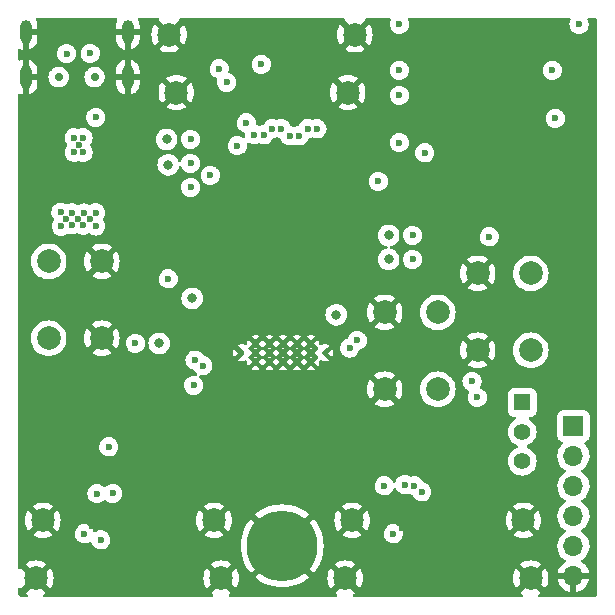
<source format=gbr>
%TF.GenerationSoftware,KiCad,Pcbnew,(6.0.10-0)*%
%TF.CreationDate,2022-12-29T22:01:01-08:00*%
%TF.ProjectId,HDMI-MUX,48444d49-2d4d-4555-982e-6b696361645f,rev?*%
%TF.SameCoordinates,Original*%
%TF.FileFunction,Copper,L2,Inr*%
%TF.FilePolarity,Positive*%
%FSLAX46Y46*%
G04 Gerber Fmt 4.6, Leading zero omitted, Abs format (unit mm)*
G04 Created by KiCad (PCBNEW (6.0.10-0)) date 2022-12-29 22:01:01*
%MOMM*%
%LPD*%
G01*
G04 APERTURE LIST*
%TA.AperFunction,ComponentPad*%
%ADD10O,1.000000X2.000000*%
%TD*%
%TA.AperFunction,ComponentPad*%
%ADD11C,0.400000*%
%TD*%
%TA.AperFunction,ComponentPad*%
%ADD12C,1.995000*%
%TD*%
%TA.AperFunction,ComponentPad*%
%ADD13R,1.700000X1.700000*%
%TD*%
%TA.AperFunction,ComponentPad*%
%ADD14O,1.700000X1.700000*%
%TD*%
%TA.AperFunction,ComponentPad*%
%ADD15C,2.000000*%
%TD*%
%TA.AperFunction,ComponentPad*%
%ADD16C,6.000000*%
%TD*%
%TA.AperFunction,ComponentPad*%
%ADD17R,1.408000X1.408000*%
%TD*%
%TA.AperFunction,ComponentPad*%
%ADD18C,1.408000*%
%TD*%
%TA.AperFunction,ViaPad*%
%ADD19C,0.600000*%
%TD*%
%TA.AperFunction,ViaPad*%
%ADD20C,0.700000*%
%TD*%
%TA.AperFunction,ViaPad*%
%ADD21C,0.800000*%
%TD*%
G04 APERTURE END LIST*
D10*
%TO.N,GND*%
%TO.C,J2*%
X23737250Y-25081250D03*
X32377250Y-25081250D03*
X23737250Y-21281250D03*
X32377250Y-21281250D03*
%TD*%
D11*
%TO.N,GND*%
%TO.C,U3*%
X49080250Y-48424500D03*
X47895250Y-47649500D03*
X47895250Y-48424500D03*
X47895250Y-49199500D03*
X46725250Y-47649500D03*
X46725250Y-48424500D03*
X46725250Y-49199500D03*
X45555250Y-47649500D03*
X45555250Y-48424500D03*
X45555250Y-49199500D03*
X44385250Y-47649500D03*
X44385250Y-48424500D03*
X44385250Y-49199500D03*
X43215250Y-47649500D03*
X43215250Y-48424500D03*
X43215250Y-49199500D03*
X42030250Y-48424500D03*
%TD*%
D12*
%TO.N,GND*%
%TO.C,J5*%
X39696000Y-62622000D03*
X25196000Y-62622000D03*
X24596000Y-67522000D03*
X40296000Y-67522000D03*
%TD*%
%TO.N,GND*%
%TO.C,J4*%
X65896000Y-62622000D03*
X51396000Y-62622000D03*
X50796000Y-67522000D03*
X66496000Y-67522000D03*
%TD*%
D13*
%TO.N,unconnected-(J1-Pad1)*%
%TO.C,J1*%
X70129000Y-54635000D03*
D14*
%TO.N,/USB_RX*%
X70129000Y-57175000D03*
%TO.N,/USB_TX*%
X70129000Y-59715000D03*
%TO.N,Net-(J1-Pad4)*%
X70129000Y-62255000D03*
%TO.N,unconnected-(J1-Pad5)*%
X70129000Y-64795000D03*
%TO.N,GND*%
X70129000Y-67335000D03*
%TD*%
D15*
%TO.N,GND*%
%TO.C,SW1*%
X62012000Y-41708000D03*
X62012000Y-48208000D03*
%TO.N,Net-(R4-Pad2)*%
X66512000Y-41708000D03*
X66512000Y-48208000D03*
%TD*%
%TO.N,Net-(R8-Pad1)*%
%TO.C,SW3*%
X25690000Y-47192000D03*
X25690000Y-40692000D03*
%TO.N,GND*%
X30190000Y-40692000D03*
X30190000Y-47192000D03*
%TD*%
D16*
%TO.N,GND*%
%TO.C,REF\u002A\u002A*%
X45466000Y-64770000D03*
%TD*%
D17*
%TO.N,Net-(J1-Pad4)*%
%TO.C,SW2*%
X65786000Y-52618000D03*
D18*
%TO.N,+3.3V*%
X65786000Y-55118000D03*
%TO.N,N/C*%
X65786000Y-57618000D03*
%TD*%
D15*
%TO.N,/LED1*%
%TO.C,SW4*%
X58638000Y-45010000D03*
X58638000Y-51510000D03*
%TO.N,GND*%
X54138000Y-45010000D03*
X54138000Y-51510000D03*
%TD*%
D12*
%TO.N,GND*%
%TO.C,J3*%
X51008750Y-26390500D03*
X36508750Y-26390500D03*
X35908750Y-21490500D03*
X51608750Y-21490500D03*
%TD*%
D19*
%TO.N,GND*%
X58420000Y-26670000D03*
X27940000Y-26416000D03*
X34671000Y-23876000D03*
X34417000Y-28448000D03*
X26289000Y-34036000D03*
X30226000Y-34036000D03*
X32766000Y-32766000D03*
X32893000Y-36068000D03*
X35941000Y-50165000D03*
X37338000Y-46482000D03*
X35814000Y-44958000D03*
X32639000Y-40132000D03*
X37338000Y-40513000D03*
X37211000Y-37211000D03*
X23876000Y-53721000D03*
X24003000Y-49530000D03*
X27813000Y-53975000D03*
X27686000Y-49149000D03*
X27940000Y-44704000D03*
X28067000Y-42291000D03*
X37719000Y-23622000D03*
X39878000Y-21463000D03*
X42672000Y-21590000D03*
X45847000Y-21590000D03*
X48387000Y-21590000D03*
X50419000Y-30480000D03*
X49784000Y-37084000D03*
X50038000Y-40259000D03*
X50038000Y-35687000D03*
X66294000Y-32512000D03*
X62230000Y-32004000D03*
X67310000Y-21590000D03*
X62230000Y-27559000D03*
X60198000Y-22098000D03*
X64262000Y-23495000D03*
X58039000Y-29083000D03*
X65278000Y-28321000D03*
X70739000Y-38862000D03*
X70358000Y-41910000D03*
X70358000Y-46101000D03*
X70104000Y-49530000D03*
X63119000Y-45085000D03*
X42545000Y-60579000D03*
X44704000Y-58293000D03*
X25527000Y-59436000D03*
X26416000Y-64897000D03*
X27559000Y-68326000D03*
X32258000Y-67310000D03*
X34671000Y-67183000D03*
X37338000Y-67437000D03*
X63373000Y-67945000D03*
X59182000Y-68072000D03*
X56261000Y-68072000D03*
X34417000Y-52832000D03*
X37592000Y-53213000D03*
X39116000Y-52705000D03*
X42545000Y-43561000D03*
X40132000Y-35941000D03*
X40132000Y-37338000D03*
X40005000Y-40386000D03*
X42545000Y-40513000D03*
X42545000Y-37211000D03*
X42545000Y-35560000D03*
X25273000Y-25019000D03*
D20*
%TO.N,VBUS*%
X26537250Y-25086250D03*
D19*
%TO.N,+3.3V*%
X29667250Y-36571250D03*
X26727250Y-36521250D03*
X26757250Y-37721250D03*
X27657250Y-36581250D03*
X28657250Y-36591250D03*
X28607250Y-37621250D03*
%TO.N,GND*%
X30527250Y-30821250D03*
%TO.N,+3.3V*%
X27857250Y-30211250D03*
X27627250Y-37591250D03*
X28607250Y-31461250D03*
X28137250Y-37131250D03*
%TO.N,GND*%
X30157250Y-31451250D03*
X30907250Y-31451250D03*
X25537250Y-26821250D03*
%TO.N,+3.3V*%
X28237250Y-30831250D03*
%TO.N,Net-(J2-PadB5)*%
X29207250Y-23081250D03*
%TO.N,GND*%
X30907250Y-30201250D03*
%TO.N,+3.3V*%
X29167250Y-37131250D03*
D20*
%TO.N,VBUS*%
X29577250Y-25086250D03*
D19*
%TO.N,+3.3V*%
X29674750Y-28491250D03*
X27857250Y-31441250D03*
X27137250Y-37091250D03*
%TO.N,Net-(J2-PadA5)*%
X27217250Y-23091250D03*
%TO.N,+3.3V*%
X29687250Y-37691250D03*
%TO.N,GND*%
X29187250Y-21101250D03*
X31399750Y-28491250D03*
%TO.N,+3.3V*%
X28597250Y-30211250D03*
%TO.N,GND*%
X27217250Y-21101250D03*
D21*
X24885500Y-51858000D03*
X24885500Y-56338000D03*
D19*
X30861000Y-25019000D03*
%TO.N,Net-(R3-Pad2)*%
X55372000Y-24511000D03*
X37703000Y-30353000D03*
%TO.N,Net-(R8-Pad1)*%
X55392000Y-26630000D03*
X37703000Y-32385000D03*
%TO.N,Net-(R4-Pad2)*%
X55392000Y-20630000D03*
X56499000Y-38481000D03*
%TO.N,Net-(R10-Pad1)*%
X37719000Y-34417000D03*
X53594000Y-33909000D03*
%TO.N,/MUX_A_SEL*%
X39370000Y-33401000D03*
X55392000Y-30630000D03*
D21*
%TO.N,+3.3V*%
X37846000Y-43815000D03*
D19*
%TO.N,GND*%
X47498000Y-25840998D03*
X46508778Y-25984100D03*
X45008730Y-25984107D03*
X43510116Y-25982791D03*
X42497338Y-25724124D03*
X40767000Y-28829000D03*
X35687000Y-34417000D03*
D21*
%TO.N,+3.3V*%
X35814000Y-32512000D03*
X35687000Y-30353000D03*
D19*
%TO.N,/LED1*%
X56499000Y-40513000D03*
X35814000Y-42164000D03*
%TO.N,/LED2*%
X30785500Y-56388000D03*
X57531000Y-31496000D03*
X33036000Y-47625000D03*
%TO.N,/USB_RX*%
X70592000Y-20630000D03*
%TO.N,/USB_TX*%
X68326000Y-24511000D03*
%TO.N,/IN_SCL*%
X43688000Y-24003000D03*
%TO.N,/IN_SDA*%
X40767000Y-25527000D03*
D21*
%TO.N,+3.3V*%
X50038000Y-45212000D03*
D19*
%TO.N,GND*%
X51816000Y-45212000D03*
%TO.N,/IN_HPD*%
X41665500Y-30895701D03*
%TO.N,/IN_CEC*%
X42418000Y-28956000D03*
D21*
%TO.N,+3.3V*%
X54483000Y-40513000D03*
X54483000Y-38481000D03*
X35052000Y-47625000D03*
D19*
%TO.N,/LED1*%
X68580000Y-28575000D03*
%TO.N,GND*%
X30861000Y-63246000D03*
%TO.N,/P2_SCL*%
X30099000Y-64262000D03*
%TO.N,/P2_SDA*%
X29780315Y-60349019D03*
%TO.N,GND*%
X29320500Y-63117703D03*
%TO.N,/P2_SDA*%
X61976000Y-52197000D03*
%TO.N,/P2_SCL*%
X61542731Y-50852269D03*
%TO.N,/P1_SDA*%
X51181000Y-48015500D03*
%TO.N,/P1_SCL*%
X51816000Y-47371000D03*
%TO.N,/P2_CEC*%
X37973000Y-51181000D03*
X31115000Y-60325000D03*
%TO.N,/P1_CEC*%
X38090500Y-49043441D03*
%TO.N,/P1_HPD*%
X38744500Y-49520257D03*
X54102000Y-59690500D03*
%TO.N,/P1_CEC*%
X57277000Y-60198000D03*
%TO.N,/P1_SDA*%
X55850000Y-59580733D03*
%TO.N,/P1_SCL*%
X56642000Y-59690000D03*
%TO.N,GND*%
X55626000Y-63246000D03*
X56942493Y-63262797D03*
%TO.N,+5V*%
X40132000Y-24384000D03*
X54864000Y-63754000D03*
X28702000Y-63754000D03*
%TO.N,GND*%
X58395941Y-63028431D03*
X59903164Y-63035270D03*
X61418413Y-63049079D03*
X62935457Y-63063235D03*
X32211851Y-63043277D03*
X33728126Y-63057302D03*
X35246299Y-63071602D03*
X36695970Y-63028403D03*
X64717000Y-38608000D03*
%TO.N,/IN_D2+*%
X48404750Y-29464000D03*
%TO.N,/IN_D2-*%
X47612750Y-29464000D03*
%TO.N,/IN_D1+*%
X46904750Y-30063351D03*
%TO.N,/IN_D1-*%
X46112750Y-30063351D03*
%TO.N,/IN_D0+*%
X45404750Y-29464000D03*
%TO.N,/IN_D0-*%
X44612750Y-29464000D03*
%TO.N,/IN_CLK+*%
X43904750Y-29972000D03*
%TO.N,/IN_CLK-*%
X43112750Y-29972000D03*
%TO.N,+3.3V*%
X62992000Y-38608000D03*
%TD*%
%TA.AperFunction,Conductor*%
%TO.N,GND*%
G36*
X31474924Y-20086502D02*
G01*
X31521417Y-20140158D01*
X31531521Y-20210432D01*
X31517217Y-20253202D01*
X31449246Y-20376839D01*
X31444416Y-20388108D01*
X31388370Y-20564788D01*
X31385820Y-20576782D01*
X31369643Y-20721011D01*
X31369250Y-20728035D01*
X31369250Y-21009135D01*
X31373725Y-21024374D01*
X31375115Y-21025579D01*
X31382798Y-21027250D01*
X33367135Y-21027250D01*
X33382374Y-21022775D01*
X33383579Y-21021385D01*
X33385250Y-21013702D01*
X33385250Y-20734593D01*
X33384949Y-20728445D01*
X33371438Y-20590647D01*
X33369055Y-20578612D01*
X33315483Y-20401174D01*
X33310809Y-20389834D01*
X33237338Y-20251653D01*
X33223019Y-20182115D01*
X33248567Y-20115875D01*
X33305872Y-20073962D01*
X33348590Y-20066500D01*
X34934005Y-20066500D01*
X35002126Y-20086502D01*
X35048619Y-20140158D01*
X35058723Y-20210432D01*
X35045144Y-20239341D01*
X35041957Y-20258573D01*
X35046445Y-20268984D01*
X35895939Y-21118479D01*
X35909882Y-21126092D01*
X35911716Y-21125961D01*
X35918330Y-21121710D01*
X36768015Y-20272024D01*
X36775626Y-20258086D01*
X36775222Y-20252436D01*
X36756219Y-20201491D01*
X36771309Y-20132117D01*
X36821510Y-20081914D01*
X36881898Y-20066500D01*
X50634005Y-20066500D01*
X50702126Y-20086502D01*
X50748619Y-20140158D01*
X50758723Y-20210432D01*
X50745144Y-20239341D01*
X50741957Y-20258573D01*
X50746445Y-20268984D01*
X51595939Y-21118479D01*
X51609882Y-21126092D01*
X51611716Y-21125961D01*
X51618330Y-21121710D01*
X52468015Y-20272024D01*
X52475626Y-20258086D01*
X52475222Y-20252436D01*
X52456219Y-20201491D01*
X52471309Y-20132117D01*
X52521510Y-20081914D01*
X52581898Y-20066500D01*
X54562146Y-20066500D01*
X54630267Y-20086502D01*
X54676760Y-20140158D01*
X54686864Y-20210432D01*
X54669887Y-20255862D01*
X54670183Y-20256009D01*
X54668763Y-20258868D01*
X54668060Y-20260751D01*
X54663235Y-20268238D01*
X54660826Y-20274858D01*
X54660824Y-20274861D01*
X54618977Y-20389834D01*
X54601197Y-20438685D01*
X54578463Y-20618640D01*
X54596163Y-20799160D01*
X54653418Y-20971273D01*
X54657065Y-20977295D01*
X54657066Y-20977297D01*
X54687319Y-21027250D01*
X54747380Y-21126424D01*
X54873382Y-21256902D01*
X55025159Y-21356222D01*
X55031763Y-21358678D01*
X55031765Y-21358679D01*
X55188558Y-21416990D01*
X55188560Y-21416990D01*
X55195168Y-21419448D01*
X55278995Y-21430633D01*
X55367980Y-21442507D01*
X55367984Y-21442507D01*
X55374961Y-21443438D01*
X55381972Y-21442800D01*
X55381976Y-21442800D01*
X55524459Y-21429832D01*
X55555600Y-21426998D01*
X55562302Y-21424820D01*
X55562304Y-21424820D01*
X55721409Y-21373124D01*
X55721412Y-21373123D01*
X55728108Y-21370947D01*
X55883912Y-21278069D01*
X56015266Y-21152982D01*
X56115643Y-21001902D01*
X56180055Y-20832338D01*
X56183268Y-20809476D01*
X56204748Y-20656639D01*
X56204748Y-20656636D01*
X56205299Y-20652717D01*
X56205616Y-20630000D01*
X56185397Y-20449745D01*
X56183080Y-20443091D01*
X56128064Y-20285106D01*
X56128062Y-20285103D01*
X56125745Y-20278448D01*
X56113760Y-20259268D01*
X56094625Y-20190899D01*
X56115491Y-20123038D01*
X56169733Y-20077231D01*
X56220615Y-20066500D01*
X69762146Y-20066500D01*
X69830267Y-20086502D01*
X69876760Y-20140158D01*
X69886864Y-20210432D01*
X69869887Y-20255862D01*
X69870183Y-20256009D01*
X69868763Y-20258868D01*
X69868060Y-20260751D01*
X69863235Y-20268238D01*
X69860826Y-20274858D01*
X69860824Y-20274861D01*
X69818977Y-20389834D01*
X69801197Y-20438685D01*
X69778463Y-20618640D01*
X69796163Y-20799160D01*
X69853418Y-20971273D01*
X69857065Y-20977295D01*
X69857066Y-20977297D01*
X69887319Y-21027250D01*
X69947380Y-21126424D01*
X70073382Y-21256902D01*
X70225159Y-21356222D01*
X70231763Y-21358678D01*
X70231765Y-21358679D01*
X70388558Y-21416990D01*
X70388560Y-21416990D01*
X70395168Y-21419448D01*
X70478995Y-21430633D01*
X70567980Y-21442507D01*
X70567984Y-21442507D01*
X70574961Y-21443438D01*
X70581972Y-21442800D01*
X70581976Y-21442800D01*
X70724459Y-21429832D01*
X70755600Y-21426998D01*
X70762302Y-21424820D01*
X70762304Y-21424820D01*
X70921409Y-21373124D01*
X70921412Y-21373123D01*
X70928108Y-21370947D01*
X71083912Y-21278069D01*
X71215266Y-21152982D01*
X71315643Y-21001902D01*
X71380055Y-20832338D01*
X71383268Y-20809476D01*
X71404748Y-20656639D01*
X71404748Y-20656636D01*
X71405299Y-20652717D01*
X71405616Y-20630000D01*
X71385397Y-20449745D01*
X71383080Y-20443091D01*
X71328064Y-20285106D01*
X71328062Y-20285103D01*
X71325745Y-20278448D01*
X71313760Y-20259268D01*
X71294625Y-20190899D01*
X71315491Y-20123038D01*
X71369733Y-20077231D01*
X71420615Y-20066500D01*
X71832633Y-20066500D01*
X71852018Y-20068000D01*
X71866851Y-20070310D01*
X71866855Y-20070310D01*
X71875724Y-20071691D01*
X71884629Y-20070527D01*
X71893598Y-20070636D01*
X71893588Y-20071450D01*
X71915098Y-20071743D01*
X71940622Y-20075785D01*
X71978116Y-20087967D01*
X72013224Y-20105855D01*
X72045117Y-20129027D01*
X72072973Y-20156883D01*
X72096145Y-20188775D01*
X72114033Y-20223882D01*
X72126214Y-20261373D01*
X72130119Y-20286026D01*
X72131551Y-20305750D01*
X72130309Y-20313724D01*
X72131474Y-20322632D01*
X72134436Y-20345283D01*
X72135500Y-20361621D01*
X72135500Y-68784633D01*
X72134000Y-68804018D01*
X72131690Y-68818851D01*
X72131690Y-68818855D01*
X72130309Y-68827724D01*
X72131473Y-68836629D01*
X72131364Y-68845598D01*
X72130550Y-68845588D01*
X72130257Y-68867098D01*
X72126215Y-68892622D01*
X72114033Y-68930116D01*
X72096145Y-68965224D01*
X72072973Y-68997117D01*
X72045117Y-69024973D01*
X72013226Y-69048144D01*
X71978116Y-69066034D01*
X71940627Y-69078214D01*
X71915974Y-69082119D01*
X71896250Y-69083551D01*
X71888276Y-69082309D01*
X71856714Y-69086436D01*
X71840379Y-69087500D01*
X67269445Y-69087500D01*
X67201324Y-69067498D01*
X67154831Y-69013842D01*
X67144727Y-68943568D01*
X67174221Y-68878988D01*
X67203610Y-68854068D01*
X67352626Y-68762750D01*
X67362088Y-68752292D01*
X67358305Y-68743516D01*
X66508811Y-67894021D01*
X66494868Y-67886408D01*
X66493034Y-67886539D01*
X66486420Y-67890790D01*
X65636735Y-68740476D01*
X65629978Y-68752851D01*
X65635705Y-68760502D01*
X65788390Y-68854068D01*
X65836021Y-68906715D01*
X65847628Y-68976757D01*
X65819525Y-69041954D01*
X65760634Y-69081608D01*
X65722555Y-69087500D01*
X51569445Y-69087500D01*
X51501324Y-69067498D01*
X51454831Y-69013842D01*
X51444727Y-68943568D01*
X51474221Y-68878988D01*
X51503610Y-68854068D01*
X51652626Y-68762750D01*
X51662088Y-68752292D01*
X51658305Y-68743516D01*
X50808811Y-67894021D01*
X50794868Y-67886408D01*
X50793034Y-67886539D01*
X50786420Y-67890790D01*
X49936735Y-68740476D01*
X49929978Y-68752851D01*
X49935705Y-68760502D01*
X50088390Y-68854068D01*
X50136021Y-68906715D01*
X50147628Y-68976757D01*
X50119525Y-69041954D01*
X50060634Y-69081608D01*
X50022555Y-69087500D01*
X41069445Y-69087500D01*
X41001324Y-69067498D01*
X40954831Y-69013842D01*
X40944727Y-68943568D01*
X40974221Y-68878988D01*
X41003610Y-68854068D01*
X41152626Y-68762750D01*
X41162088Y-68752292D01*
X41158305Y-68743516D01*
X40308811Y-67894021D01*
X40294868Y-67886408D01*
X40293034Y-67886539D01*
X40286420Y-67890790D01*
X39436735Y-68740476D01*
X39429978Y-68752851D01*
X39435705Y-68760502D01*
X39588390Y-68854068D01*
X39636021Y-68906715D01*
X39647628Y-68976757D01*
X39619525Y-69041954D01*
X39560634Y-69081608D01*
X39522555Y-69087500D01*
X25369445Y-69087500D01*
X25301324Y-69067498D01*
X25254831Y-69013842D01*
X25244727Y-68943568D01*
X25274221Y-68878988D01*
X25303610Y-68854068D01*
X25452626Y-68762750D01*
X25462088Y-68752292D01*
X25458305Y-68743516D01*
X24608811Y-67894021D01*
X24594868Y-67886408D01*
X24593034Y-67886539D01*
X24586420Y-67890790D01*
X23736735Y-68740476D01*
X23729978Y-68752851D01*
X23735705Y-68760502D01*
X23888390Y-68854068D01*
X23936021Y-68906715D01*
X23947628Y-68976757D01*
X23919525Y-69041954D01*
X23860634Y-69081608D01*
X23822555Y-69087500D01*
X23417367Y-69087500D01*
X23397982Y-69086000D01*
X23383149Y-69083690D01*
X23383145Y-69083690D01*
X23374276Y-69082309D01*
X23365371Y-69083473D01*
X23356402Y-69083364D01*
X23356412Y-69082550D01*
X23334902Y-69082257D01*
X23309378Y-69078215D01*
X23271884Y-69066033D01*
X23236776Y-69048145D01*
X23204883Y-69024973D01*
X23177027Y-68997117D01*
X23153855Y-68965225D01*
X23135966Y-68930116D01*
X23123785Y-68892622D01*
X23120661Y-68872894D01*
X23119769Y-68846554D01*
X23119576Y-68846552D01*
X23119627Y-68842357D01*
X23119729Y-68834000D01*
X23115773Y-68806376D01*
X23114500Y-68788514D01*
X23114500Y-68432519D01*
X23134502Y-68364398D01*
X23188158Y-68317905D01*
X23258432Y-68307801D01*
X23323012Y-68337295D01*
X23347933Y-68366684D01*
X23355253Y-68378629D01*
X23365708Y-68388088D01*
X23374484Y-68384305D01*
X24223979Y-67534811D01*
X24230356Y-67523132D01*
X24960408Y-67523132D01*
X24960539Y-67524966D01*
X24964790Y-67531580D01*
X25814476Y-68381265D01*
X25826851Y-68388022D01*
X25834502Y-68382295D01*
X25938970Y-68211819D01*
X25943452Y-68203024D01*
X26030349Y-67993237D01*
X26033398Y-67983852D01*
X26086407Y-67763053D01*
X26087950Y-67753306D01*
X26105767Y-67526930D01*
X38786233Y-67526930D01*
X38804050Y-67753306D01*
X38805593Y-67763053D01*
X38858602Y-67983852D01*
X38861651Y-67993237D01*
X38948548Y-68203024D01*
X38953030Y-68211819D01*
X39055250Y-68378626D01*
X39065708Y-68388088D01*
X39074484Y-68384305D01*
X39923979Y-67534811D01*
X39930356Y-67523132D01*
X40660408Y-67523132D01*
X40660539Y-67524966D01*
X40664790Y-67531580D01*
X41514476Y-68381265D01*
X41526851Y-68388022D01*
X41534502Y-68382295D01*
X41638970Y-68211819D01*
X41643452Y-68203024D01*
X41730349Y-67993237D01*
X41733398Y-67983852D01*
X41786407Y-67763053D01*
X41787950Y-67753306D01*
X41805767Y-67526930D01*
X41805767Y-67517070D01*
X41798535Y-67425186D01*
X43175960Y-67425186D01*
X43183418Y-67435554D01*
X43398662Y-67609854D01*
X43403984Y-67613721D01*
X43706823Y-67810387D01*
X43712532Y-67813683D01*
X44034275Y-67977620D01*
X44040286Y-67980296D01*
X44377395Y-68109700D01*
X44383672Y-68111740D01*
X44732463Y-68205198D01*
X44738901Y-68206567D01*
X45095560Y-68263055D01*
X45102104Y-68263743D01*
X45462699Y-68282641D01*
X45469301Y-68282641D01*
X45829896Y-68263743D01*
X45836440Y-68263055D01*
X46193099Y-68206567D01*
X46199537Y-68205198D01*
X46548328Y-68111740D01*
X46554605Y-68109700D01*
X46891714Y-67980296D01*
X46897725Y-67977620D01*
X47219468Y-67813683D01*
X47225177Y-67810387D01*
X47528016Y-67613721D01*
X47533338Y-67609854D01*
X47635741Y-67526930D01*
X49286233Y-67526930D01*
X49304050Y-67753306D01*
X49305593Y-67763053D01*
X49358602Y-67983852D01*
X49361651Y-67993237D01*
X49448548Y-68203024D01*
X49453030Y-68211819D01*
X49555250Y-68378626D01*
X49565708Y-68388088D01*
X49574484Y-68384305D01*
X50423979Y-67534811D01*
X50430356Y-67523132D01*
X51160408Y-67523132D01*
X51160539Y-67524966D01*
X51164790Y-67531580D01*
X52014476Y-68381265D01*
X52026851Y-68388022D01*
X52034502Y-68382295D01*
X52138970Y-68211819D01*
X52143452Y-68203024D01*
X52230349Y-67993237D01*
X52233398Y-67983852D01*
X52286407Y-67763053D01*
X52287950Y-67753306D01*
X52305767Y-67526930D01*
X64986233Y-67526930D01*
X65004050Y-67753306D01*
X65005593Y-67763053D01*
X65058602Y-67983852D01*
X65061651Y-67993237D01*
X65148548Y-68203024D01*
X65153030Y-68211819D01*
X65255250Y-68378626D01*
X65265708Y-68388088D01*
X65274484Y-68384305D01*
X66123979Y-67534811D01*
X66130356Y-67523132D01*
X66860408Y-67523132D01*
X66860539Y-67524966D01*
X66864790Y-67531580D01*
X67714476Y-68381265D01*
X67726851Y-68388022D01*
X67734502Y-68382295D01*
X67838970Y-68211819D01*
X67843452Y-68203024D01*
X67930349Y-67993237D01*
X67933398Y-67983852D01*
X67986407Y-67763053D01*
X67987950Y-67753306D01*
X67999783Y-67602966D01*
X68797257Y-67602966D01*
X68827565Y-67737446D01*
X68830645Y-67747275D01*
X68910770Y-67944603D01*
X68915413Y-67953794D01*
X69026694Y-68135388D01*
X69032777Y-68143699D01*
X69172213Y-68304667D01*
X69179580Y-68311883D01*
X69343434Y-68447916D01*
X69351881Y-68453831D01*
X69535756Y-68561279D01*
X69545042Y-68565729D01*
X69744001Y-68641703D01*
X69753899Y-68644579D01*
X69857250Y-68665606D01*
X69871299Y-68664410D01*
X69875000Y-68654065D01*
X69875000Y-68653517D01*
X70383000Y-68653517D01*
X70387064Y-68667359D01*
X70400478Y-68669393D01*
X70407184Y-68668534D01*
X70417262Y-68666392D01*
X70621255Y-68605191D01*
X70630842Y-68601433D01*
X70822095Y-68507739D01*
X70830945Y-68502464D01*
X71004328Y-68378792D01*
X71012200Y-68372139D01*
X71163052Y-68221812D01*
X71169730Y-68213965D01*
X71294003Y-68041020D01*
X71299313Y-68032183D01*
X71393670Y-67841267D01*
X71397469Y-67831672D01*
X71459377Y-67627910D01*
X71461555Y-67617837D01*
X71462986Y-67606962D01*
X71460775Y-67592778D01*
X71447617Y-67589000D01*
X70401115Y-67589000D01*
X70385876Y-67593475D01*
X70384671Y-67594865D01*
X70383000Y-67602548D01*
X70383000Y-68653517D01*
X69875000Y-68653517D01*
X69875000Y-67607115D01*
X69870525Y-67591876D01*
X69869135Y-67590671D01*
X69861452Y-67589000D01*
X68812225Y-67589000D01*
X68798694Y-67592973D01*
X68797257Y-67602966D01*
X67999783Y-67602966D01*
X68005767Y-67526930D01*
X68005767Y-67517070D01*
X67987950Y-67290694D01*
X67986407Y-67280947D01*
X67933398Y-67060148D01*
X67930349Y-67050763D01*
X67843452Y-66840976D01*
X67838970Y-66832181D01*
X67736750Y-66665374D01*
X67726292Y-66655912D01*
X67717516Y-66659695D01*
X66868021Y-67509189D01*
X66860408Y-67523132D01*
X66130356Y-67523132D01*
X66131592Y-67520868D01*
X66131461Y-67519034D01*
X66127210Y-67512420D01*
X65277524Y-66662735D01*
X65265149Y-66655978D01*
X65257498Y-66661705D01*
X65153030Y-66832181D01*
X65148548Y-66840976D01*
X65061651Y-67050763D01*
X65058602Y-67060148D01*
X65005593Y-67280947D01*
X65004050Y-67290694D01*
X64986233Y-67517070D01*
X64986233Y-67526930D01*
X52305767Y-67526930D01*
X52305767Y-67517070D01*
X52287950Y-67290694D01*
X52286407Y-67280947D01*
X52233398Y-67060148D01*
X52230349Y-67050763D01*
X52143452Y-66840976D01*
X52138970Y-66832181D01*
X52036750Y-66665374D01*
X52026292Y-66655912D01*
X52017516Y-66659695D01*
X51168021Y-67509189D01*
X51160408Y-67523132D01*
X50430356Y-67523132D01*
X50431592Y-67520868D01*
X50431461Y-67519034D01*
X50427210Y-67512420D01*
X49577524Y-66662735D01*
X49565149Y-66655978D01*
X49557498Y-66661705D01*
X49453030Y-66832181D01*
X49448548Y-66840976D01*
X49361651Y-67050763D01*
X49358602Y-67060148D01*
X49305593Y-67280947D01*
X49304050Y-67290694D01*
X49286233Y-67517070D01*
X49286233Y-67526930D01*
X47635741Y-67526930D01*
X47747634Y-67436322D01*
X47756100Y-67424067D01*
X47749766Y-67412976D01*
X45478812Y-65142022D01*
X45464868Y-65134408D01*
X45463035Y-65134539D01*
X45456420Y-65138790D01*
X43183100Y-67412110D01*
X43175960Y-67425186D01*
X41798535Y-67425186D01*
X41787950Y-67290694D01*
X41786407Y-67280947D01*
X41733398Y-67060148D01*
X41730349Y-67050763D01*
X41643452Y-66840976D01*
X41638970Y-66832181D01*
X41536750Y-66665374D01*
X41526292Y-66655912D01*
X41517516Y-66659695D01*
X40668021Y-67509189D01*
X40660408Y-67523132D01*
X39930356Y-67523132D01*
X39931592Y-67520868D01*
X39931461Y-67519034D01*
X39927210Y-67512420D01*
X39077524Y-66662735D01*
X39065149Y-66655978D01*
X39057498Y-66661705D01*
X38953030Y-66832181D01*
X38948548Y-66840976D01*
X38861651Y-67050763D01*
X38858602Y-67060148D01*
X38805593Y-67280947D01*
X38804050Y-67290694D01*
X38786233Y-67517070D01*
X38786233Y-67526930D01*
X26105767Y-67526930D01*
X26105767Y-67517070D01*
X26087950Y-67290694D01*
X26086407Y-67280947D01*
X26033398Y-67060148D01*
X26030349Y-67050763D01*
X25943452Y-66840976D01*
X25938970Y-66832181D01*
X25836750Y-66665374D01*
X25826292Y-66655912D01*
X25817516Y-66659695D01*
X24968021Y-67509189D01*
X24960408Y-67523132D01*
X24230356Y-67523132D01*
X24231592Y-67520868D01*
X24231461Y-67519034D01*
X24227210Y-67512420D01*
X23377524Y-66662735D01*
X23365149Y-66655978D01*
X23357500Y-66661704D01*
X23347933Y-66677316D01*
X23295285Y-66724947D01*
X23225244Y-66736554D01*
X23160046Y-66708451D01*
X23120392Y-66649561D01*
X23114500Y-66611481D01*
X23114500Y-66291708D01*
X23729912Y-66291708D01*
X23733695Y-66300484D01*
X24583189Y-67149979D01*
X24597132Y-67157592D01*
X24598966Y-67157461D01*
X24605580Y-67153210D01*
X25455265Y-66303524D01*
X25461717Y-66291708D01*
X39429912Y-66291708D01*
X39433695Y-66300484D01*
X40283189Y-67149979D01*
X40297132Y-67157592D01*
X40298966Y-67157461D01*
X40305580Y-67153210D01*
X41155265Y-66303524D01*
X41162022Y-66291149D01*
X41156295Y-66283498D01*
X40985819Y-66179030D01*
X40977024Y-66174548D01*
X40767237Y-66087651D01*
X40757852Y-66084602D01*
X40537053Y-66031593D01*
X40527306Y-66030050D01*
X40300930Y-66012233D01*
X40291070Y-66012233D01*
X40064694Y-66030050D01*
X40054947Y-66031593D01*
X39834148Y-66084602D01*
X39824763Y-66087651D01*
X39614976Y-66174548D01*
X39606181Y-66179030D01*
X39439374Y-66281250D01*
X39429912Y-66291708D01*
X25461717Y-66291708D01*
X25462022Y-66291149D01*
X25456295Y-66283498D01*
X25285819Y-66179030D01*
X25277024Y-66174548D01*
X25067237Y-66087651D01*
X25057852Y-66084602D01*
X24837053Y-66031593D01*
X24827306Y-66030050D01*
X24600930Y-66012233D01*
X24591070Y-66012233D01*
X24364694Y-66030050D01*
X24354947Y-66031593D01*
X24134148Y-66084602D01*
X24124763Y-66087651D01*
X23914976Y-66174548D01*
X23906181Y-66179030D01*
X23739374Y-66281250D01*
X23729912Y-66291708D01*
X23114500Y-66291708D01*
X23114500Y-63852851D01*
X24329978Y-63852851D01*
X24335705Y-63860502D01*
X24506181Y-63964970D01*
X24514976Y-63969452D01*
X24724763Y-64056349D01*
X24734148Y-64059398D01*
X24954947Y-64112407D01*
X24964694Y-64113950D01*
X25191070Y-64131767D01*
X25200930Y-64131767D01*
X25427306Y-64113950D01*
X25437053Y-64112407D01*
X25657852Y-64059398D01*
X25667237Y-64056349D01*
X25877024Y-63969452D01*
X25885819Y-63964970D01*
X26052626Y-63862750D01*
X26062088Y-63852292D01*
X26058305Y-63843516D01*
X25957429Y-63742640D01*
X27888463Y-63742640D01*
X27906163Y-63923160D01*
X27963418Y-64095273D01*
X27967065Y-64101295D01*
X27967066Y-64101297D01*
X27979411Y-64121680D01*
X28057380Y-64250424D01*
X28062269Y-64255487D01*
X28062270Y-64255488D01*
X28094284Y-64288639D01*
X28183382Y-64380902D01*
X28214416Y-64401210D01*
X28310886Y-64464338D01*
X28335159Y-64480222D01*
X28341763Y-64482678D01*
X28341765Y-64482679D01*
X28498558Y-64540990D01*
X28498560Y-64540990D01*
X28505168Y-64543448D01*
X28588995Y-64554633D01*
X28677980Y-64566507D01*
X28677984Y-64566507D01*
X28684961Y-64567438D01*
X28691972Y-64566800D01*
X28691976Y-64566800D01*
X28834459Y-64553832D01*
X28865600Y-64550998D01*
X28872302Y-64548820D01*
X28872304Y-64548820D01*
X29031409Y-64497124D01*
X29031412Y-64497123D01*
X29038108Y-64494947D01*
X29142399Y-64432777D01*
X29211153Y-64415077D01*
X29278563Y-64437359D01*
X29323225Y-64492548D01*
X29326472Y-64501228D01*
X29360418Y-64603273D01*
X29364065Y-64609295D01*
X29364066Y-64609297D01*
X29374978Y-64627314D01*
X29454380Y-64758424D01*
X29459269Y-64763487D01*
X29459270Y-64763488D01*
X29474357Y-64779111D01*
X29580382Y-64888902D01*
X29732159Y-64988222D01*
X29738763Y-64990678D01*
X29738765Y-64990679D01*
X29895558Y-65048990D01*
X29895560Y-65048990D01*
X29902168Y-65051448D01*
X29985995Y-65062633D01*
X30074980Y-65074507D01*
X30074984Y-65074507D01*
X30081961Y-65075438D01*
X30088972Y-65074800D01*
X30088976Y-65074800D01*
X30231459Y-65061832D01*
X30262600Y-65058998D01*
X30269302Y-65056820D01*
X30269304Y-65056820D01*
X30428409Y-65005124D01*
X30428412Y-65005123D01*
X30435108Y-65002947D01*
X30590912Y-64910069D01*
X30722266Y-64784982D01*
X30730027Y-64773301D01*
X41953359Y-64773301D01*
X41972257Y-65133896D01*
X41972945Y-65140440D01*
X42029433Y-65497099D01*
X42030802Y-65503537D01*
X42124260Y-65852328D01*
X42126300Y-65858605D01*
X42255704Y-66195714D01*
X42258380Y-66201725D01*
X42422317Y-66523468D01*
X42425613Y-66529177D01*
X42622279Y-66832016D01*
X42626146Y-66837338D01*
X42799678Y-67051634D01*
X42811933Y-67060100D01*
X42823024Y-67053766D01*
X45093978Y-64782812D01*
X45100356Y-64771132D01*
X45830408Y-64771132D01*
X45830539Y-64772965D01*
X45834790Y-64779580D01*
X48108110Y-67052900D01*
X48121186Y-67060040D01*
X48131554Y-67052582D01*
X48305854Y-66837338D01*
X48309721Y-66832016D01*
X48506387Y-66529177D01*
X48509683Y-66523468D01*
X48627771Y-66291708D01*
X49929912Y-66291708D01*
X49933695Y-66300484D01*
X50783189Y-67149979D01*
X50797132Y-67157592D01*
X50798966Y-67157461D01*
X50805580Y-67153210D01*
X51655265Y-66303524D01*
X51661717Y-66291708D01*
X65629912Y-66291708D01*
X65633695Y-66300484D01*
X66483189Y-67149979D01*
X66497132Y-67157592D01*
X66498966Y-67157461D01*
X66505580Y-67153210D01*
X67355265Y-66303524D01*
X67362022Y-66291149D01*
X67356295Y-66283498D01*
X67185819Y-66179030D01*
X67177024Y-66174548D01*
X66967237Y-66087651D01*
X66957852Y-66084602D01*
X66737053Y-66031593D01*
X66727306Y-66030050D01*
X66500930Y-66012233D01*
X66491070Y-66012233D01*
X66264694Y-66030050D01*
X66254947Y-66031593D01*
X66034148Y-66084602D01*
X66024763Y-66087651D01*
X65814976Y-66174548D01*
X65806181Y-66179030D01*
X65639374Y-66281250D01*
X65629912Y-66291708D01*
X51661717Y-66291708D01*
X51662022Y-66291149D01*
X51656295Y-66283498D01*
X51485819Y-66179030D01*
X51477024Y-66174548D01*
X51267237Y-66087651D01*
X51257852Y-66084602D01*
X51037053Y-66031593D01*
X51027306Y-66030050D01*
X50800930Y-66012233D01*
X50791070Y-66012233D01*
X50564694Y-66030050D01*
X50554947Y-66031593D01*
X50334148Y-66084602D01*
X50324763Y-66087651D01*
X50114976Y-66174548D01*
X50106181Y-66179030D01*
X49939374Y-66281250D01*
X49929912Y-66291708D01*
X48627771Y-66291708D01*
X48673620Y-66201725D01*
X48676296Y-66195714D01*
X48805700Y-65858605D01*
X48807740Y-65852328D01*
X48901198Y-65503537D01*
X48902567Y-65497099D01*
X48959055Y-65140440D01*
X48959743Y-65133896D01*
X48978641Y-64773301D01*
X48978641Y-64766699D01*
X48978379Y-64761695D01*
X68766251Y-64761695D01*
X68766548Y-64766848D01*
X68766548Y-64766851D01*
X68773808Y-64892760D01*
X68779110Y-64984715D01*
X68780247Y-64989761D01*
X68780248Y-64989767D01*
X68800119Y-65077939D01*
X68828222Y-65202639D01*
X68912266Y-65409616D01*
X69028987Y-65600088D01*
X69175250Y-65768938D01*
X69347126Y-65911632D01*
X69420955Y-65954774D01*
X69469679Y-66006412D01*
X69482750Y-66076195D01*
X69456019Y-66141967D01*
X69415562Y-66175327D01*
X69407457Y-66179546D01*
X69398738Y-66185036D01*
X69228433Y-66312905D01*
X69220726Y-66319748D01*
X69073590Y-66473717D01*
X69067104Y-66481727D01*
X68947098Y-66657649D01*
X68942000Y-66666623D01*
X68852338Y-66859783D01*
X68848775Y-66869470D01*
X68793389Y-67069183D01*
X68794912Y-67077607D01*
X68807292Y-67081000D01*
X71447344Y-67081000D01*
X71460875Y-67077027D01*
X71462180Y-67067947D01*
X71420214Y-66900875D01*
X71416894Y-66891124D01*
X71331972Y-66695814D01*
X71327105Y-66686739D01*
X71211426Y-66507926D01*
X71205136Y-66499757D01*
X71061806Y-66342240D01*
X71054273Y-66335215D01*
X70887139Y-66203222D01*
X70878556Y-66197520D01*
X70841602Y-66177120D01*
X70791631Y-66126687D01*
X70776859Y-66057245D01*
X70801975Y-65990839D01*
X70829327Y-65964232D01*
X70852797Y-65947491D01*
X71008860Y-65836173D01*
X71167096Y-65678489D01*
X71226594Y-65595689D01*
X71294435Y-65501277D01*
X71297453Y-65497077D01*
X71396430Y-65296811D01*
X71461370Y-65083069D01*
X71490529Y-64861590D01*
X71492156Y-64795000D01*
X71473852Y-64572361D01*
X71419431Y-64355702D01*
X71330354Y-64150840D01*
X71281350Y-64075091D01*
X71211822Y-63967617D01*
X71211820Y-63967614D01*
X71209014Y-63963277D01*
X71058670Y-63798051D01*
X71054619Y-63794852D01*
X71054615Y-63794848D01*
X70887414Y-63662800D01*
X70887410Y-63662798D01*
X70883359Y-63659598D01*
X70842053Y-63636796D01*
X70792084Y-63586364D01*
X70777312Y-63516921D01*
X70802428Y-63450516D01*
X70829780Y-63423909D01*
X70882489Y-63386312D01*
X71008860Y-63296173D01*
X71056576Y-63248624D01*
X71163435Y-63142137D01*
X71167096Y-63138489D01*
X71206357Y-63083852D01*
X71294435Y-62961277D01*
X71297453Y-62957077D01*
X71305694Y-62940404D01*
X71394136Y-62761453D01*
X71394137Y-62761451D01*
X71396430Y-62756811D01*
X71438887Y-62617070D01*
X71459865Y-62548023D01*
X71459865Y-62548021D01*
X71461370Y-62543069D01*
X71490529Y-62321590D01*
X71492156Y-62255000D01*
X71473852Y-62032361D01*
X71419431Y-61815702D01*
X71330354Y-61610840D01*
X71290906Y-61549862D01*
X71211822Y-61427617D01*
X71211820Y-61427614D01*
X71209014Y-61423277D01*
X71058670Y-61258051D01*
X71054619Y-61254852D01*
X71054615Y-61254848D01*
X70887414Y-61122800D01*
X70887410Y-61122798D01*
X70883359Y-61119598D01*
X70842053Y-61096796D01*
X70792084Y-61046364D01*
X70777312Y-60976921D01*
X70802428Y-60910516D01*
X70829780Y-60883909D01*
X70892151Y-60839420D01*
X71008860Y-60756173D01*
X71065744Y-60699488D01*
X71163435Y-60602137D01*
X71167096Y-60598489D01*
X71226594Y-60515689D01*
X71294435Y-60421277D01*
X71297453Y-60417077D01*
X71299782Y-60412366D01*
X71394136Y-60221453D01*
X71394137Y-60221451D01*
X71396430Y-60216811D01*
X71440690Y-60071134D01*
X71459865Y-60008023D01*
X71459865Y-60008021D01*
X71461370Y-60003069D01*
X71490529Y-59781590D01*
X71490782Y-59771235D01*
X71492074Y-59718365D01*
X71492074Y-59718361D01*
X71492156Y-59715000D01*
X71473852Y-59492361D01*
X71419431Y-59275702D01*
X71330354Y-59070840D01*
X71233190Y-58920647D01*
X71211822Y-58887617D01*
X71211820Y-58887614D01*
X71209014Y-58883277D01*
X71058670Y-58718051D01*
X71054619Y-58714852D01*
X71054615Y-58714848D01*
X70887414Y-58582800D01*
X70887410Y-58582798D01*
X70883359Y-58579598D01*
X70842053Y-58556796D01*
X70792084Y-58506364D01*
X70777312Y-58436921D01*
X70802428Y-58370516D01*
X70829780Y-58343909D01*
X70873603Y-58312650D01*
X71008860Y-58216173D01*
X71167096Y-58058489D01*
X71226594Y-57975689D01*
X71294435Y-57881277D01*
X71297453Y-57877077D01*
X71396430Y-57676811D01*
X71461370Y-57463069D01*
X71490529Y-57241590D01*
X71491965Y-57182820D01*
X71492074Y-57178365D01*
X71492074Y-57178361D01*
X71492156Y-57175000D01*
X71473852Y-56952361D01*
X71419431Y-56735702D01*
X71330354Y-56530840D01*
X71235399Y-56384062D01*
X71211822Y-56347617D01*
X71211820Y-56347614D01*
X71209014Y-56343277D01*
X71201603Y-56335132D01*
X71061798Y-56181488D01*
X71030746Y-56117642D01*
X71039141Y-56047143D01*
X71084317Y-55992375D01*
X71110761Y-55978706D01*
X71217297Y-55938767D01*
X71225705Y-55935615D01*
X71342261Y-55848261D01*
X71429615Y-55731705D01*
X71480745Y-55595316D01*
X71487500Y-55533134D01*
X71487500Y-53736866D01*
X71480745Y-53674684D01*
X71429615Y-53538295D01*
X71342261Y-53421739D01*
X71225705Y-53334385D01*
X71089316Y-53283255D01*
X71027134Y-53276500D01*
X69230866Y-53276500D01*
X69168684Y-53283255D01*
X69032295Y-53334385D01*
X68915739Y-53421739D01*
X68828385Y-53538295D01*
X68777255Y-53674684D01*
X68770500Y-53736866D01*
X68770500Y-55533134D01*
X68777255Y-55595316D01*
X68828385Y-55731705D01*
X68915739Y-55848261D01*
X69032295Y-55935615D01*
X69040704Y-55938767D01*
X69040705Y-55938768D01*
X69149451Y-55979535D01*
X69206216Y-56022176D01*
X69230916Y-56088738D01*
X69215709Y-56158087D01*
X69196316Y-56184568D01*
X69085317Y-56300722D01*
X69069629Y-56317138D01*
X69066715Y-56321410D01*
X69066714Y-56321411D01*
X69012512Y-56400868D01*
X68943743Y-56501680D01*
X68849688Y-56704305D01*
X68789989Y-56919570D01*
X68766251Y-57141695D01*
X68766548Y-57146848D01*
X68766548Y-57146851D01*
X68772011Y-57241590D01*
X68779110Y-57364715D01*
X68780247Y-57369761D01*
X68780248Y-57369767D01*
X68787362Y-57401332D01*
X68828222Y-57582639D01*
X68912266Y-57789616D01*
X69028987Y-57980088D01*
X69175250Y-58148938D01*
X69347126Y-58291632D01*
X69417595Y-58332811D01*
X69420445Y-58334476D01*
X69469169Y-58386114D01*
X69482240Y-58455897D01*
X69455509Y-58521669D01*
X69415055Y-58555027D01*
X69402607Y-58561507D01*
X69398474Y-58564610D01*
X69398471Y-58564612D01*
X69228100Y-58692530D01*
X69223965Y-58695635D01*
X69069629Y-58857138D01*
X69066715Y-58861410D01*
X69066714Y-58861411D01*
X69054404Y-58879457D01*
X68943743Y-59041680D01*
X68929471Y-59072426D01*
X68861448Y-59218971D01*
X68849688Y-59244305D01*
X68789989Y-59459570D01*
X68766251Y-59681695D01*
X68766548Y-59686848D01*
X68766548Y-59686851D01*
X68778425Y-59892838D01*
X68779110Y-59904715D01*
X68780247Y-59909761D01*
X68780248Y-59909767D01*
X68793252Y-59967469D01*
X68828222Y-60122639D01*
X68865109Y-60213482D01*
X68908793Y-60321062D01*
X68912266Y-60329616D01*
X68935033Y-60366769D01*
X69021942Y-60508591D01*
X69028987Y-60520088D01*
X69175250Y-60688938D01*
X69347126Y-60831632D01*
X69379427Y-60850507D01*
X69420445Y-60874476D01*
X69469169Y-60926114D01*
X69482240Y-60995897D01*
X69455509Y-61061669D01*
X69415055Y-61095027D01*
X69402607Y-61101507D01*
X69398474Y-61104610D01*
X69398471Y-61104612D01*
X69228100Y-61232530D01*
X69223965Y-61235635D01*
X69069629Y-61397138D01*
X68943743Y-61581680D01*
X68928003Y-61615590D01*
X68860179Y-61761705D01*
X68849688Y-61784305D01*
X68789989Y-61999570D01*
X68766251Y-62221695D01*
X68766548Y-62226848D01*
X68766548Y-62226851D01*
X68772011Y-62321590D01*
X68779110Y-62444715D01*
X68780247Y-62449761D01*
X68780248Y-62449767D01*
X68788947Y-62488366D01*
X68828222Y-62662639D01*
X68912266Y-62869616D01*
X68914965Y-62874020D01*
X69005348Y-63021512D01*
X69028987Y-63060088D01*
X69175250Y-63228938D01*
X69347126Y-63371632D01*
X69411255Y-63409106D01*
X69420445Y-63414476D01*
X69469169Y-63466114D01*
X69482240Y-63535897D01*
X69455509Y-63601669D01*
X69415055Y-63635027D01*
X69402607Y-63641507D01*
X69398474Y-63644610D01*
X69398471Y-63644612D01*
X69228100Y-63772530D01*
X69223965Y-63775635D01*
X69220393Y-63779373D01*
X69095135Y-63910448D01*
X69069629Y-63937138D01*
X69066715Y-63941410D01*
X69066714Y-63941411D01*
X69056532Y-63956338D01*
X68943743Y-64121680D01*
X68928003Y-64155590D01*
X68866244Y-64288639D01*
X68849688Y-64324305D01*
X68789989Y-64539570D01*
X68766251Y-64761695D01*
X48978379Y-64761695D01*
X48959743Y-64406104D01*
X48959055Y-64399560D01*
X48902567Y-64042901D01*
X48901198Y-64036463D01*
X48851999Y-63852851D01*
X50529978Y-63852851D01*
X50535705Y-63860502D01*
X50706181Y-63964970D01*
X50714976Y-63969452D01*
X50924763Y-64056349D01*
X50934148Y-64059398D01*
X51154947Y-64112407D01*
X51164694Y-64113950D01*
X51391070Y-64131767D01*
X51400930Y-64131767D01*
X51627306Y-64113950D01*
X51637053Y-64112407D01*
X51857852Y-64059398D01*
X51867237Y-64056349D01*
X52077024Y-63969452D01*
X52085819Y-63964970D01*
X52252626Y-63862750D01*
X52262088Y-63852292D01*
X52258305Y-63843516D01*
X52157429Y-63742640D01*
X54050463Y-63742640D01*
X54068163Y-63923160D01*
X54125418Y-64095273D01*
X54129065Y-64101295D01*
X54129066Y-64101297D01*
X54141411Y-64121680D01*
X54219380Y-64250424D01*
X54224269Y-64255487D01*
X54224270Y-64255488D01*
X54256284Y-64288639D01*
X54345382Y-64380902D01*
X54376416Y-64401210D01*
X54472886Y-64464338D01*
X54497159Y-64480222D01*
X54503763Y-64482678D01*
X54503765Y-64482679D01*
X54660558Y-64540990D01*
X54660560Y-64540990D01*
X54667168Y-64543448D01*
X54750995Y-64554633D01*
X54839980Y-64566507D01*
X54839984Y-64566507D01*
X54846961Y-64567438D01*
X54853972Y-64566800D01*
X54853976Y-64566800D01*
X54996459Y-64553832D01*
X55027600Y-64550998D01*
X55034302Y-64548820D01*
X55034304Y-64548820D01*
X55193409Y-64497124D01*
X55193412Y-64497123D01*
X55200108Y-64494947D01*
X55304399Y-64432777D01*
X55349860Y-64405677D01*
X55349862Y-64405676D01*
X55355912Y-64402069D01*
X55487266Y-64276982D01*
X55587643Y-64125902D01*
X55629423Y-64015917D01*
X55649555Y-63962920D01*
X55649556Y-63962918D01*
X55652055Y-63956338D01*
X55654153Y-63941411D01*
X55666599Y-63852851D01*
X65029978Y-63852851D01*
X65035705Y-63860502D01*
X65206181Y-63964970D01*
X65214976Y-63969452D01*
X65424763Y-64056349D01*
X65434148Y-64059398D01*
X65654947Y-64112407D01*
X65664694Y-64113950D01*
X65891070Y-64131767D01*
X65900930Y-64131767D01*
X66127306Y-64113950D01*
X66137053Y-64112407D01*
X66357852Y-64059398D01*
X66367237Y-64056349D01*
X66577024Y-63969452D01*
X66585819Y-63964970D01*
X66752626Y-63862750D01*
X66762088Y-63852292D01*
X66758305Y-63843516D01*
X65908811Y-62994021D01*
X65894868Y-62986408D01*
X65893034Y-62986539D01*
X65886420Y-62990790D01*
X65036735Y-63840476D01*
X65029978Y-63852851D01*
X55666599Y-63852851D01*
X55676748Y-63780639D01*
X55676748Y-63780636D01*
X55677299Y-63776717D01*
X55677616Y-63754000D01*
X55657397Y-63573745D01*
X55655080Y-63567091D01*
X55600064Y-63409106D01*
X55600062Y-63409103D01*
X55597745Y-63402448D01*
X55501626Y-63248624D01*
X55478197Y-63225031D01*
X55378778Y-63124915D01*
X55378774Y-63124912D01*
X55373815Y-63119918D01*
X55362697Y-63112862D01*
X55285686Y-63063990D01*
X55220666Y-63022727D01*
X55187236Y-63010823D01*
X55056425Y-62964243D01*
X55056420Y-62964242D01*
X55049790Y-62961881D01*
X55042802Y-62961048D01*
X55042799Y-62961047D01*
X54919698Y-62946368D01*
X54869680Y-62940404D01*
X54862677Y-62941140D01*
X54862676Y-62941140D01*
X54696288Y-62958628D01*
X54696286Y-62958629D01*
X54689288Y-62959364D01*
X54517579Y-63017818D01*
X54511575Y-63021512D01*
X54369095Y-63109166D01*
X54369092Y-63109168D01*
X54363088Y-63112862D01*
X54358053Y-63117793D01*
X54358050Y-63117795D01*
X54333193Y-63142137D01*
X54233493Y-63239771D01*
X54135235Y-63392238D01*
X54132826Y-63398858D01*
X54132824Y-63398861D01*
X54085272Y-63529509D01*
X54073197Y-63562685D01*
X54050463Y-63742640D01*
X52157429Y-63742640D01*
X51408811Y-62994021D01*
X51394868Y-62986408D01*
X51393034Y-62986539D01*
X51386420Y-62990790D01*
X50536735Y-63840476D01*
X50529978Y-63852851D01*
X48851999Y-63852851D01*
X48807740Y-63687672D01*
X48805700Y-63681395D01*
X48676296Y-63344286D01*
X48673620Y-63338275D01*
X48509683Y-63016532D01*
X48506387Y-63010823D01*
X48309721Y-62707984D01*
X48305854Y-62702662D01*
X48244528Y-62626930D01*
X49886233Y-62626930D01*
X49904050Y-62853306D01*
X49905593Y-62863053D01*
X49958602Y-63083852D01*
X49961651Y-63093237D01*
X50048548Y-63303024D01*
X50053030Y-63311819D01*
X50155250Y-63478626D01*
X50165708Y-63488088D01*
X50174484Y-63484305D01*
X51023979Y-62634811D01*
X51030356Y-62623132D01*
X51760408Y-62623132D01*
X51760539Y-62624966D01*
X51764790Y-62631580D01*
X52614476Y-63481265D01*
X52626851Y-63488022D01*
X52634502Y-63482295D01*
X52738970Y-63311819D01*
X52743452Y-63303024D01*
X52830349Y-63093237D01*
X52833398Y-63083852D01*
X52886407Y-62863053D01*
X52887950Y-62853306D01*
X52905767Y-62626930D01*
X64386233Y-62626930D01*
X64404050Y-62853306D01*
X64405593Y-62863053D01*
X64458602Y-63083852D01*
X64461651Y-63093237D01*
X64548548Y-63303024D01*
X64553030Y-63311819D01*
X64655250Y-63478626D01*
X64665708Y-63488088D01*
X64674484Y-63484305D01*
X65523979Y-62634811D01*
X65530356Y-62623132D01*
X66260408Y-62623132D01*
X66260539Y-62624966D01*
X66264790Y-62631580D01*
X67114476Y-63481265D01*
X67126851Y-63488022D01*
X67134502Y-63482295D01*
X67238970Y-63311819D01*
X67243452Y-63303024D01*
X67330349Y-63093237D01*
X67333398Y-63083852D01*
X67386407Y-62863053D01*
X67387950Y-62853306D01*
X67405767Y-62626930D01*
X67405767Y-62617070D01*
X67387950Y-62390694D01*
X67386407Y-62380947D01*
X67333398Y-62160148D01*
X67330349Y-62150763D01*
X67243452Y-61940976D01*
X67238970Y-61932181D01*
X67136750Y-61765374D01*
X67126292Y-61755912D01*
X67117516Y-61759695D01*
X66268021Y-62609189D01*
X66260408Y-62623132D01*
X65530356Y-62623132D01*
X65531592Y-62620868D01*
X65531461Y-62619034D01*
X65527210Y-62612420D01*
X64677524Y-61762735D01*
X64665149Y-61755978D01*
X64657498Y-61761705D01*
X64553030Y-61932181D01*
X64548548Y-61940976D01*
X64461651Y-62150763D01*
X64458602Y-62160148D01*
X64405593Y-62380947D01*
X64404050Y-62390694D01*
X64386233Y-62617070D01*
X64386233Y-62626930D01*
X52905767Y-62626930D01*
X52905767Y-62617070D01*
X52887950Y-62390694D01*
X52886407Y-62380947D01*
X52833398Y-62160148D01*
X52830349Y-62150763D01*
X52743452Y-61940976D01*
X52738970Y-61932181D01*
X52636750Y-61765374D01*
X52626292Y-61755912D01*
X52617516Y-61759695D01*
X51768021Y-62609189D01*
X51760408Y-62623132D01*
X51030356Y-62623132D01*
X51031592Y-62620868D01*
X51031461Y-62619034D01*
X51027210Y-62612420D01*
X50177524Y-61762735D01*
X50165149Y-61755978D01*
X50157498Y-61761705D01*
X50053030Y-61932181D01*
X50048548Y-61940976D01*
X49961651Y-62150763D01*
X49958602Y-62160148D01*
X49905593Y-62380947D01*
X49904050Y-62390694D01*
X49886233Y-62617070D01*
X49886233Y-62626930D01*
X48244528Y-62626930D01*
X48132322Y-62488366D01*
X48120067Y-62479900D01*
X48108976Y-62486234D01*
X45838022Y-64757188D01*
X45830408Y-64771132D01*
X45100356Y-64771132D01*
X45101592Y-64768868D01*
X45101461Y-64767035D01*
X45097210Y-64760420D01*
X42823890Y-62487100D01*
X42810814Y-62479960D01*
X42800446Y-62487418D01*
X42626146Y-62702662D01*
X42622279Y-62707984D01*
X42425613Y-63010823D01*
X42422317Y-63016532D01*
X42258380Y-63338275D01*
X42255704Y-63344286D01*
X42126300Y-63681395D01*
X42124260Y-63687672D01*
X42030802Y-64036463D01*
X42029433Y-64042901D01*
X41972945Y-64399560D01*
X41972257Y-64406104D01*
X41953359Y-64766699D01*
X41953359Y-64773301D01*
X30730027Y-64773301D01*
X30822643Y-64633902D01*
X30864423Y-64523917D01*
X30884555Y-64470920D01*
X30884556Y-64470918D01*
X30887055Y-64464338D01*
X30898781Y-64380902D01*
X30911748Y-64288639D01*
X30911748Y-64288636D01*
X30912299Y-64284717D01*
X30912616Y-64262000D01*
X30892397Y-64081745D01*
X30876628Y-64036463D01*
X30835064Y-63917106D01*
X30835062Y-63917103D01*
X30832745Y-63910448D01*
X30796755Y-63852851D01*
X38829978Y-63852851D01*
X38835705Y-63860502D01*
X39006181Y-63964970D01*
X39014976Y-63969452D01*
X39224763Y-64056349D01*
X39234148Y-64059398D01*
X39454947Y-64112407D01*
X39464694Y-64113950D01*
X39691070Y-64131767D01*
X39700930Y-64131767D01*
X39927306Y-64113950D01*
X39937053Y-64112407D01*
X40157852Y-64059398D01*
X40167237Y-64056349D01*
X40377024Y-63969452D01*
X40385819Y-63964970D01*
X40552626Y-63862750D01*
X40562088Y-63852292D01*
X40558305Y-63843516D01*
X39708811Y-62994021D01*
X39694868Y-62986408D01*
X39693034Y-62986539D01*
X39686420Y-62990790D01*
X38836735Y-63840476D01*
X38829978Y-63852851D01*
X30796755Y-63852851D01*
X30740359Y-63762598D01*
X30736626Y-63756624D01*
X30730110Y-63750062D01*
X30613778Y-63632915D01*
X30613774Y-63632912D01*
X30608815Y-63627918D01*
X30597697Y-63620862D01*
X30517038Y-63569675D01*
X30455666Y-63530727D01*
X30415945Y-63516583D01*
X30291425Y-63472243D01*
X30291420Y-63472242D01*
X30284790Y-63469881D01*
X30277802Y-63469048D01*
X30277799Y-63469047D01*
X30154698Y-63454368D01*
X30104680Y-63448404D01*
X30097677Y-63449140D01*
X30097676Y-63449140D01*
X29931288Y-63466628D01*
X29931286Y-63466629D01*
X29924288Y-63467364D01*
X29752579Y-63525818D01*
X29660502Y-63582465D01*
X29592003Y-63601122D01*
X29524289Y-63579783D01*
X29478861Y-63525223D01*
X29475491Y-63516583D01*
X29438064Y-63409106D01*
X29438062Y-63409103D01*
X29435745Y-63402448D01*
X29339626Y-63248624D01*
X29316197Y-63225031D01*
X29216778Y-63124915D01*
X29216774Y-63124912D01*
X29211815Y-63119918D01*
X29200697Y-63112862D01*
X29123686Y-63063990D01*
X29058666Y-63022727D01*
X29025236Y-63010823D01*
X28894425Y-62964243D01*
X28894420Y-62964242D01*
X28887790Y-62961881D01*
X28880802Y-62961048D01*
X28880799Y-62961047D01*
X28757698Y-62946368D01*
X28707680Y-62940404D01*
X28700677Y-62941140D01*
X28700676Y-62941140D01*
X28534288Y-62958628D01*
X28534286Y-62958629D01*
X28527288Y-62959364D01*
X28355579Y-63017818D01*
X28349575Y-63021512D01*
X28207095Y-63109166D01*
X28207092Y-63109168D01*
X28201088Y-63112862D01*
X28196053Y-63117793D01*
X28196050Y-63117795D01*
X28171193Y-63142137D01*
X28071493Y-63239771D01*
X27973235Y-63392238D01*
X27970826Y-63398858D01*
X27970824Y-63398861D01*
X27923272Y-63529509D01*
X27911197Y-63562685D01*
X27888463Y-63742640D01*
X25957429Y-63742640D01*
X25208811Y-62994021D01*
X25194868Y-62986408D01*
X25193034Y-62986539D01*
X25186420Y-62990790D01*
X24336735Y-63840476D01*
X24329978Y-63852851D01*
X23114500Y-63852851D01*
X23114500Y-62626930D01*
X23686233Y-62626930D01*
X23704050Y-62853306D01*
X23705593Y-62863053D01*
X23758602Y-63083852D01*
X23761651Y-63093237D01*
X23848548Y-63303024D01*
X23853030Y-63311819D01*
X23955250Y-63478626D01*
X23965708Y-63488088D01*
X23974484Y-63484305D01*
X24823979Y-62634811D01*
X24830356Y-62623132D01*
X25560408Y-62623132D01*
X25560539Y-62624966D01*
X25564790Y-62631580D01*
X26414476Y-63481265D01*
X26426851Y-63488022D01*
X26434502Y-63482295D01*
X26538970Y-63311819D01*
X26543452Y-63303024D01*
X26630349Y-63093237D01*
X26633398Y-63083852D01*
X26686407Y-62863053D01*
X26687950Y-62853306D01*
X26705767Y-62626930D01*
X38186233Y-62626930D01*
X38204050Y-62853306D01*
X38205593Y-62863053D01*
X38258602Y-63083852D01*
X38261651Y-63093237D01*
X38348548Y-63303024D01*
X38353030Y-63311819D01*
X38455250Y-63478626D01*
X38465708Y-63488088D01*
X38474484Y-63484305D01*
X39323979Y-62634811D01*
X39330356Y-62623132D01*
X40060408Y-62623132D01*
X40060539Y-62624966D01*
X40064790Y-62631580D01*
X40914476Y-63481265D01*
X40926851Y-63488022D01*
X40934502Y-63482295D01*
X41038970Y-63311819D01*
X41043452Y-63303024D01*
X41130349Y-63093237D01*
X41133398Y-63083852D01*
X41186407Y-62863053D01*
X41187950Y-62853306D01*
X41205767Y-62626930D01*
X41205767Y-62617070D01*
X41187950Y-62390694D01*
X41186407Y-62380947D01*
X41133398Y-62160148D01*
X41130349Y-62150763D01*
X41115922Y-62115933D01*
X43175900Y-62115933D01*
X43182234Y-62127024D01*
X45453188Y-64397978D01*
X45467132Y-64405592D01*
X45468965Y-64405461D01*
X45475580Y-64401210D01*
X47748900Y-62127890D01*
X47756040Y-62114814D01*
X47748582Y-62104446D01*
X47533338Y-61930146D01*
X47528016Y-61926279D01*
X47225177Y-61729613D01*
X47219468Y-61726317D01*
X46897725Y-61562380D01*
X46891714Y-61559704D01*
X46554605Y-61430300D01*
X46548328Y-61428260D01*
X46411914Y-61391708D01*
X50529912Y-61391708D01*
X50533695Y-61400484D01*
X51383189Y-62249979D01*
X51397132Y-62257592D01*
X51398966Y-62257461D01*
X51405580Y-62253210D01*
X52255265Y-61403524D01*
X52261717Y-61391708D01*
X65029912Y-61391708D01*
X65033695Y-61400484D01*
X65883189Y-62249979D01*
X65897132Y-62257592D01*
X65898966Y-62257461D01*
X65905580Y-62253210D01*
X66755265Y-61403524D01*
X66762022Y-61391149D01*
X66756295Y-61383498D01*
X66585819Y-61279030D01*
X66577024Y-61274548D01*
X66367237Y-61187651D01*
X66357852Y-61184602D01*
X66137053Y-61131593D01*
X66127306Y-61130050D01*
X65900930Y-61112233D01*
X65891070Y-61112233D01*
X65664694Y-61130050D01*
X65654947Y-61131593D01*
X65434148Y-61184602D01*
X65424763Y-61187651D01*
X65214976Y-61274548D01*
X65206181Y-61279030D01*
X65039374Y-61381250D01*
X65029912Y-61391708D01*
X52261717Y-61391708D01*
X52262022Y-61391149D01*
X52256295Y-61383498D01*
X52085819Y-61279030D01*
X52077024Y-61274548D01*
X51867237Y-61187651D01*
X51857852Y-61184602D01*
X51637053Y-61131593D01*
X51627306Y-61130050D01*
X51400930Y-61112233D01*
X51391070Y-61112233D01*
X51164694Y-61130050D01*
X51154947Y-61131593D01*
X50934148Y-61184602D01*
X50924763Y-61187651D01*
X50714976Y-61274548D01*
X50706181Y-61279030D01*
X50539374Y-61381250D01*
X50529912Y-61391708D01*
X46411914Y-61391708D01*
X46199537Y-61334802D01*
X46193099Y-61333433D01*
X45836440Y-61276945D01*
X45829896Y-61276257D01*
X45469301Y-61257359D01*
X45462699Y-61257359D01*
X45102104Y-61276257D01*
X45095560Y-61276945D01*
X44738901Y-61333433D01*
X44732463Y-61334802D01*
X44383672Y-61428260D01*
X44377395Y-61430300D01*
X44040286Y-61559704D01*
X44034275Y-61562380D01*
X43712532Y-61726317D01*
X43706823Y-61729613D01*
X43403984Y-61926279D01*
X43398662Y-61930146D01*
X43184366Y-62103678D01*
X43175900Y-62115933D01*
X41115922Y-62115933D01*
X41043452Y-61940976D01*
X41038970Y-61932181D01*
X40936750Y-61765374D01*
X40926292Y-61755912D01*
X40917516Y-61759695D01*
X40068021Y-62609189D01*
X40060408Y-62623132D01*
X39330356Y-62623132D01*
X39331592Y-62620868D01*
X39331461Y-62619034D01*
X39327210Y-62612420D01*
X38477524Y-61762735D01*
X38465149Y-61755978D01*
X38457498Y-61761705D01*
X38353030Y-61932181D01*
X38348548Y-61940976D01*
X38261651Y-62150763D01*
X38258602Y-62160148D01*
X38205593Y-62380947D01*
X38204050Y-62390694D01*
X38186233Y-62617070D01*
X38186233Y-62626930D01*
X26705767Y-62626930D01*
X26705767Y-62617070D01*
X26687950Y-62390694D01*
X26686407Y-62380947D01*
X26633398Y-62160148D01*
X26630349Y-62150763D01*
X26543452Y-61940976D01*
X26538970Y-61932181D01*
X26436750Y-61765374D01*
X26426292Y-61755912D01*
X26417516Y-61759695D01*
X25568021Y-62609189D01*
X25560408Y-62623132D01*
X24830356Y-62623132D01*
X24831592Y-62620868D01*
X24831461Y-62619034D01*
X24827210Y-62612420D01*
X23977524Y-61762735D01*
X23965149Y-61755978D01*
X23957498Y-61761705D01*
X23853030Y-61932181D01*
X23848548Y-61940976D01*
X23761651Y-62150763D01*
X23758602Y-62160148D01*
X23705593Y-62380947D01*
X23704050Y-62390694D01*
X23686233Y-62617070D01*
X23686233Y-62626930D01*
X23114500Y-62626930D01*
X23114500Y-61391708D01*
X24329912Y-61391708D01*
X24333695Y-61400484D01*
X25183189Y-62249979D01*
X25197132Y-62257592D01*
X25198966Y-62257461D01*
X25205580Y-62253210D01*
X26055265Y-61403524D01*
X26061717Y-61391708D01*
X38829912Y-61391708D01*
X38833695Y-61400484D01*
X39683189Y-62249979D01*
X39697132Y-62257592D01*
X39698966Y-62257461D01*
X39705580Y-62253210D01*
X40555265Y-61403524D01*
X40562022Y-61391149D01*
X40556295Y-61383498D01*
X40385819Y-61279030D01*
X40377024Y-61274548D01*
X40167237Y-61187651D01*
X40157852Y-61184602D01*
X39937053Y-61131593D01*
X39927306Y-61130050D01*
X39700930Y-61112233D01*
X39691070Y-61112233D01*
X39464694Y-61130050D01*
X39454947Y-61131593D01*
X39234148Y-61184602D01*
X39224763Y-61187651D01*
X39014976Y-61274548D01*
X39006181Y-61279030D01*
X38839374Y-61381250D01*
X38829912Y-61391708D01*
X26061717Y-61391708D01*
X26062022Y-61391149D01*
X26056295Y-61383498D01*
X25885819Y-61279030D01*
X25877024Y-61274548D01*
X25667237Y-61187651D01*
X25657852Y-61184602D01*
X25437053Y-61131593D01*
X25427306Y-61130050D01*
X25200930Y-61112233D01*
X25191070Y-61112233D01*
X24964694Y-61130050D01*
X24954947Y-61131593D01*
X24734148Y-61184602D01*
X24724763Y-61187651D01*
X24514976Y-61274548D01*
X24506181Y-61279030D01*
X24339374Y-61381250D01*
X24329912Y-61391708D01*
X23114500Y-61391708D01*
X23114500Y-60337659D01*
X28966778Y-60337659D01*
X28984478Y-60518179D01*
X29041733Y-60690292D01*
X29045380Y-60696314D01*
X29045381Y-60696316D01*
X29127331Y-60831632D01*
X29135695Y-60845443D01*
X29140584Y-60850506D01*
X29140585Y-60850507D01*
X29213599Y-60926114D01*
X29261697Y-60975921D01*
X29413474Y-61075241D01*
X29420078Y-61077697D01*
X29420080Y-61077698D01*
X29576873Y-61136009D01*
X29576875Y-61136009D01*
X29583483Y-61138467D01*
X29667310Y-61149652D01*
X29756295Y-61161526D01*
X29756299Y-61161526D01*
X29763276Y-61162457D01*
X29770287Y-61161819D01*
X29770291Y-61161819D01*
X29912774Y-61148851D01*
X29943915Y-61146017D01*
X29950617Y-61143839D01*
X29950619Y-61143839D01*
X30109724Y-61092143D01*
X30109727Y-61092142D01*
X30116423Y-61089966D01*
X30249225Y-61010800D01*
X30266175Y-61000696D01*
X30266177Y-61000695D01*
X30272227Y-60997088D01*
X30373212Y-60900921D01*
X30436337Y-60868429D01*
X30507008Y-60875222D01*
X30550740Y-60904639D01*
X30571479Y-60926114D01*
X30596382Y-60951902D01*
X30748159Y-61051222D01*
X30754763Y-61053678D01*
X30754765Y-61053679D01*
X30911558Y-61111990D01*
X30911560Y-61111990D01*
X30918168Y-61114448D01*
X31001995Y-61125633D01*
X31090980Y-61137507D01*
X31090984Y-61137507D01*
X31097961Y-61138438D01*
X31104972Y-61137800D01*
X31104976Y-61137800D01*
X31247459Y-61124832D01*
X31278600Y-61121998D01*
X31285302Y-61119820D01*
X31285304Y-61119820D01*
X31444409Y-61068124D01*
X31444412Y-61068123D01*
X31451108Y-61065947D01*
X31570126Y-60994998D01*
X31600860Y-60976677D01*
X31600862Y-60976676D01*
X31606912Y-60973069D01*
X31738266Y-60847982D01*
X31838643Y-60696902D01*
X31898487Y-60539363D01*
X31900555Y-60533920D01*
X31900556Y-60533918D01*
X31903055Y-60527338D01*
X31906433Y-60503300D01*
X31927748Y-60351639D01*
X31927748Y-60351636D01*
X31928299Y-60347717D01*
X31928490Y-60334020D01*
X31928561Y-60328962D01*
X31928561Y-60328957D01*
X31928616Y-60325000D01*
X31908397Y-60144745D01*
X31886624Y-60082221D01*
X31851064Y-59980106D01*
X31851062Y-59980103D01*
X31848745Y-59973448D01*
X31798375Y-59892838D01*
X31756359Y-59825598D01*
X31752626Y-59819624D01*
X31738943Y-59805845D01*
X31629778Y-59695915D01*
X31629774Y-59695912D01*
X31624815Y-59690918D01*
X31618407Y-59686851D01*
X31606256Y-59679140D01*
X53288463Y-59679140D01*
X53306163Y-59859660D01*
X53363418Y-60031773D01*
X53367065Y-60037795D01*
X53367066Y-60037797D01*
X53431836Y-60144745D01*
X53457380Y-60186924D01*
X53462269Y-60191987D01*
X53462270Y-60191988D01*
X53486242Y-60216811D01*
X53583382Y-60317402D01*
X53589278Y-60321260D01*
X53710122Y-60400338D01*
X53735159Y-60416722D01*
X53741763Y-60419178D01*
X53741765Y-60419179D01*
X53898558Y-60477490D01*
X53898560Y-60477490D01*
X53905168Y-60479948D01*
X53988995Y-60491133D01*
X54077980Y-60503007D01*
X54077984Y-60503007D01*
X54084961Y-60503938D01*
X54091972Y-60503300D01*
X54091976Y-60503300D01*
X54241515Y-60489690D01*
X54265600Y-60487498D01*
X54272302Y-60485320D01*
X54272304Y-60485320D01*
X54431409Y-60433624D01*
X54431412Y-60433623D01*
X54438108Y-60431447D01*
X54539319Y-60371113D01*
X54587860Y-60342177D01*
X54587862Y-60342176D01*
X54593912Y-60338569D01*
X54725266Y-60213482D01*
X54825643Y-60062402D01*
X54877800Y-59925100D01*
X54920688Y-59868523D01*
X54987356Y-59844114D01*
X55056638Y-59859624D01*
X55106537Y-59910128D01*
X55109320Y-59915698D01*
X55111418Y-59922006D01*
X55115066Y-59928029D01*
X55115067Y-59928032D01*
X55201732Y-60071134D01*
X55205380Y-60077157D01*
X55210269Y-60082220D01*
X55210270Y-60082221D01*
X55264224Y-60138091D01*
X55331382Y-60207635D01*
X55483159Y-60306955D01*
X55489763Y-60309411D01*
X55489765Y-60309412D01*
X55646558Y-60367723D01*
X55646560Y-60367723D01*
X55653168Y-60370181D01*
X55736995Y-60381366D01*
X55825980Y-60393240D01*
X55825984Y-60393240D01*
X55832961Y-60394171D01*
X55839972Y-60393533D01*
X55839976Y-60393533D01*
X55982459Y-60380565D01*
X56013600Y-60377731D01*
X56020302Y-60375553D01*
X56020304Y-60375553D01*
X56091659Y-60352368D01*
X56162626Y-60350340D01*
X56199584Y-60366767D01*
X56275159Y-60416222D01*
X56281763Y-60418678D01*
X56281765Y-60418679D01*
X56438558Y-60476990D01*
X56438560Y-60476990D01*
X56445168Y-60479448D01*
X56452155Y-60480380D01*
X56458988Y-60482084D01*
X56458355Y-60484623D01*
X56512254Y-60508591D01*
X56538472Y-60539363D01*
X56556967Y-60569902D01*
X56632380Y-60694424D01*
X56637269Y-60699487D01*
X56637270Y-60699488D01*
X56652357Y-60715111D01*
X56758382Y-60824902D01*
X56910159Y-60924222D01*
X56916763Y-60926678D01*
X56916765Y-60926679D01*
X57073558Y-60984990D01*
X57073560Y-60984990D01*
X57080168Y-60987448D01*
X57163995Y-60998633D01*
X57252980Y-61010507D01*
X57252984Y-61010507D01*
X57259961Y-61011438D01*
X57266972Y-61010800D01*
X57266976Y-61010800D01*
X57409459Y-60997832D01*
X57440600Y-60994998D01*
X57447302Y-60992820D01*
X57447304Y-60992820D01*
X57606409Y-60941124D01*
X57606412Y-60941123D01*
X57613108Y-60938947D01*
X57709513Y-60881478D01*
X57762860Y-60849677D01*
X57762862Y-60849676D01*
X57768912Y-60846069D01*
X57900266Y-60720982D01*
X58000643Y-60569902D01*
X58058088Y-60418679D01*
X58062555Y-60406920D01*
X58062556Y-60406918D01*
X58065055Y-60400338D01*
X58066053Y-60393240D01*
X58089748Y-60224639D01*
X58089748Y-60224636D01*
X58090299Y-60220717D01*
X58090482Y-60207611D01*
X58090561Y-60201962D01*
X58090561Y-60201957D01*
X58090616Y-60198000D01*
X58070397Y-60017745D01*
X58068080Y-60011091D01*
X58013064Y-59853106D01*
X58013062Y-59853103D01*
X58010745Y-59846448D01*
X57914626Y-59692624D01*
X57898676Y-59676562D01*
X57791778Y-59568915D01*
X57791774Y-59568912D01*
X57786815Y-59563918D01*
X57779479Y-59559262D01*
X57705380Y-59512238D01*
X57633666Y-59466727D01*
X57581826Y-59448268D01*
X57469424Y-59408243D01*
X57469422Y-59408243D01*
X57462790Y-59405881D01*
X57458435Y-59405362D01*
X57397596Y-59370850D01*
X57376445Y-59340459D01*
X57375745Y-59338448D01*
X57279626Y-59184624D01*
X57271331Y-59176271D01*
X57156778Y-59060915D01*
X57156774Y-59060912D01*
X57151815Y-59055918D01*
X57141485Y-59049362D01*
X57092538Y-59018300D01*
X56998666Y-58958727D01*
X56969463Y-58948328D01*
X56834425Y-58900243D01*
X56834420Y-58900242D01*
X56827790Y-58897881D01*
X56820802Y-58897048D01*
X56820799Y-58897047D01*
X56697698Y-58882368D01*
X56647680Y-58876404D01*
X56640677Y-58877140D01*
X56640676Y-58877140D01*
X56474288Y-58894628D01*
X56474286Y-58894629D01*
X56467288Y-58895364D01*
X56401884Y-58917629D01*
X56330955Y-58920647D01*
X56293767Y-58904736D01*
X56283753Y-58898381D01*
X56206666Y-58849460D01*
X56165083Y-58834653D01*
X56042425Y-58790976D01*
X56042420Y-58790975D01*
X56035790Y-58788614D01*
X56028802Y-58787781D01*
X56028799Y-58787780D01*
X55905698Y-58773101D01*
X55855680Y-58767137D01*
X55848677Y-58767873D01*
X55848676Y-58767873D01*
X55682288Y-58785361D01*
X55682286Y-58785362D01*
X55675288Y-58786097D01*
X55503579Y-58844551D01*
X55476174Y-58861411D01*
X55355095Y-58935899D01*
X55355092Y-58935901D01*
X55349088Y-58939595D01*
X55344053Y-58944526D01*
X55344050Y-58944528D01*
X55224525Y-59061576D01*
X55219493Y-59066504D01*
X55121235Y-59218971D01*
X55118826Y-59225591D01*
X55118824Y-59225594D01*
X55075008Y-59345978D01*
X55032914Y-59403149D01*
X54966592Y-59428487D01*
X54897101Y-59413946D01*
X54846502Y-59364144D01*
X54840045Y-59349741D01*
X54838063Y-59345604D01*
X54835745Y-59338948D01*
X54825662Y-59322812D01*
X54743359Y-59191098D01*
X54739626Y-59185124D01*
X54626137Y-59070840D01*
X54616778Y-59061415D01*
X54616774Y-59061412D01*
X54611815Y-59056418D01*
X54600697Y-59049362D01*
X54552538Y-59018800D01*
X54458666Y-58959227D01*
X54403533Y-58939595D01*
X54294425Y-58900743D01*
X54294420Y-58900742D01*
X54287790Y-58898381D01*
X54280802Y-58897548D01*
X54280799Y-58897547D01*
X54157698Y-58882868D01*
X54107680Y-58876904D01*
X54100677Y-58877640D01*
X54100676Y-58877640D01*
X53934288Y-58895128D01*
X53934286Y-58895129D01*
X53927288Y-58895864D01*
X53755579Y-58954318D01*
X53747600Y-58959227D01*
X53607095Y-59045666D01*
X53607092Y-59045668D01*
X53601088Y-59049362D01*
X53596053Y-59054293D01*
X53596050Y-59054295D01*
X53476525Y-59171343D01*
X53471493Y-59176271D01*
X53373235Y-59328738D01*
X53370826Y-59335358D01*
X53370824Y-59335361D01*
X53313681Y-59492361D01*
X53311197Y-59499185D01*
X53288463Y-59679140D01*
X31606256Y-59679140D01*
X31565538Y-59653300D01*
X31471666Y-59593727D01*
X31401986Y-59568915D01*
X31307425Y-59535243D01*
X31307420Y-59535242D01*
X31300790Y-59532881D01*
X31293802Y-59532048D01*
X31293799Y-59532047D01*
X31170698Y-59517368D01*
X31120680Y-59511404D01*
X31113677Y-59512140D01*
X31113676Y-59512140D01*
X30947288Y-59529628D01*
X30947286Y-59529629D01*
X30940288Y-59530364D01*
X30768579Y-59588818D01*
X30715415Y-59621525D01*
X30620095Y-59680166D01*
X30620092Y-59680168D01*
X30614088Y-59683862D01*
X30609053Y-59688793D01*
X30609050Y-59688795D01*
X30582355Y-59714937D01*
X30546660Y-59749893D01*
X30523601Y-59772474D01*
X30460936Y-59805845D01*
X30390177Y-59800039D01*
X30346038Y-59771235D01*
X30295098Y-59719939D01*
X30295094Y-59719936D01*
X30290130Y-59714937D01*
X30279012Y-59707881D01*
X30222702Y-59672146D01*
X30136981Y-59617746D01*
X30107778Y-59607347D01*
X29972740Y-59559262D01*
X29972735Y-59559261D01*
X29966105Y-59556900D01*
X29959117Y-59556067D01*
X29959114Y-59556066D01*
X29836013Y-59541387D01*
X29785995Y-59535423D01*
X29778992Y-59536159D01*
X29778991Y-59536159D01*
X29612603Y-59553647D01*
X29612601Y-59553648D01*
X29605603Y-59554383D01*
X29433894Y-59612837D01*
X29427890Y-59616531D01*
X29285410Y-59704185D01*
X29285407Y-59704187D01*
X29279403Y-59707881D01*
X29274368Y-59712812D01*
X29274365Y-59712814D01*
X29154840Y-59829862D01*
X29149808Y-59834790D01*
X29051550Y-59987257D01*
X29049141Y-59993877D01*
X29049139Y-59993880D01*
X28994229Y-60144745D01*
X28989512Y-60157704D01*
X28966778Y-60337659D01*
X23114500Y-60337659D01*
X23114500Y-57618000D01*
X64568868Y-57618000D01*
X64587359Y-57829353D01*
X64588783Y-57834666D01*
X64588783Y-57834668D01*
X64626570Y-57975689D01*
X64642270Y-58034284D01*
X64644592Y-58039264D01*
X64644593Y-58039266D01*
X64729607Y-58221579D01*
X64729610Y-58221584D01*
X64731933Y-58226566D01*
X64735090Y-58231074D01*
X64807493Y-58334476D01*
X64853623Y-58400357D01*
X65003643Y-58550377D01*
X65008151Y-58553534D01*
X65008154Y-58553536D01*
X65041813Y-58577104D01*
X65177434Y-58672067D01*
X65182416Y-58674390D01*
X65182421Y-58674393D01*
X65284236Y-58721870D01*
X65369716Y-58761730D01*
X65375024Y-58763152D01*
X65375026Y-58763153D01*
X65569332Y-58815217D01*
X65569334Y-58815217D01*
X65574647Y-58816641D01*
X65786000Y-58835132D01*
X65997353Y-58816641D01*
X66002666Y-58815217D01*
X66002668Y-58815217D01*
X66196974Y-58763153D01*
X66196976Y-58763152D01*
X66202284Y-58761730D01*
X66287764Y-58721870D01*
X66389579Y-58674393D01*
X66389584Y-58674390D01*
X66394566Y-58672067D01*
X66530187Y-58577104D01*
X66563846Y-58553536D01*
X66563849Y-58553534D01*
X66568357Y-58550377D01*
X66718377Y-58400357D01*
X66764508Y-58334476D01*
X66836910Y-58231074D01*
X66840067Y-58226566D01*
X66842390Y-58221584D01*
X66842393Y-58221579D01*
X66927407Y-58039266D01*
X66927408Y-58039264D01*
X66929730Y-58034284D01*
X66945431Y-57975689D01*
X66983217Y-57834668D01*
X66983217Y-57834666D01*
X66984641Y-57829353D01*
X67003132Y-57618000D01*
X66984641Y-57406647D01*
X66974759Y-57369767D01*
X66931153Y-57207026D01*
X66931152Y-57207024D01*
X66929730Y-57201716D01*
X66917272Y-57175000D01*
X66842393Y-57014421D01*
X66842390Y-57014416D01*
X66840067Y-57009434D01*
X66718377Y-56835643D01*
X66568357Y-56685623D01*
X66563849Y-56682466D01*
X66563846Y-56682464D01*
X66422319Y-56583366D01*
X66394566Y-56563933D01*
X66389584Y-56561610D01*
X66389579Y-56561607D01*
X66219279Y-56482195D01*
X66165994Y-56435278D01*
X66146533Y-56367000D01*
X66167075Y-56299040D01*
X66219279Y-56253805D01*
X66389579Y-56174393D01*
X66389584Y-56174390D01*
X66394566Y-56172067D01*
X66513572Y-56088738D01*
X66563846Y-56053536D01*
X66563849Y-56053534D01*
X66568357Y-56050377D01*
X66718377Y-55900357D01*
X66740444Y-55868843D01*
X66823558Y-55750143D01*
X66840067Y-55726566D01*
X66842390Y-55721584D01*
X66842393Y-55721579D01*
X66927407Y-55539266D01*
X66927408Y-55539264D01*
X66929730Y-55534284D01*
X66984641Y-55329353D01*
X67003132Y-55118000D01*
X66984641Y-54906647D01*
X66929730Y-54701716D01*
X66927407Y-54696734D01*
X66842393Y-54514421D01*
X66842390Y-54514416D01*
X66840067Y-54509434D01*
X66718377Y-54335643D01*
X66568357Y-54185623D01*
X66563849Y-54182466D01*
X66563846Y-54182464D01*
X66399071Y-54067087D01*
X66399067Y-54067085D01*
X66394566Y-54063933D01*
X66394716Y-54063719D01*
X66347534Y-54014235D01*
X66334099Y-53944521D01*
X66360486Y-53878610D01*
X66418319Y-53837429D01*
X66459528Y-53830500D01*
X66538134Y-53830500D01*
X66600316Y-53823745D01*
X66736705Y-53772615D01*
X66853261Y-53685261D01*
X66940615Y-53568705D01*
X66991745Y-53432316D01*
X66998500Y-53370134D01*
X66998500Y-51865866D01*
X66991745Y-51803684D01*
X66940615Y-51667295D01*
X66853261Y-51550739D01*
X66736705Y-51463385D01*
X66600316Y-51412255D01*
X66538134Y-51405500D01*
X65033866Y-51405500D01*
X64971684Y-51412255D01*
X64835295Y-51463385D01*
X64718739Y-51550739D01*
X64631385Y-51667295D01*
X64580255Y-51803684D01*
X64573500Y-51865866D01*
X64573500Y-53370134D01*
X64580255Y-53432316D01*
X64631385Y-53568705D01*
X64718739Y-53685261D01*
X64835295Y-53772615D01*
X64971684Y-53823745D01*
X65033866Y-53830500D01*
X65112472Y-53830500D01*
X65180593Y-53850502D01*
X65227086Y-53904158D01*
X65237190Y-53974432D01*
X65207696Y-54039012D01*
X65177619Y-54063847D01*
X65177434Y-54063933D01*
X65172933Y-54067085D01*
X65172929Y-54067087D01*
X65008154Y-54182464D01*
X65008151Y-54182466D01*
X65003643Y-54185623D01*
X64853623Y-54335643D01*
X64731933Y-54509434D01*
X64729610Y-54514416D01*
X64729607Y-54514421D01*
X64644593Y-54696734D01*
X64642270Y-54701716D01*
X64587359Y-54906647D01*
X64568868Y-55118000D01*
X64587359Y-55329353D01*
X64642270Y-55534284D01*
X64644592Y-55539264D01*
X64644593Y-55539266D01*
X64729607Y-55721579D01*
X64729610Y-55721584D01*
X64731933Y-55726566D01*
X64748442Y-55750143D01*
X64831557Y-55868843D01*
X64853623Y-55900357D01*
X65003643Y-56050377D01*
X65008151Y-56053534D01*
X65008154Y-56053536D01*
X65058428Y-56088738D01*
X65177434Y-56172067D01*
X65182416Y-56174390D01*
X65182421Y-56174393D01*
X65352721Y-56253805D01*
X65406006Y-56300722D01*
X65425467Y-56369000D01*
X65404925Y-56436960D01*
X65352721Y-56482195D01*
X65182421Y-56561607D01*
X65182416Y-56561610D01*
X65177434Y-56563933D01*
X65149681Y-56583366D01*
X65008154Y-56682464D01*
X65008151Y-56682466D01*
X65003643Y-56685623D01*
X64853623Y-56835643D01*
X64731933Y-57009434D01*
X64729610Y-57014416D01*
X64729607Y-57014421D01*
X64654728Y-57175000D01*
X64642270Y-57201716D01*
X64640848Y-57207024D01*
X64640847Y-57207026D01*
X64597241Y-57369767D01*
X64587359Y-57406647D01*
X64568868Y-57618000D01*
X23114500Y-57618000D01*
X23114500Y-56376640D01*
X29971963Y-56376640D01*
X29989663Y-56557160D01*
X30046918Y-56729273D01*
X30050565Y-56735295D01*
X30050566Y-56735297D01*
X30061478Y-56753314D01*
X30140880Y-56884424D01*
X30266882Y-57014902D01*
X30418659Y-57114222D01*
X30425263Y-57116678D01*
X30425265Y-57116679D01*
X30582058Y-57174990D01*
X30582060Y-57174990D01*
X30588668Y-57177448D01*
X30672495Y-57188633D01*
X30761480Y-57200507D01*
X30761484Y-57200507D01*
X30768461Y-57201438D01*
X30775472Y-57200800D01*
X30775476Y-57200800D01*
X30917959Y-57187832D01*
X30949100Y-57184998D01*
X30955802Y-57182820D01*
X30955804Y-57182820D01*
X31114909Y-57131124D01*
X31114912Y-57131123D01*
X31121608Y-57128947D01*
X31277412Y-57036069D01*
X31408766Y-56910982D01*
X31509143Y-56759902D01*
X31573555Y-56590338D01*
X31577266Y-56563933D01*
X31598248Y-56414639D01*
X31598248Y-56414636D01*
X31598799Y-56410717D01*
X31599116Y-56388000D01*
X31578897Y-56207745D01*
X31576580Y-56201091D01*
X31521564Y-56043106D01*
X31521562Y-56043103D01*
X31519245Y-56036448D01*
X31423126Y-55882624D01*
X31381872Y-55841081D01*
X31300278Y-55758915D01*
X31300274Y-55758912D01*
X31295315Y-55753918D01*
X31284197Y-55746862D01*
X31236038Y-55716300D01*
X31142166Y-55656727D01*
X31112963Y-55646328D01*
X30977925Y-55598243D01*
X30977920Y-55598242D01*
X30971290Y-55595881D01*
X30964302Y-55595048D01*
X30964299Y-55595047D01*
X30841198Y-55580368D01*
X30791180Y-55574404D01*
X30784177Y-55575140D01*
X30784176Y-55575140D01*
X30617788Y-55592628D01*
X30617786Y-55592629D01*
X30610788Y-55593364D01*
X30439079Y-55651818D01*
X30433075Y-55655512D01*
X30290595Y-55743166D01*
X30290592Y-55743168D01*
X30284588Y-55746862D01*
X30279553Y-55751793D01*
X30279550Y-55751795D01*
X30188375Y-55841081D01*
X30154993Y-55873771D01*
X30056735Y-56026238D01*
X30054326Y-56032858D01*
X30054324Y-56032861D01*
X30004806Y-56168910D01*
X29994697Y-56196685D01*
X29971963Y-56376640D01*
X23114500Y-56376640D01*
X23114500Y-52742670D01*
X53270160Y-52742670D01*
X53275887Y-52750320D01*
X53447042Y-52855205D01*
X53455837Y-52859687D01*
X53665988Y-52946734D01*
X53675373Y-52949783D01*
X53896554Y-53002885D01*
X53906301Y-53004428D01*
X54133070Y-53022275D01*
X54142930Y-53022275D01*
X54369699Y-53004428D01*
X54379446Y-53002885D01*
X54600627Y-52949783D01*
X54610012Y-52946734D01*
X54820163Y-52859687D01*
X54828958Y-52855205D01*
X54996445Y-52752568D01*
X55005907Y-52742110D01*
X55002124Y-52733334D01*
X54150812Y-51882022D01*
X54136868Y-51874408D01*
X54135035Y-51874539D01*
X54128420Y-51878790D01*
X53276920Y-52730290D01*
X53270160Y-52742670D01*
X23114500Y-52742670D01*
X23114500Y-51169640D01*
X37159463Y-51169640D01*
X37177163Y-51350160D01*
X37234418Y-51522273D01*
X37238065Y-51528295D01*
X37238066Y-51528297D01*
X37322246Y-51667295D01*
X37328380Y-51677424D01*
X37333269Y-51682487D01*
X37333270Y-51682488D01*
X37337267Y-51686627D01*
X37454382Y-51807902D01*
X37606159Y-51907222D01*
X37612763Y-51909678D01*
X37612765Y-51909679D01*
X37769558Y-51967990D01*
X37769560Y-51967990D01*
X37776168Y-51970448D01*
X37859995Y-51981633D01*
X37948980Y-51993507D01*
X37948984Y-51993507D01*
X37955961Y-51994438D01*
X37962972Y-51993800D01*
X37962976Y-51993800D01*
X38105459Y-51980832D01*
X38136600Y-51977998D01*
X38143302Y-51975820D01*
X38143304Y-51975820D01*
X38302409Y-51924124D01*
X38302412Y-51924123D01*
X38309108Y-51921947D01*
X38437436Y-51845448D01*
X38458860Y-51832677D01*
X38458862Y-51832676D01*
X38464912Y-51829069D01*
X38596266Y-51703982D01*
X38696643Y-51552902D01*
X38711067Y-51514930D01*
X52625725Y-51514930D01*
X52643572Y-51741699D01*
X52645115Y-51751446D01*
X52698217Y-51972627D01*
X52701266Y-51982012D01*
X52788313Y-52192163D01*
X52792795Y-52200958D01*
X52895432Y-52368445D01*
X52905890Y-52377907D01*
X52914666Y-52374124D01*
X53765978Y-51522812D01*
X53772356Y-51511132D01*
X54502408Y-51511132D01*
X54502539Y-51512965D01*
X54506790Y-51519580D01*
X55358290Y-52371080D01*
X55370670Y-52377840D01*
X55378320Y-52372113D01*
X55483205Y-52200958D01*
X55487687Y-52192163D01*
X55574734Y-51982012D01*
X55577783Y-51972627D01*
X55630885Y-51751446D01*
X55632428Y-51741699D01*
X55650275Y-51514930D01*
X55650275Y-51510000D01*
X57124835Y-51510000D01*
X57143465Y-51746711D01*
X57144619Y-51751518D01*
X57144620Y-51751524D01*
X57172892Y-51869283D01*
X57198895Y-51977594D01*
X57200788Y-51982165D01*
X57200789Y-51982167D01*
X57287772Y-52192163D01*
X57289760Y-52196963D01*
X57292346Y-52201183D01*
X57411241Y-52395202D01*
X57411245Y-52395208D01*
X57413824Y-52399416D01*
X57568031Y-52579969D01*
X57748584Y-52734176D01*
X57752792Y-52736755D01*
X57752798Y-52736759D01*
X57901298Y-52827760D01*
X57951037Y-52858240D01*
X57955607Y-52860133D01*
X57955611Y-52860135D01*
X58165833Y-52947211D01*
X58170406Y-52949105D01*
X58250609Y-52968360D01*
X58396476Y-53003380D01*
X58396482Y-53003381D01*
X58401289Y-53004535D01*
X58638000Y-53023165D01*
X58874711Y-53004535D01*
X58879518Y-53003381D01*
X58879524Y-53003380D01*
X59025391Y-52968360D01*
X59105594Y-52949105D01*
X59110167Y-52947211D01*
X59320389Y-52860135D01*
X59320393Y-52860133D01*
X59324963Y-52858240D01*
X59374702Y-52827760D01*
X59523202Y-52736759D01*
X59523208Y-52736755D01*
X59527416Y-52734176D01*
X59707969Y-52579969D01*
X59862176Y-52399416D01*
X59864755Y-52395208D01*
X59864759Y-52395202D01*
X59983654Y-52201183D01*
X59986240Y-52196963D01*
X59988229Y-52192163D01*
X60075211Y-51982167D01*
X60075212Y-51982165D01*
X60077105Y-51977594D01*
X60103108Y-51869283D01*
X60131380Y-51751524D01*
X60131381Y-51751518D01*
X60132535Y-51746711D01*
X60151165Y-51510000D01*
X60132535Y-51273289D01*
X60119162Y-51217583D01*
X60078260Y-51047218D01*
X60077105Y-51042406D01*
X60058163Y-50996675D01*
X59993643Y-50840909D01*
X60729194Y-50840909D01*
X60746894Y-51021429D01*
X60804149Y-51193542D01*
X60807796Y-51199564D01*
X60807797Y-51199566D01*
X60849578Y-51268554D01*
X60898111Y-51348693D01*
X60903000Y-51353756D01*
X60903001Y-51353757D01*
X60960045Y-51412827D01*
X61024113Y-51479171D01*
X61099185Y-51528297D01*
X61145758Y-51558773D01*
X61175890Y-51578491D01*
X61182494Y-51580947D01*
X61182496Y-51580948D01*
X61220031Y-51594907D01*
X61276907Y-51637399D01*
X61301781Y-51703896D01*
X61286756Y-51773284D01*
X61282022Y-51781259D01*
X61247235Y-51835238D01*
X61244826Y-51841858D01*
X61244824Y-51841861D01*
X61187606Y-51999066D01*
X61185197Y-52005685D01*
X61162463Y-52185640D01*
X61180163Y-52366160D01*
X61237418Y-52538273D01*
X61241065Y-52544295D01*
X61241066Y-52544297D01*
X61264613Y-52583177D01*
X61331380Y-52693424D01*
X61457382Y-52823902D01*
X61609159Y-52923222D01*
X61615763Y-52925678D01*
X61615765Y-52925679D01*
X61772558Y-52983990D01*
X61772560Y-52983990D01*
X61779168Y-52986448D01*
X61862995Y-52997633D01*
X61951980Y-53009507D01*
X61951984Y-53009507D01*
X61958961Y-53010438D01*
X61965972Y-53009800D01*
X61965976Y-53009800D01*
X62108459Y-52996832D01*
X62139600Y-52993998D01*
X62146302Y-52991820D01*
X62146304Y-52991820D01*
X62305409Y-52940124D01*
X62305412Y-52940123D01*
X62312108Y-52937947D01*
X62443390Y-52859687D01*
X62461860Y-52848677D01*
X62461862Y-52848676D01*
X62467912Y-52845069D01*
X62599266Y-52719982D01*
X62699643Y-52568902D01*
X62764055Y-52399338D01*
X62767599Y-52374124D01*
X62788748Y-52223639D01*
X62788748Y-52223636D01*
X62789299Y-52219717D01*
X62789616Y-52197000D01*
X62769397Y-52016745D01*
X62767080Y-52010091D01*
X62712064Y-51852106D01*
X62712062Y-51852103D01*
X62709745Y-51845448D01*
X62621294Y-51703896D01*
X62617359Y-51697598D01*
X62613626Y-51691624D01*
X62593544Y-51671401D01*
X62490778Y-51567915D01*
X62490774Y-51567912D01*
X62485815Y-51562918D01*
X62470033Y-51552902D01*
X62422618Y-51522812D01*
X62332666Y-51465727D01*
X62301199Y-51454522D01*
X62243735Y-51412827D01*
X62217936Y-51346683D01*
X62231992Y-51277092D01*
X62238512Y-51266107D01*
X62266374Y-51224171D01*
X62330786Y-51054607D01*
X62331803Y-51047373D01*
X62355479Y-50878908D01*
X62355479Y-50878905D01*
X62356030Y-50874986D01*
X62356347Y-50852269D01*
X62336128Y-50672014D01*
X62332586Y-50661843D01*
X62278795Y-50507375D01*
X62278793Y-50507372D01*
X62276476Y-50500717D01*
X62193695Y-50368238D01*
X62184090Y-50352867D01*
X62180357Y-50346893D01*
X62166672Y-50333112D01*
X62057509Y-50223184D01*
X62057505Y-50223181D01*
X62052546Y-50218187D01*
X62043538Y-50212470D01*
X61958385Y-50158431D01*
X61899397Y-50120996D01*
X61870194Y-50110597D01*
X61735156Y-50062512D01*
X61735151Y-50062511D01*
X61728521Y-50060150D01*
X61721533Y-50059317D01*
X61721530Y-50059316D01*
X61586702Y-50043239D01*
X61548411Y-50038673D01*
X61541408Y-50039409D01*
X61541407Y-50039409D01*
X61375019Y-50056897D01*
X61375017Y-50056898D01*
X61368019Y-50057633D01*
X61196310Y-50116087D01*
X61139532Y-50151017D01*
X61047826Y-50207435D01*
X61047823Y-50207437D01*
X61041819Y-50211131D01*
X61036784Y-50216062D01*
X61036781Y-50216064D01*
X60917312Y-50333057D01*
X60912224Y-50338040D01*
X60813966Y-50490507D01*
X60811557Y-50497127D01*
X60811555Y-50497130D01*
X60765088Y-50624798D01*
X60751928Y-50660954D01*
X60729194Y-50840909D01*
X59993643Y-50840909D01*
X59988135Y-50827611D01*
X59988133Y-50827607D01*
X59986240Y-50823037D01*
X59983654Y-50818817D01*
X59864759Y-50624798D01*
X59864755Y-50624792D01*
X59862176Y-50620584D01*
X59716250Y-50449727D01*
X59711177Y-50443787D01*
X59707969Y-50440031D01*
X59527416Y-50285824D01*
X59523208Y-50283245D01*
X59523202Y-50283241D01*
X59329183Y-50164346D01*
X59324963Y-50161760D01*
X59320393Y-50159867D01*
X59320389Y-50159865D01*
X59110167Y-50072789D01*
X59110165Y-50072788D01*
X59105594Y-50070895D01*
X59025391Y-50051640D01*
X58879524Y-50016620D01*
X58879518Y-50016619D01*
X58874711Y-50015465D01*
X58638000Y-49996835D01*
X58401289Y-50015465D01*
X58396482Y-50016619D01*
X58396476Y-50016620D01*
X58250609Y-50051640D01*
X58170406Y-50070895D01*
X58165835Y-50072788D01*
X58165833Y-50072789D01*
X57955611Y-50159865D01*
X57955607Y-50159867D01*
X57951037Y-50161760D01*
X57946817Y-50164346D01*
X57752798Y-50283241D01*
X57752792Y-50283245D01*
X57748584Y-50285824D01*
X57568031Y-50440031D01*
X57564823Y-50443787D01*
X57559750Y-50449727D01*
X57413824Y-50620584D01*
X57411245Y-50624792D01*
X57411241Y-50624798D01*
X57292346Y-50818817D01*
X57289760Y-50823037D01*
X57287867Y-50827607D01*
X57287865Y-50827611D01*
X57217837Y-50996675D01*
X57198895Y-51042406D01*
X57197740Y-51047218D01*
X57156839Y-51217583D01*
X57143465Y-51273289D01*
X57124835Y-51510000D01*
X55650275Y-51510000D01*
X55650275Y-51505070D01*
X55632428Y-51278301D01*
X55630885Y-51268554D01*
X55577783Y-51047373D01*
X55574734Y-51037988D01*
X55487687Y-50827837D01*
X55483205Y-50819042D01*
X55380568Y-50651555D01*
X55370110Y-50642093D01*
X55361334Y-50645876D01*
X54510022Y-51497188D01*
X54502408Y-51511132D01*
X53772356Y-51511132D01*
X53773592Y-51508868D01*
X53773461Y-51507035D01*
X53769210Y-51500420D01*
X52917710Y-50648920D01*
X52905330Y-50642160D01*
X52897680Y-50647887D01*
X52792795Y-50819042D01*
X52788313Y-50827837D01*
X52701266Y-51037988D01*
X52698217Y-51047373D01*
X52645115Y-51268554D01*
X52643572Y-51278301D01*
X52625725Y-51505070D01*
X52625725Y-51514930D01*
X38711067Y-51514930D01*
X38749853Y-51412827D01*
X38758555Y-51389920D01*
X38758556Y-51389918D01*
X38761055Y-51383338D01*
X38762192Y-51375251D01*
X38785748Y-51207639D01*
X38785748Y-51207636D01*
X38786299Y-51203717D01*
X38786616Y-51181000D01*
X38766397Y-51000745D01*
X38764080Y-50994091D01*
X38709064Y-50836106D01*
X38709062Y-50836103D01*
X38706745Y-50829448D01*
X38610626Y-50675624D01*
X38605664Y-50670627D01*
X38487778Y-50551915D01*
X38487774Y-50551912D01*
X38482815Y-50546918D01*
X38476116Y-50542667D01*
X38475738Y-50542236D01*
X38471379Y-50538731D01*
X38471995Y-50537965D01*
X38429319Y-50489280D01*
X38418814Y-50419065D01*
X38447937Y-50354316D01*
X38507443Y-50315592D01*
X38560297Y-50311390D01*
X38587928Y-50315077D01*
X38720480Y-50332764D01*
X38720484Y-50332764D01*
X38727461Y-50333695D01*
X38734472Y-50333057D01*
X38734476Y-50333057D01*
X38876959Y-50320089D01*
X38908100Y-50317255D01*
X38914802Y-50315077D01*
X38914804Y-50315077D01*
X39029255Y-50277890D01*
X53270093Y-50277890D01*
X53273876Y-50286666D01*
X54125188Y-51137978D01*
X54139132Y-51145592D01*
X54140965Y-51145461D01*
X54147580Y-51141210D01*
X54999080Y-50289710D01*
X55005840Y-50277330D01*
X55000113Y-50269680D01*
X54828958Y-50164795D01*
X54820163Y-50160313D01*
X54610012Y-50073266D01*
X54600627Y-50070217D01*
X54379446Y-50017115D01*
X54369699Y-50015572D01*
X54142930Y-49997725D01*
X54133070Y-49997725D01*
X53906301Y-50015572D01*
X53896554Y-50017115D01*
X53675373Y-50070217D01*
X53665988Y-50073266D01*
X53455837Y-50160313D01*
X53447042Y-50164795D01*
X53279555Y-50267432D01*
X53270093Y-50277890D01*
X39029255Y-50277890D01*
X39073909Y-50263381D01*
X39073912Y-50263380D01*
X39080608Y-50261204D01*
X39236412Y-50168326D01*
X39367766Y-50043239D01*
X39468143Y-49892159D01*
X39495266Y-49820757D01*
X42882455Y-49820757D01*
X42887144Y-49827021D01*
X42946027Y-49858992D01*
X42960053Y-49864545D01*
X43111108Y-49904173D01*
X43126059Y-49906220D01*
X43282203Y-49908674D01*
X43297204Y-49907097D01*
X43449435Y-49872232D01*
X43463623Y-49867123D01*
X43538199Y-49829616D01*
X43547678Y-49820757D01*
X44052455Y-49820757D01*
X44057144Y-49827021D01*
X44116027Y-49858992D01*
X44130053Y-49864545D01*
X44281108Y-49904173D01*
X44296059Y-49906220D01*
X44452203Y-49908674D01*
X44467204Y-49907097D01*
X44619435Y-49872232D01*
X44633623Y-49867123D01*
X44708199Y-49829616D01*
X44717678Y-49820757D01*
X45222455Y-49820757D01*
X45227144Y-49827021D01*
X45286027Y-49858992D01*
X45300053Y-49864545D01*
X45451108Y-49904173D01*
X45466059Y-49906220D01*
X45622203Y-49908674D01*
X45637204Y-49907097D01*
X45789435Y-49872232D01*
X45803623Y-49867123D01*
X45878199Y-49829616D01*
X45887678Y-49820757D01*
X46392455Y-49820757D01*
X46397144Y-49827021D01*
X46456027Y-49858992D01*
X46470053Y-49864545D01*
X46621108Y-49904173D01*
X46636059Y-49906220D01*
X46792203Y-49908674D01*
X46807204Y-49907097D01*
X46959435Y-49872232D01*
X46973623Y-49867123D01*
X47048199Y-49829616D01*
X47057678Y-49820757D01*
X47562455Y-49820757D01*
X47567144Y-49827021D01*
X47626027Y-49858992D01*
X47640053Y-49864545D01*
X47791108Y-49904173D01*
X47806059Y-49906220D01*
X47962203Y-49908674D01*
X47977204Y-49907097D01*
X48129435Y-49872232D01*
X48143623Y-49867123D01*
X48218199Y-49829616D01*
X48228502Y-49819987D01*
X48226290Y-49813383D01*
X47908062Y-49495155D01*
X47894118Y-49487541D01*
X47892283Y-49487672D01*
X47885673Y-49491920D01*
X47569214Y-49808378D01*
X47562455Y-49820757D01*
X47057678Y-49820757D01*
X47058502Y-49819987D01*
X47056290Y-49813383D01*
X46738062Y-49495155D01*
X46724118Y-49487541D01*
X46722283Y-49487672D01*
X46715673Y-49491920D01*
X46399214Y-49808378D01*
X46392455Y-49820757D01*
X45887678Y-49820757D01*
X45888502Y-49819987D01*
X45886290Y-49813383D01*
X45568062Y-49495155D01*
X45554118Y-49487541D01*
X45552283Y-49487672D01*
X45545673Y-49491920D01*
X45229214Y-49808378D01*
X45222455Y-49820757D01*
X44717678Y-49820757D01*
X44718502Y-49819987D01*
X44716290Y-49813383D01*
X44398062Y-49495155D01*
X44384118Y-49487541D01*
X44382283Y-49487672D01*
X44375673Y-49491920D01*
X44059214Y-49808378D01*
X44052455Y-49820757D01*
X43547678Y-49820757D01*
X43548502Y-49819987D01*
X43546290Y-49813383D01*
X43228062Y-49495155D01*
X43214118Y-49487541D01*
X43212283Y-49487672D01*
X43205673Y-49491920D01*
X42889214Y-49808378D01*
X42882455Y-49820757D01*
X39495266Y-49820757D01*
X39532555Y-49722595D01*
X39543069Y-49647783D01*
X39557248Y-49546896D01*
X39557248Y-49546893D01*
X39557799Y-49542974D01*
X39558028Y-49526563D01*
X39558061Y-49524219D01*
X39558061Y-49524214D01*
X39558116Y-49520257D01*
X39537897Y-49340002D01*
X39495591Y-49218516D01*
X39480564Y-49175363D01*
X39480562Y-49175360D01*
X39478245Y-49168705D01*
X39417241Y-49071077D01*
X39385859Y-49020855D01*
X39382126Y-49014881D01*
X39377164Y-49009884D01*
X39259278Y-48891172D01*
X39259274Y-48891169D01*
X39254315Y-48886175D01*
X39101166Y-48788984D01*
X38930290Y-48728138D01*
X38923300Y-48727304D01*
X38923298Y-48727304D01*
X38908430Y-48725531D01*
X38900125Y-48724541D01*
X38834852Y-48696614D01*
X38808190Y-48666196D01*
X38806549Y-48663569D01*
X38728126Y-48538065D01*
X38722710Y-48532611D01*
X38615433Y-48424582D01*
X41317923Y-48424582D01*
X41335060Y-48579810D01*
X41338504Y-48594493D01*
X41392173Y-48741151D01*
X41397425Y-48751458D01*
X41406254Y-48758798D01*
X41420345Y-48751563D01*
X41734599Y-48437308D01*
X41742210Y-48423370D01*
X41742078Y-48421534D01*
X41737829Y-48414922D01*
X41418098Y-48095190D01*
X41406290Y-48088742D01*
X41399073Y-48094315D01*
X41398944Y-48094555D01*
X41342216Y-48240054D01*
X41338464Y-48254668D01*
X41318080Y-48409501D01*
X41317923Y-48424582D01*
X38615433Y-48424582D01*
X38605278Y-48414356D01*
X38605274Y-48414353D01*
X38600315Y-48409359D01*
X38589197Y-48402303D01*
X38508705Y-48351222D01*
X38447166Y-48312168D01*
X38417963Y-48301769D01*
X38282925Y-48253684D01*
X38282920Y-48253683D01*
X38276290Y-48251322D01*
X38269302Y-48250489D01*
X38269299Y-48250488D01*
X38146198Y-48235809D01*
X38096180Y-48229845D01*
X38089177Y-48230581D01*
X38089176Y-48230581D01*
X37922788Y-48248069D01*
X37922786Y-48248070D01*
X37915788Y-48248805D01*
X37744079Y-48307259D01*
X37738075Y-48310953D01*
X37595595Y-48398607D01*
X37595592Y-48398609D01*
X37589588Y-48402303D01*
X37584553Y-48407234D01*
X37584550Y-48407236D01*
X37465025Y-48524284D01*
X37459993Y-48529212D01*
X37413361Y-48601571D01*
X37365657Y-48675594D01*
X37361735Y-48681679D01*
X37359326Y-48688299D01*
X37359324Y-48688302D01*
X37308369Y-48828300D01*
X37299697Y-48852126D01*
X37276963Y-49032081D01*
X37294663Y-49212601D01*
X37351918Y-49384714D01*
X37355565Y-49390736D01*
X37355566Y-49390738D01*
X37442206Y-49533798D01*
X37445880Y-49539865D01*
X37450769Y-49544928D01*
X37450770Y-49544929D01*
X37463523Y-49558135D01*
X37571882Y-49670343D01*
X37723659Y-49769663D01*
X37730263Y-49772119D01*
X37730265Y-49772120D01*
X37887058Y-49830431D01*
X37887060Y-49830431D01*
X37893668Y-49832889D01*
X37900653Y-49833821D01*
X37900657Y-49833822D01*
X37937076Y-49838681D01*
X38001953Y-49867517D01*
X38028188Y-49898303D01*
X38099880Y-50016681D01*
X38104769Y-50021744D01*
X38104770Y-50021745D01*
X38121828Y-50039409D01*
X38225882Y-50147159D01*
X38231778Y-50151017D01*
X38243107Y-50158431D01*
X38289155Y-50212470D01*
X38298677Y-50282825D01*
X38268650Y-50347160D01*
X38208609Y-50385048D01*
X38159112Y-50386182D01*
X38158790Y-50388881D01*
X37978680Y-50367404D01*
X37971677Y-50368140D01*
X37971676Y-50368140D01*
X37805288Y-50385628D01*
X37805286Y-50385629D01*
X37798288Y-50386364D01*
X37626579Y-50444818D01*
X37620575Y-50448512D01*
X37478095Y-50536166D01*
X37478092Y-50536168D01*
X37472088Y-50539862D01*
X37467053Y-50544793D01*
X37467050Y-50544795D01*
X37358031Y-50651555D01*
X37342493Y-50666771D01*
X37244235Y-50819238D01*
X37241826Y-50825858D01*
X37241824Y-50825861D01*
X37184606Y-50983066D01*
X37182197Y-50989685D01*
X37159463Y-51169640D01*
X23114500Y-51169640D01*
X23114500Y-47192000D01*
X24176835Y-47192000D01*
X24195465Y-47428711D01*
X24196619Y-47433518D01*
X24196620Y-47433524D01*
X24218783Y-47525837D01*
X24250895Y-47659594D01*
X24252788Y-47664165D01*
X24252789Y-47664167D01*
X24339772Y-47874163D01*
X24341760Y-47878963D01*
X24344346Y-47883183D01*
X24463241Y-48077202D01*
X24463245Y-48077208D01*
X24465824Y-48081416D01*
X24620031Y-48261969D01*
X24800584Y-48416176D01*
X24804792Y-48418755D01*
X24804798Y-48418759D01*
X24959558Y-48513596D01*
X25003037Y-48540240D01*
X25007607Y-48542133D01*
X25007611Y-48542135D01*
X25217833Y-48629211D01*
X25222406Y-48631105D01*
X25285531Y-48646260D01*
X25448476Y-48685380D01*
X25448482Y-48685381D01*
X25453289Y-48686535D01*
X25690000Y-48705165D01*
X25926711Y-48686535D01*
X25931518Y-48685381D01*
X25931524Y-48685380D01*
X26094469Y-48646260D01*
X26157594Y-48631105D01*
X26162167Y-48629211D01*
X26372389Y-48542135D01*
X26372393Y-48542133D01*
X26376963Y-48540240D01*
X26420442Y-48513596D01*
X26565556Y-48424670D01*
X29322160Y-48424670D01*
X29327887Y-48432320D01*
X29499042Y-48537205D01*
X29507837Y-48541687D01*
X29717988Y-48628734D01*
X29727373Y-48631783D01*
X29948554Y-48684885D01*
X29958301Y-48686428D01*
X30185070Y-48704275D01*
X30194930Y-48704275D01*
X30421699Y-48686428D01*
X30431446Y-48684885D01*
X30652627Y-48631783D01*
X30662012Y-48628734D01*
X30872163Y-48541687D01*
X30880958Y-48537205D01*
X31048445Y-48434568D01*
X31057907Y-48424110D01*
X31054124Y-48415334D01*
X30202812Y-47564022D01*
X30188868Y-47556408D01*
X30187035Y-47556539D01*
X30180420Y-47560790D01*
X29328920Y-48412290D01*
X29322160Y-48424670D01*
X26565556Y-48424670D01*
X26575202Y-48418759D01*
X26575208Y-48418755D01*
X26579416Y-48416176D01*
X26759969Y-48261969D01*
X26914176Y-48081416D01*
X26916755Y-48077208D01*
X26916759Y-48077202D01*
X27035654Y-47883183D01*
X27038240Y-47878963D01*
X27040229Y-47874163D01*
X27127211Y-47664167D01*
X27127212Y-47664165D01*
X27129105Y-47659594D01*
X27161217Y-47525837D01*
X27183380Y-47433524D01*
X27183381Y-47433518D01*
X27184535Y-47428711D01*
X27202777Y-47196930D01*
X28677725Y-47196930D01*
X28695572Y-47423699D01*
X28697115Y-47433446D01*
X28750217Y-47654627D01*
X28753266Y-47664012D01*
X28840313Y-47874163D01*
X28844795Y-47882958D01*
X28947432Y-48050445D01*
X28957890Y-48059907D01*
X28966666Y-48056124D01*
X29817978Y-47204812D01*
X29824356Y-47193132D01*
X30554408Y-47193132D01*
X30554539Y-47194965D01*
X30558790Y-47201580D01*
X31410290Y-48053080D01*
X31422670Y-48059840D01*
X31430320Y-48054113D01*
X31535205Y-47882958D01*
X31539687Y-47874163D01*
X31626734Y-47664012D01*
X31629783Y-47654627D01*
X31639623Y-47613640D01*
X32222463Y-47613640D01*
X32240163Y-47794160D01*
X32297418Y-47966273D01*
X32301065Y-47972295D01*
X32301066Y-47972297D01*
X32385641Y-48111947D01*
X32391380Y-48121424D01*
X32396269Y-48126487D01*
X32396270Y-48126488D01*
X32436356Y-48167998D01*
X32517382Y-48251902D01*
X32542305Y-48268211D01*
X32644990Y-48335406D01*
X32669159Y-48351222D01*
X32675763Y-48353678D01*
X32675765Y-48353679D01*
X32832558Y-48411990D01*
X32832560Y-48411990D01*
X32839168Y-48414448D01*
X32915777Y-48424670D01*
X33011980Y-48437507D01*
X33011984Y-48437507D01*
X33018961Y-48438438D01*
X33025972Y-48437800D01*
X33025976Y-48437800D01*
X33176394Y-48424110D01*
X33199600Y-48421998D01*
X33206302Y-48419820D01*
X33206304Y-48419820D01*
X33365409Y-48368124D01*
X33365412Y-48368123D01*
X33372108Y-48365947D01*
X33470558Y-48307259D01*
X33521860Y-48276677D01*
X33521862Y-48276676D01*
X33527912Y-48273069D01*
X33659266Y-48147982D01*
X33759643Y-47996902D01*
X33817881Y-47843592D01*
X33821555Y-47833920D01*
X33821556Y-47833918D01*
X33824055Y-47827338D01*
X33825035Y-47820366D01*
X33848748Y-47651639D01*
X33848748Y-47651636D01*
X33849299Y-47647717D01*
X33849453Y-47636692D01*
X33849561Y-47628962D01*
X33849561Y-47628957D01*
X33849616Y-47625000D01*
X34138496Y-47625000D01*
X34139186Y-47631565D01*
X34157321Y-47804106D01*
X34158458Y-47814928D01*
X34217473Y-47996556D01*
X34220776Y-48002278D01*
X34220777Y-48002279D01*
X34227666Y-48014211D01*
X34312960Y-48161944D01*
X34317378Y-48166851D01*
X34317379Y-48166852D01*
X34358868Y-48212930D01*
X34440747Y-48303866D01*
X34513567Y-48356773D01*
X34586141Y-48409501D01*
X34595248Y-48416118D01*
X34601276Y-48418802D01*
X34601278Y-48418803D01*
X34763681Y-48491109D01*
X34769712Y-48493794D01*
X34862868Y-48513595D01*
X34950056Y-48532128D01*
X34950061Y-48532128D01*
X34956513Y-48533500D01*
X35147487Y-48533500D01*
X35153939Y-48532128D01*
X35153944Y-48532128D01*
X35241132Y-48513595D01*
X35334288Y-48493794D01*
X35340319Y-48491109D01*
X35502722Y-48418803D01*
X35502724Y-48418802D01*
X35508752Y-48416118D01*
X35517860Y-48409501D01*
X35590433Y-48356773D01*
X35663253Y-48303866D01*
X35745132Y-48212930D01*
X35786621Y-48166852D01*
X35786622Y-48166851D01*
X35791040Y-48161944D01*
X35876334Y-48014211D01*
X35883223Y-48002279D01*
X35883224Y-48002278D01*
X35886527Y-47996556D01*
X35945542Y-47814928D01*
X35946680Y-47804106D01*
X41697167Y-47804106D01*
X41699539Y-47810948D01*
X42223997Y-48335406D01*
X42258023Y-48397718D01*
X42252958Y-48468533D01*
X42223997Y-48513596D01*
X42030250Y-48707343D01*
X41704215Y-49033377D01*
X41697455Y-49045757D01*
X41702144Y-49052021D01*
X41761027Y-49083992D01*
X41775053Y-49089545D01*
X41926108Y-49129173D01*
X41941059Y-49131220D01*
X42097203Y-49133674D01*
X42112204Y-49132097D01*
X42264435Y-49097232D01*
X42278623Y-49092123D01*
X42320469Y-49071077D01*
X42390313Y-49058338D01*
X42455957Y-49085383D01*
X42496559Y-49143623D01*
X42503076Y-49184963D01*
X42502923Y-49199583D01*
X42520060Y-49354810D01*
X42523504Y-49369493D01*
X42577173Y-49516151D01*
X42582425Y-49526458D01*
X42591254Y-49533798D01*
X42605345Y-49526563D01*
X42919599Y-49212308D01*
X42925976Y-49200630D01*
X43503290Y-49200630D01*
X43503422Y-49202466D01*
X43507671Y-49209078D01*
X43787439Y-49488847D01*
X43801382Y-49496460D01*
X43803216Y-49496329D01*
X43809829Y-49492078D01*
X44089599Y-49212308D01*
X44095976Y-49200630D01*
X44673290Y-49200630D01*
X44673422Y-49202466D01*
X44677671Y-49209078D01*
X44957439Y-49488847D01*
X44971382Y-49496460D01*
X44973216Y-49496329D01*
X44979829Y-49492078D01*
X45259599Y-49212308D01*
X45265976Y-49200630D01*
X45843290Y-49200630D01*
X45843422Y-49202466D01*
X45847671Y-49209078D01*
X46127439Y-49488847D01*
X46141382Y-49496460D01*
X46143216Y-49496329D01*
X46149829Y-49492078D01*
X46429599Y-49212308D01*
X46435976Y-49200630D01*
X47013290Y-49200630D01*
X47013422Y-49202466D01*
X47017671Y-49209078D01*
X47297439Y-49488847D01*
X47311382Y-49496460D01*
X47313216Y-49496329D01*
X47319829Y-49492078D01*
X47599599Y-49212308D01*
X47605976Y-49200630D01*
X48183290Y-49200630D01*
X48183422Y-49202466D01*
X48187671Y-49209078D01*
X48507836Y-49529244D01*
X48520215Y-49536003D01*
X48524313Y-49532935D01*
X48561403Y-49440670D01*
X61144160Y-49440670D01*
X61149887Y-49448320D01*
X61321042Y-49553205D01*
X61329837Y-49557687D01*
X61539988Y-49644734D01*
X61549373Y-49647783D01*
X61770554Y-49700885D01*
X61780301Y-49702428D01*
X62007070Y-49720275D01*
X62016930Y-49720275D01*
X62243699Y-49702428D01*
X62253446Y-49700885D01*
X62474627Y-49647783D01*
X62484012Y-49644734D01*
X62694163Y-49557687D01*
X62702958Y-49553205D01*
X62870445Y-49450568D01*
X62879907Y-49440110D01*
X62876124Y-49431334D01*
X62024812Y-48580022D01*
X62010868Y-48572408D01*
X62009035Y-48572539D01*
X62002420Y-48576790D01*
X61150920Y-49428290D01*
X61144160Y-49440670D01*
X48561403Y-49440670D01*
X48581316Y-49391135D01*
X48585218Y-49376571D01*
X48607713Y-49218516D01*
X48608337Y-49210313D01*
X48608407Y-49203634D01*
X48607780Y-49192247D01*
X48624008Y-49123130D01*
X48675027Y-49073758D01*
X48744639Y-49059806D01*
X48793713Y-49074591D01*
X48811024Y-49083991D01*
X48825053Y-49089545D01*
X48976108Y-49129173D01*
X48991059Y-49131220D01*
X49147203Y-49133674D01*
X49162204Y-49132097D01*
X49314435Y-49097232D01*
X49328623Y-49092123D01*
X49403199Y-49054616D01*
X49413502Y-49044987D01*
X49411290Y-49038383D01*
X48886502Y-48513595D01*
X48852476Y-48451283D01*
X48854311Y-48425630D01*
X49368290Y-48425630D01*
X49368422Y-48427466D01*
X49372671Y-48434078D01*
X49692836Y-48754244D01*
X49705215Y-48761003D01*
X49709313Y-48757935D01*
X49766316Y-48616135D01*
X49770218Y-48601571D01*
X49792713Y-48443516D01*
X49793337Y-48435313D01*
X49793407Y-48428621D01*
X49792955Y-48420406D01*
X49773775Y-48261918D01*
X49770179Y-48247275D01*
X49714976Y-48101186D01*
X49712022Y-48095535D01*
X49704649Y-48089536D01*
X49690912Y-48096680D01*
X49375901Y-48411692D01*
X49368290Y-48425630D01*
X48854311Y-48425630D01*
X48857541Y-48380468D01*
X48886502Y-48335405D01*
X49080250Y-48141657D01*
X49217767Y-48004140D01*
X50367463Y-48004140D01*
X50385163Y-48184660D01*
X50442418Y-48356773D01*
X50446065Y-48362795D01*
X50446066Y-48362797D01*
X50510102Y-48468533D01*
X50536380Y-48511924D01*
X50541269Y-48516987D01*
X50541270Y-48516988D01*
X50618121Y-48596568D01*
X50662382Y-48642402D01*
X50705751Y-48670782D01*
X50787904Y-48724541D01*
X50814159Y-48741722D01*
X50820763Y-48744178D01*
X50820765Y-48744179D01*
X50977558Y-48802490D01*
X50977560Y-48802490D01*
X50984168Y-48804948D01*
X51059248Y-48814966D01*
X51156980Y-48828007D01*
X51156984Y-48828007D01*
X51163961Y-48828938D01*
X51170972Y-48828300D01*
X51170976Y-48828300D01*
X51317482Y-48814966D01*
X51344600Y-48812498D01*
X51351302Y-48810320D01*
X51351304Y-48810320D01*
X51510409Y-48758624D01*
X51510412Y-48758623D01*
X51517108Y-48756447D01*
X51631422Y-48688302D01*
X51666860Y-48667177D01*
X51666862Y-48667176D01*
X51672912Y-48663569D01*
X51804266Y-48538482D01*
X51904643Y-48387402D01*
X51967731Y-48221323D01*
X51974093Y-48212930D01*
X60499725Y-48212930D01*
X60517572Y-48439699D01*
X60519115Y-48449446D01*
X60572217Y-48670627D01*
X60575266Y-48680012D01*
X60662313Y-48890163D01*
X60666795Y-48898958D01*
X60769432Y-49066445D01*
X60779890Y-49075907D01*
X60788666Y-49072124D01*
X61639978Y-48220812D01*
X61646356Y-48209132D01*
X62376408Y-48209132D01*
X62376539Y-48210965D01*
X62380790Y-48217580D01*
X63232290Y-49069080D01*
X63244670Y-49075840D01*
X63252320Y-49070113D01*
X63357205Y-48898958D01*
X63361687Y-48890163D01*
X63448734Y-48680012D01*
X63451783Y-48670627D01*
X63504885Y-48449446D01*
X63506428Y-48439699D01*
X63524275Y-48212930D01*
X63524275Y-48208000D01*
X64998835Y-48208000D01*
X65017465Y-48444711D01*
X65018619Y-48449518D01*
X65018620Y-48449524D01*
X65039877Y-48538065D01*
X65072895Y-48675594D01*
X65074788Y-48680165D01*
X65074789Y-48680167D01*
X65161772Y-48890163D01*
X65163760Y-48894963D01*
X65166346Y-48899183D01*
X65285241Y-49093202D01*
X65285245Y-49093208D01*
X65287824Y-49097416D01*
X65442031Y-49277969D01*
X65622584Y-49432176D01*
X65626792Y-49434755D01*
X65626798Y-49434759D01*
X65803389Y-49542974D01*
X65825037Y-49556240D01*
X65829607Y-49558133D01*
X65829611Y-49558135D01*
X66039833Y-49645211D01*
X66044406Y-49647105D01*
X66120090Y-49665275D01*
X66270476Y-49701380D01*
X66270482Y-49701381D01*
X66275289Y-49702535D01*
X66512000Y-49721165D01*
X66748711Y-49702535D01*
X66753518Y-49701381D01*
X66753524Y-49701380D01*
X66903910Y-49665275D01*
X66979594Y-49647105D01*
X66984167Y-49645211D01*
X67194389Y-49558135D01*
X67194393Y-49558133D01*
X67198963Y-49556240D01*
X67220611Y-49542974D01*
X67397202Y-49434759D01*
X67397208Y-49434755D01*
X67401416Y-49432176D01*
X67581969Y-49277969D01*
X67736176Y-49097416D01*
X67738755Y-49093208D01*
X67738759Y-49093202D01*
X67857654Y-48899183D01*
X67860240Y-48894963D01*
X67862229Y-48890163D01*
X67949211Y-48680167D01*
X67949212Y-48680165D01*
X67951105Y-48675594D01*
X67984123Y-48538065D01*
X68005380Y-48449524D01*
X68005381Y-48449518D01*
X68006535Y-48444711D01*
X68025165Y-48208000D01*
X68006535Y-47971289D01*
X68003727Y-47959590D01*
X67964010Y-47794160D01*
X67951105Y-47740406D01*
X67942145Y-47718775D01*
X67862135Y-47525611D01*
X67862133Y-47525607D01*
X67860240Y-47521037D01*
X67848127Y-47501271D01*
X67738759Y-47322798D01*
X67738755Y-47322792D01*
X67736176Y-47318584D01*
X67581969Y-47138031D01*
X67401416Y-46983824D01*
X67397208Y-46981245D01*
X67397202Y-46981241D01*
X67203183Y-46862346D01*
X67198963Y-46859760D01*
X67194393Y-46857867D01*
X67194389Y-46857865D01*
X66984167Y-46770789D01*
X66984165Y-46770788D01*
X66979594Y-46768895D01*
X66867214Y-46741915D01*
X66753524Y-46714620D01*
X66753518Y-46714619D01*
X66748711Y-46713465D01*
X66512000Y-46694835D01*
X66275289Y-46713465D01*
X66270482Y-46714619D01*
X66270476Y-46714620D01*
X66156786Y-46741915D01*
X66044406Y-46768895D01*
X66039835Y-46770788D01*
X66039833Y-46770789D01*
X65829611Y-46857865D01*
X65829607Y-46857867D01*
X65825037Y-46859760D01*
X65820817Y-46862346D01*
X65626798Y-46981241D01*
X65626792Y-46981245D01*
X65622584Y-46983824D01*
X65442031Y-47138031D01*
X65287824Y-47318584D01*
X65285245Y-47322792D01*
X65285241Y-47322798D01*
X65175873Y-47501271D01*
X65163760Y-47521037D01*
X65161867Y-47525607D01*
X65161865Y-47525611D01*
X65081855Y-47718775D01*
X65072895Y-47740406D01*
X65059990Y-47794160D01*
X65020274Y-47959590D01*
X65017465Y-47971289D01*
X64998835Y-48208000D01*
X63524275Y-48208000D01*
X63524275Y-48203070D01*
X63506428Y-47976301D01*
X63504885Y-47966554D01*
X63451783Y-47745373D01*
X63448734Y-47735988D01*
X63361687Y-47525837D01*
X63357205Y-47517042D01*
X63254568Y-47349555D01*
X63244110Y-47340093D01*
X63235334Y-47343876D01*
X62384022Y-48195188D01*
X62376408Y-48209132D01*
X61646356Y-48209132D01*
X61647592Y-48206868D01*
X61647461Y-48205035D01*
X61643210Y-48198420D01*
X60791710Y-47346920D01*
X60779330Y-47340160D01*
X60771680Y-47345887D01*
X60666795Y-47517042D01*
X60662313Y-47525837D01*
X60575266Y-47735988D01*
X60572217Y-47745373D01*
X60519115Y-47966554D01*
X60517572Y-47976301D01*
X60499725Y-48203070D01*
X60499725Y-48212930D01*
X51974093Y-48212930D01*
X52010620Y-48164745D01*
X52046583Y-48146234D01*
X52145409Y-48114124D01*
X52145412Y-48114123D01*
X52152108Y-48111947D01*
X52282808Y-48034034D01*
X52301860Y-48022677D01*
X52301862Y-48022676D01*
X52307912Y-48019069D01*
X52439266Y-47893982D01*
X52539643Y-47742902D01*
X52604055Y-47573338D01*
X52606416Y-47556539D01*
X52628748Y-47397639D01*
X52628748Y-47397636D01*
X52629299Y-47393717D01*
X52629616Y-47371000D01*
X52609397Y-47190745D01*
X52606498Y-47182420D01*
X52552064Y-47026106D01*
X52552062Y-47026103D01*
X52549745Y-47019448D01*
X52522527Y-46975890D01*
X61144093Y-46975890D01*
X61147876Y-46984666D01*
X61999188Y-47835978D01*
X62013132Y-47843592D01*
X62014965Y-47843461D01*
X62021580Y-47839210D01*
X62873080Y-46987710D01*
X62879840Y-46975330D01*
X62874113Y-46967680D01*
X62702958Y-46862795D01*
X62694163Y-46858313D01*
X62484012Y-46771266D01*
X62474627Y-46768217D01*
X62253446Y-46715115D01*
X62243699Y-46713572D01*
X62016930Y-46695725D01*
X62007070Y-46695725D01*
X61780301Y-46713572D01*
X61770554Y-46715115D01*
X61549373Y-46768217D01*
X61539988Y-46771266D01*
X61329837Y-46858313D01*
X61321042Y-46862795D01*
X61153555Y-46965432D01*
X61144093Y-46975890D01*
X52522527Y-46975890D01*
X52512786Y-46960301D01*
X52457359Y-46871598D01*
X52453626Y-46865624D01*
X52425959Y-46837763D01*
X52330778Y-46741915D01*
X52330774Y-46741912D01*
X52325815Y-46736918D01*
X52314697Y-46729862D01*
X52259503Y-46694835D01*
X52172666Y-46639727D01*
X52143463Y-46629328D01*
X52008425Y-46581243D01*
X52008420Y-46581242D01*
X52001790Y-46578881D01*
X51994802Y-46578048D01*
X51994799Y-46578047D01*
X51871698Y-46563368D01*
X51821680Y-46557404D01*
X51814677Y-46558140D01*
X51814676Y-46558140D01*
X51648288Y-46575628D01*
X51648286Y-46575629D01*
X51641288Y-46576364D01*
X51469579Y-46634818D01*
X51463575Y-46638512D01*
X51321095Y-46726166D01*
X51321092Y-46726168D01*
X51315088Y-46729862D01*
X51310053Y-46734793D01*
X51310050Y-46734795D01*
X51204903Y-46837763D01*
X51185493Y-46856771D01*
X51087235Y-47009238D01*
X51084826Y-47015858D01*
X51084824Y-47015861D01*
X51031411Y-47162612D01*
X50989317Y-47219783D01*
X50953615Y-47238795D01*
X50862359Y-47269861D01*
X50834579Y-47279318D01*
X50828575Y-47283012D01*
X50686095Y-47370666D01*
X50686092Y-47370668D01*
X50680088Y-47374362D01*
X50675053Y-47379293D01*
X50675050Y-47379295D01*
X50555525Y-47496343D01*
X50550493Y-47501271D01*
X50452235Y-47653738D01*
X50449826Y-47660358D01*
X50449824Y-47660361D01*
X50420690Y-47740406D01*
X50390197Y-47824185D01*
X50367463Y-48004140D01*
X49217767Y-48004140D01*
X49406323Y-47815585D01*
X49413083Y-47803205D01*
X49408573Y-47797181D01*
X49342549Y-47762223D01*
X49328472Y-47756820D01*
X49177009Y-47718775D01*
X49162037Y-47716884D01*
X49005873Y-47716067D01*
X48990893Y-47717800D01*
X48839034Y-47754257D01*
X48824895Y-47759515D01*
X48792089Y-47776447D01*
X48722382Y-47789916D01*
X48656458Y-47763560D01*
X48615249Y-47705747D01*
X48608307Y-47663163D01*
X48608407Y-47653619D01*
X48607955Y-47645406D01*
X48588775Y-47486918D01*
X48585179Y-47472275D01*
X48529976Y-47326186D01*
X48527022Y-47320535D01*
X48519649Y-47314536D01*
X48505912Y-47321680D01*
X48190901Y-47636692D01*
X48183290Y-47650630D01*
X48183422Y-47652466D01*
X48187671Y-47659078D01*
X48476497Y-47947905D01*
X48510522Y-48010217D01*
X48505457Y-48081033D01*
X48476497Y-48126095D01*
X48190901Y-48411692D01*
X48183290Y-48425630D01*
X48183422Y-48427466D01*
X48187671Y-48434078D01*
X48476497Y-48722905D01*
X48510522Y-48785217D01*
X48505457Y-48856033D01*
X48476497Y-48901095D01*
X48190901Y-49186692D01*
X48183290Y-49200630D01*
X47605976Y-49200630D01*
X47607210Y-49198370D01*
X47607078Y-49196534D01*
X47602829Y-49189922D01*
X47314003Y-48901095D01*
X47310555Y-48894781D01*
X47306497Y-48901095D01*
X47020901Y-49186692D01*
X47013290Y-49200630D01*
X46435976Y-49200630D01*
X46437210Y-49198370D01*
X46437078Y-49196534D01*
X46432829Y-49189922D01*
X46144003Y-48901095D01*
X46140555Y-48894781D01*
X46136497Y-48901095D01*
X45850901Y-49186692D01*
X45843290Y-49200630D01*
X45265976Y-49200630D01*
X45267210Y-49198370D01*
X45267078Y-49196534D01*
X45262829Y-49189922D01*
X44974003Y-48901095D01*
X44970555Y-48894781D01*
X44966497Y-48901095D01*
X44680901Y-49186692D01*
X44673290Y-49200630D01*
X44095976Y-49200630D01*
X44097210Y-49198370D01*
X44097078Y-49196534D01*
X44092829Y-49189922D01*
X43804003Y-48901095D01*
X43800555Y-48894781D01*
X43796497Y-48901095D01*
X43510901Y-49186692D01*
X43503290Y-49200630D01*
X42925976Y-49200630D01*
X42927210Y-49198370D01*
X42927078Y-49196534D01*
X42922829Y-49189922D01*
X42634003Y-48901095D01*
X42599978Y-48838783D01*
X42601813Y-48813130D01*
X43115790Y-48813130D01*
X43115921Y-48814966D01*
X43120171Y-48821579D01*
X43202442Y-48903849D01*
X43216378Y-48911459D01*
X43218216Y-48911328D01*
X43224830Y-48907077D01*
X43307100Y-48824808D01*
X43313476Y-48813130D01*
X44285790Y-48813130D01*
X44285921Y-48814966D01*
X44290171Y-48821579D01*
X44372442Y-48903849D01*
X44386378Y-48911459D01*
X44388216Y-48911328D01*
X44394830Y-48907077D01*
X44477100Y-48824808D01*
X44483476Y-48813130D01*
X45455790Y-48813130D01*
X45455921Y-48814966D01*
X45460171Y-48821579D01*
X45542442Y-48903849D01*
X45556378Y-48911459D01*
X45558216Y-48911328D01*
X45564830Y-48907077D01*
X45647100Y-48824808D01*
X45653476Y-48813130D01*
X46625790Y-48813130D01*
X46625921Y-48814966D01*
X46630171Y-48821579D01*
X46712442Y-48903849D01*
X46726378Y-48911459D01*
X46728216Y-48911328D01*
X46734830Y-48907077D01*
X46817100Y-48824808D01*
X46823476Y-48813130D01*
X47795790Y-48813130D01*
X47795921Y-48814966D01*
X47800171Y-48821579D01*
X47882442Y-48903849D01*
X47896378Y-48911459D01*
X47898216Y-48911328D01*
X47904830Y-48907077D01*
X47987100Y-48824808D01*
X47994710Y-48810870D01*
X47994579Y-48809034D01*
X47990329Y-48802421D01*
X47908058Y-48720151D01*
X47894122Y-48712541D01*
X47892284Y-48712672D01*
X47885670Y-48716923D01*
X47803400Y-48799192D01*
X47795790Y-48813130D01*
X46823476Y-48813130D01*
X46824710Y-48810870D01*
X46824579Y-48809034D01*
X46820329Y-48802421D01*
X46738058Y-48720151D01*
X46724122Y-48712541D01*
X46722284Y-48712672D01*
X46715670Y-48716923D01*
X46633400Y-48799192D01*
X46625790Y-48813130D01*
X45653476Y-48813130D01*
X45654710Y-48810870D01*
X45654579Y-48809034D01*
X45650329Y-48802421D01*
X45568058Y-48720151D01*
X45554122Y-48712541D01*
X45552284Y-48712672D01*
X45545670Y-48716923D01*
X45463400Y-48799192D01*
X45455790Y-48813130D01*
X44483476Y-48813130D01*
X44484710Y-48810870D01*
X44484579Y-48809034D01*
X44480329Y-48802421D01*
X44398058Y-48720151D01*
X44384122Y-48712541D01*
X44382284Y-48712672D01*
X44375670Y-48716923D01*
X44293400Y-48799192D01*
X44285790Y-48813130D01*
X43313476Y-48813130D01*
X43314710Y-48810870D01*
X43314579Y-48809034D01*
X43310329Y-48802421D01*
X43228058Y-48720151D01*
X43214122Y-48712541D01*
X43212284Y-48712672D01*
X43205670Y-48716923D01*
X43123400Y-48799192D01*
X43115790Y-48813130D01*
X42601813Y-48813130D01*
X42605043Y-48767967D01*
X42634003Y-48722905D01*
X42919599Y-48437308D01*
X42925976Y-48425630D01*
X43503290Y-48425630D01*
X43503422Y-48427466D01*
X43507671Y-48434078D01*
X43796497Y-48722905D01*
X43799945Y-48729219D01*
X43804003Y-48722905D01*
X44089599Y-48437308D01*
X44095976Y-48425630D01*
X44673290Y-48425630D01*
X44673422Y-48427466D01*
X44677671Y-48434078D01*
X44966497Y-48722905D01*
X44969945Y-48729219D01*
X44974003Y-48722905D01*
X45259599Y-48437308D01*
X45265976Y-48425630D01*
X45843290Y-48425630D01*
X45843422Y-48427466D01*
X45847671Y-48434078D01*
X46136497Y-48722905D01*
X46139945Y-48729219D01*
X46144003Y-48722905D01*
X46429599Y-48437308D01*
X46435976Y-48425630D01*
X47013290Y-48425630D01*
X47013422Y-48427466D01*
X47017671Y-48434078D01*
X47306497Y-48722905D01*
X47309945Y-48729219D01*
X47314003Y-48722905D01*
X47599599Y-48437308D01*
X47607210Y-48423370D01*
X47607078Y-48421534D01*
X47602829Y-48414922D01*
X47314003Y-48126095D01*
X47310555Y-48119781D01*
X47306497Y-48126095D01*
X47020901Y-48411692D01*
X47013290Y-48425630D01*
X46435976Y-48425630D01*
X46437210Y-48423370D01*
X46437078Y-48421534D01*
X46432829Y-48414922D01*
X46144003Y-48126095D01*
X46140555Y-48119781D01*
X46136497Y-48126095D01*
X45850901Y-48411692D01*
X45843290Y-48425630D01*
X45265976Y-48425630D01*
X45267210Y-48423370D01*
X45267078Y-48421534D01*
X45262829Y-48414922D01*
X44974003Y-48126095D01*
X44970555Y-48119781D01*
X44966497Y-48126095D01*
X44680901Y-48411692D01*
X44673290Y-48425630D01*
X44095976Y-48425630D01*
X44097210Y-48423370D01*
X44097078Y-48421534D01*
X44092829Y-48414922D01*
X43804003Y-48126095D01*
X43800555Y-48119781D01*
X43796497Y-48126095D01*
X43510901Y-48411692D01*
X43503290Y-48425630D01*
X42925976Y-48425630D01*
X42927210Y-48423370D01*
X42927078Y-48421534D01*
X42922829Y-48414922D01*
X42634003Y-48126095D01*
X42599978Y-48063783D01*
X42601813Y-48038130D01*
X43115790Y-48038130D01*
X43115921Y-48039966D01*
X43120171Y-48046579D01*
X43202442Y-48128849D01*
X43216378Y-48136459D01*
X43218216Y-48136328D01*
X43224830Y-48132077D01*
X43307100Y-48049808D01*
X43313476Y-48038130D01*
X44285790Y-48038130D01*
X44285921Y-48039966D01*
X44290171Y-48046579D01*
X44372442Y-48128849D01*
X44386378Y-48136459D01*
X44388216Y-48136328D01*
X44394830Y-48132077D01*
X44477100Y-48049808D01*
X44483476Y-48038130D01*
X45455790Y-48038130D01*
X45455921Y-48039966D01*
X45460171Y-48046579D01*
X45542442Y-48128849D01*
X45556378Y-48136459D01*
X45558216Y-48136328D01*
X45564830Y-48132077D01*
X45647100Y-48049808D01*
X45653476Y-48038130D01*
X46625790Y-48038130D01*
X46625921Y-48039966D01*
X46630171Y-48046579D01*
X46712442Y-48128849D01*
X46726378Y-48136459D01*
X46728216Y-48136328D01*
X46734830Y-48132077D01*
X46817100Y-48049808D01*
X46823476Y-48038130D01*
X47795790Y-48038130D01*
X47795921Y-48039966D01*
X47800171Y-48046579D01*
X47882442Y-48128849D01*
X47896378Y-48136459D01*
X47898216Y-48136328D01*
X47904830Y-48132077D01*
X47987100Y-48049808D01*
X47994710Y-48035870D01*
X47994579Y-48034034D01*
X47990329Y-48027421D01*
X47908058Y-47945151D01*
X47894122Y-47937541D01*
X47892284Y-47937672D01*
X47885670Y-47941923D01*
X47803400Y-48024192D01*
X47795790Y-48038130D01*
X46823476Y-48038130D01*
X46824710Y-48035870D01*
X46824579Y-48034034D01*
X46820329Y-48027421D01*
X46738058Y-47945151D01*
X46724122Y-47937541D01*
X46722284Y-47937672D01*
X46715670Y-47941923D01*
X46633400Y-48024192D01*
X46625790Y-48038130D01*
X45653476Y-48038130D01*
X45654710Y-48035870D01*
X45654579Y-48034034D01*
X45650329Y-48027421D01*
X45568058Y-47945151D01*
X45554122Y-47937541D01*
X45552284Y-47937672D01*
X45545670Y-47941923D01*
X45463400Y-48024192D01*
X45455790Y-48038130D01*
X44483476Y-48038130D01*
X44484710Y-48035870D01*
X44484579Y-48034034D01*
X44480329Y-48027421D01*
X44398058Y-47945151D01*
X44384122Y-47937541D01*
X44382284Y-47937672D01*
X44375670Y-47941923D01*
X44293400Y-48024192D01*
X44285790Y-48038130D01*
X43313476Y-48038130D01*
X43314710Y-48035870D01*
X43314579Y-48034034D01*
X43310329Y-48027421D01*
X43228058Y-47945151D01*
X43214122Y-47937541D01*
X43212284Y-47937672D01*
X43205670Y-47941923D01*
X43123400Y-48024192D01*
X43115790Y-48038130D01*
X42601813Y-48038130D01*
X42605043Y-47992967D01*
X42634003Y-47947905D01*
X42919599Y-47662308D01*
X42925976Y-47650630D01*
X43503290Y-47650630D01*
X43503422Y-47652466D01*
X43507671Y-47659078D01*
X43796497Y-47947905D01*
X43799945Y-47954219D01*
X43804003Y-47947905D01*
X44089599Y-47662308D01*
X44095976Y-47650630D01*
X44673290Y-47650630D01*
X44673422Y-47652466D01*
X44677671Y-47659078D01*
X44966497Y-47947905D01*
X44969945Y-47954219D01*
X44974003Y-47947905D01*
X45259599Y-47662308D01*
X45265976Y-47650630D01*
X45843290Y-47650630D01*
X45843422Y-47652466D01*
X45847671Y-47659078D01*
X46136497Y-47947905D01*
X46139945Y-47954219D01*
X46144003Y-47947905D01*
X46429599Y-47662308D01*
X46435976Y-47650630D01*
X47013290Y-47650630D01*
X47013422Y-47652466D01*
X47017671Y-47659078D01*
X47306497Y-47947905D01*
X47309945Y-47954219D01*
X47314003Y-47947905D01*
X47599599Y-47662308D01*
X47607210Y-47648370D01*
X47607078Y-47646534D01*
X47602829Y-47639922D01*
X47323061Y-47360153D01*
X47309118Y-47352540D01*
X47307284Y-47352671D01*
X47300671Y-47356922D01*
X47020901Y-47636692D01*
X47013290Y-47650630D01*
X46435976Y-47650630D01*
X46437210Y-47648370D01*
X46437078Y-47646534D01*
X46432829Y-47639922D01*
X46153061Y-47360153D01*
X46139118Y-47352540D01*
X46137284Y-47352671D01*
X46130671Y-47356922D01*
X45850901Y-47636692D01*
X45843290Y-47650630D01*
X45265976Y-47650630D01*
X45267210Y-47648370D01*
X45267078Y-47646534D01*
X45262829Y-47639922D01*
X44983061Y-47360153D01*
X44969118Y-47352540D01*
X44967284Y-47352671D01*
X44960671Y-47356922D01*
X44680901Y-47636692D01*
X44673290Y-47650630D01*
X44095976Y-47650630D01*
X44097210Y-47648370D01*
X44097078Y-47646534D01*
X44092829Y-47639922D01*
X43813061Y-47360153D01*
X43799118Y-47352540D01*
X43797284Y-47352671D01*
X43790671Y-47356922D01*
X43510901Y-47636692D01*
X43503290Y-47650630D01*
X42925976Y-47650630D01*
X42927210Y-47648370D01*
X42927078Y-47646534D01*
X42922829Y-47639922D01*
X42603098Y-47320190D01*
X42591290Y-47313742D01*
X42584073Y-47319315D01*
X42583944Y-47319555D01*
X42527216Y-47465054D01*
X42523464Y-47479668D01*
X42503080Y-47634501D01*
X42502922Y-47649586D01*
X42503077Y-47650986D01*
X42502897Y-47651999D01*
X42502843Y-47657178D01*
X42501980Y-47657169D01*
X42490670Y-47720890D01*
X42442439Y-47772989D01*
X42373698Y-47790742D01*
X42318880Y-47776165D01*
X42292548Y-47762223D01*
X42278473Y-47756820D01*
X42127009Y-47718775D01*
X42112037Y-47716884D01*
X41955873Y-47716067D01*
X41940893Y-47717800D01*
X41789034Y-47754257D01*
X41774899Y-47759513D01*
X41707369Y-47794369D01*
X41697167Y-47804106D01*
X35946680Y-47804106D01*
X35964814Y-47631565D01*
X35965504Y-47625000D01*
X35945542Y-47435072D01*
X35886527Y-47253444D01*
X35878070Y-47238795D01*
X35809266Y-47119624D01*
X35791040Y-47088056D01*
X35737962Y-47029106D01*
X42882167Y-47029106D01*
X42884538Y-47035946D01*
X43202442Y-47353849D01*
X43216380Y-47361460D01*
X43218216Y-47361328D01*
X43224828Y-47357079D01*
X43541324Y-47040584D01*
X43547591Y-47029106D01*
X44052167Y-47029106D01*
X44054538Y-47035946D01*
X44372442Y-47353849D01*
X44386380Y-47361460D01*
X44388216Y-47361328D01*
X44394828Y-47357079D01*
X44711324Y-47040584D01*
X44717591Y-47029106D01*
X45222167Y-47029106D01*
X45224538Y-47035946D01*
X45542442Y-47353849D01*
X45556380Y-47361460D01*
X45558216Y-47361328D01*
X45564828Y-47357079D01*
X45881324Y-47040584D01*
X45887591Y-47029106D01*
X46392167Y-47029106D01*
X46394538Y-47035946D01*
X46712442Y-47353849D01*
X46726380Y-47361460D01*
X46728216Y-47361328D01*
X46734828Y-47357079D01*
X47051324Y-47040584D01*
X47057591Y-47029106D01*
X47562167Y-47029106D01*
X47564538Y-47035946D01*
X47882442Y-47353849D01*
X47896380Y-47361460D01*
X47898216Y-47361328D01*
X47904828Y-47357079D01*
X48221324Y-47040584D01*
X48228083Y-47028205D01*
X48223573Y-47022181D01*
X48157549Y-46987223D01*
X48143472Y-46981820D01*
X47992009Y-46943775D01*
X47977037Y-46941884D01*
X47820873Y-46941067D01*
X47805893Y-46942800D01*
X47654034Y-46979257D01*
X47639899Y-46984513D01*
X47572369Y-47019369D01*
X47562167Y-47029106D01*
X47057591Y-47029106D01*
X47058083Y-47028205D01*
X47053573Y-47022181D01*
X46987549Y-46987223D01*
X46973472Y-46981820D01*
X46822009Y-46943775D01*
X46807037Y-46941884D01*
X46650873Y-46941067D01*
X46635893Y-46942800D01*
X46484034Y-46979257D01*
X46469899Y-46984513D01*
X46402369Y-47019369D01*
X46392167Y-47029106D01*
X45887591Y-47029106D01*
X45888083Y-47028205D01*
X45883573Y-47022181D01*
X45817549Y-46987223D01*
X45803472Y-46981820D01*
X45652009Y-46943775D01*
X45637037Y-46941884D01*
X45480873Y-46941067D01*
X45465893Y-46942800D01*
X45314034Y-46979257D01*
X45299899Y-46984513D01*
X45232369Y-47019369D01*
X45222167Y-47029106D01*
X44717591Y-47029106D01*
X44718083Y-47028205D01*
X44713573Y-47022181D01*
X44647549Y-46987223D01*
X44633472Y-46981820D01*
X44482009Y-46943775D01*
X44467037Y-46941884D01*
X44310873Y-46941067D01*
X44295893Y-46942800D01*
X44144034Y-46979257D01*
X44129899Y-46984513D01*
X44062369Y-47019369D01*
X44052167Y-47029106D01*
X43547591Y-47029106D01*
X43548083Y-47028205D01*
X43543573Y-47022181D01*
X43477549Y-46987223D01*
X43463472Y-46981820D01*
X43312009Y-46943775D01*
X43297037Y-46941884D01*
X43140873Y-46941067D01*
X43125893Y-46942800D01*
X42974034Y-46979257D01*
X42959899Y-46984513D01*
X42892369Y-47019369D01*
X42882167Y-47029106D01*
X35737962Y-47029106D01*
X35726036Y-47015861D01*
X35667675Y-46951045D01*
X35667674Y-46951044D01*
X35663253Y-46946134D01*
X35508752Y-46833882D01*
X35502724Y-46831198D01*
X35502722Y-46831197D01*
X35340319Y-46758891D01*
X35340318Y-46758891D01*
X35334288Y-46756206D01*
X35225786Y-46733143D01*
X35153944Y-46717872D01*
X35153939Y-46717872D01*
X35147487Y-46716500D01*
X34956513Y-46716500D01*
X34950061Y-46717872D01*
X34950056Y-46717872D01*
X34878214Y-46733143D01*
X34769712Y-46756206D01*
X34763682Y-46758891D01*
X34763681Y-46758891D01*
X34601278Y-46831197D01*
X34601276Y-46831198D01*
X34595248Y-46833882D01*
X34440747Y-46946134D01*
X34436326Y-46951044D01*
X34436325Y-46951045D01*
X34377965Y-47015861D01*
X34312960Y-47088056D01*
X34294734Y-47119624D01*
X34225931Y-47238795D01*
X34217473Y-47253444D01*
X34158458Y-47435072D01*
X34138496Y-47625000D01*
X33849616Y-47625000D01*
X33829397Y-47444745D01*
X33826029Y-47435072D01*
X33772064Y-47280106D01*
X33772062Y-47280103D01*
X33769745Y-47273448D01*
X33763365Y-47263238D01*
X33677359Y-47125598D01*
X33673626Y-47119624D01*
X33590530Y-47035946D01*
X33550778Y-46995915D01*
X33550774Y-46995912D01*
X33545815Y-46990918D01*
X33539697Y-46987035D01*
X33469128Y-46942251D01*
X33392666Y-46893727D01*
X33363463Y-46883328D01*
X33228425Y-46835243D01*
X33228420Y-46835242D01*
X33221790Y-46832881D01*
X33214802Y-46832048D01*
X33214799Y-46832047D01*
X33091698Y-46817368D01*
X33041680Y-46811404D01*
X33034677Y-46812140D01*
X33034676Y-46812140D01*
X32868288Y-46829628D01*
X32868286Y-46829629D01*
X32861288Y-46830364D01*
X32689579Y-46888818D01*
X32683575Y-46892512D01*
X32541095Y-46980166D01*
X32541092Y-46980168D01*
X32535088Y-46983862D01*
X32530053Y-46988793D01*
X32530050Y-46988795D01*
X32410525Y-47105843D01*
X32405493Y-47110771D01*
X32307235Y-47263238D01*
X32304826Y-47269858D01*
X32304824Y-47269861D01*
X32248803Y-47423777D01*
X32245197Y-47433685D01*
X32222463Y-47613640D01*
X31639623Y-47613640D01*
X31682885Y-47433446D01*
X31684428Y-47423699D01*
X31702275Y-47196930D01*
X31702275Y-47187070D01*
X31684428Y-46960301D01*
X31682885Y-46950554D01*
X31629783Y-46729373D01*
X31626734Y-46719988D01*
X31539687Y-46509837D01*
X31535205Y-46501042D01*
X31432568Y-46333555D01*
X31422110Y-46324093D01*
X31413334Y-46327876D01*
X30562022Y-47179188D01*
X30554408Y-47193132D01*
X29824356Y-47193132D01*
X29825592Y-47190868D01*
X29825461Y-47189035D01*
X29821210Y-47182420D01*
X28969710Y-46330920D01*
X28957330Y-46324160D01*
X28949680Y-46329887D01*
X28844795Y-46501042D01*
X28840313Y-46509837D01*
X28753266Y-46719988D01*
X28750217Y-46729373D01*
X28697115Y-46950554D01*
X28695572Y-46960301D01*
X28677725Y-47187070D01*
X28677725Y-47196930D01*
X27202777Y-47196930D01*
X27203165Y-47192000D01*
X27184535Y-46955289D01*
X27182338Y-46946134D01*
X27140355Y-46771266D01*
X27129105Y-46724406D01*
X27125052Y-46714620D01*
X27040135Y-46509611D01*
X27040133Y-46509607D01*
X27038240Y-46505037D01*
X27035654Y-46500817D01*
X26916759Y-46306798D01*
X26916755Y-46306792D01*
X26914176Y-46302584D01*
X26759969Y-46122031D01*
X26579416Y-45967824D01*
X26575208Y-45965245D01*
X26575202Y-45965241D01*
X26566470Y-45959890D01*
X29322093Y-45959890D01*
X29325876Y-45968666D01*
X30177188Y-46819978D01*
X30191132Y-46827592D01*
X30192965Y-46827461D01*
X30199580Y-46823210D01*
X30780120Y-46242670D01*
X53270160Y-46242670D01*
X53275887Y-46250320D01*
X53447042Y-46355205D01*
X53455837Y-46359687D01*
X53665988Y-46446734D01*
X53675373Y-46449783D01*
X53896554Y-46502885D01*
X53906301Y-46504428D01*
X54133070Y-46522275D01*
X54142930Y-46522275D01*
X54369699Y-46504428D01*
X54379446Y-46502885D01*
X54600627Y-46449783D01*
X54610012Y-46446734D01*
X54820163Y-46359687D01*
X54828958Y-46355205D01*
X54996445Y-46252568D01*
X55005907Y-46242110D01*
X55002124Y-46233334D01*
X54150812Y-45382022D01*
X54136868Y-45374408D01*
X54135035Y-45374539D01*
X54128420Y-45378790D01*
X53276920Y-46230290D01*
X53270160Y-46242670D01*
X30780120Y-46242670D01*
X31051080Y-45971710D01*
X31057840Y-45959330D01*
X31052113Y-45951680D01*
X30880958Y-45846795D01*
X30872163Y-45842313D01*
X30662012Y-45755266D01*
X30652627Y-45752217D01*
X30431446Y-45699115D01*
X30421699Y-45697572D01*
X30194930Y-45679725D01*
X30185070Y-45679725D01*
X29958301Y-45697572D01*
X29948554Y-45699115D01*
X29727373Y-45752217D01*
X29717988Y-45755266D01*
X29507837Y-45842313D01*
X29499042Y-45846795D01*
X29331555Y-45949432D01*
X29322093Y-45959890D01*
X26566470Y-45959890D01*
X26381183Y-45846346D01*
X26376963Y-45843760D01*
X26372393Y-45841867D01*
X26372389Y-45841865D01*
X26162167Y-45754789D01*
X26162165Y-45754788D01*
X26157594Y-45752895D01*
X26077391Y-45733640D01*
X25931524Y-45698620D01*
X25931518Y-45698619D01*
X25926711Y-45697465D01*
X25690000Y-45678835D01*
X25453289Y-45697465D01*
X25448482Y-45698619D01*
X25448476Y-45698620D01*
X25302609Y-45733640D01*
X25222406Y-45752895D01*
X25217835Y-45754788D01*
X25217833Y-45754789D01*
X25007611Y-45841865D01*
X25007607Y-45841867D01*
X25003037Y-45843760D01*
X24998817Y-45846346D01*
X24804798Y-45965241D01*
X24804792Y-45965245D01*
X24800584Y-45967824D01*
X24620031Y-46122031D01*
X24465824Y-46302584D01*
X24463245Y-46306792D01*
X24463241Y-46306798D01*
X24344346Y-46500817D01*
X24341760Y-46505037D01*
X24339867Y-46509607D01*
X24339865Y-46509611D01*
X24254948Y-46714620D01*
X24250895Y-46724406D01*
X24239645Y-46771266D01*
X24197663Y-46946134D01*
X24195465Y-46955289D01*
X24176835Y-47192000D01*
X23114500Y-47192000D01*
X23114500Y-45212000D01*
X49124496Y-45212000D01*
X49125186Y-45218565D01*
X49141566Y-45374408D01*
X49144458Y-45401928D01*
X49203473Y-45583556D01*
X49298960Y-45748944D01*
X49303378Y-45753851D01*
X49303379Y-45753852D01*
X49409862Y-45872113D01*
X49426747Y-45890866D01*
X49581248Y-46003118D01*
X49587276Y-46005802D01*
X49587278Y-46005803D01*
X49749681Y-46078109D01*
X49755712Y-46080794D01*
X49849113Y-46100647D01*
X49936056Y-46119128D01*
X49936061Y-46119128D01*
X49942513Y-46120500D01*
X50133487Y-46120500D01*
X50139939Y-46119128D01*
X50139944Y-46119128D01*
X50226887Y-46100647D01*
X50320288Y-46080794D01*
X50326319Y-46078109D01*
X50488722Y-46005803D01*
X50488724Y-46005802D01*
X50494752Y-46003118D01*
X50649253Y-45890866D01*
X50666138Y-45872113D01*
X50772621Y-45753852D01*
X50772622Y-45753851D01*
X50777040Y-45748944D01*
X50872527Y-45583556D01*
X50931542Y-45401928D01*
X50934435Y-45374408D01*
X50950814Y-45218565D01*
X50951504Y-45212000D01*
X50931542Y-45022072D01*
X50929221Y-45014930D01*
X52625725Y-45014930D01*
X52643572Y-45241699D01*
X52645115Y-45251446D01*
X52698217Y-45472627D01*
X52701266Y-45482012D01*
X52788313Y-45692163D01*
X52792795Y-45700958D01*
X52895432Y-45868445D01*
X52905890Y-45877907D01*
X52914666Y-45874124D01*
X53765978Y-45022812D01*
X53772356Y-45011132D01*
X54502408Y-45011132D01*
X54502539Y-45012965D01*
X54506790Y-45019580D01*
X55358290Y-45871080D01*
X55370670Y-45877840D01*
X55378320Y-45872113D01*
X55483205Y-45700958D01*
X55487687Y-45692163D01*
X55574734Y-45482012D01*
X55577783Y-45472627D01*
X55630885Y-45251446D01*
X55632428Y-45241699D01*
X55650275Y-45014930D01*
X55650275Y-45010000D01*
X57124835Y-45010000D01*
X57143465Y-45246711D01*
X57198895Y-45477594D01*
X57200788Y-45482165D01*
X57200789Y-45482167D01*
X57287772Y-45692163D01*
X57289760Y-45696963D01*
X57292346Y-45701183D01*
X57411241Y-45895202D01*
X57411245Y-45895208D01*
X57413824Y-45899416D01*
X57568031Y-46079969D01*
X57748584Y-46234176D01*
X57752792Y-46236755D01*
X57752798Y-46236759D01*
X57904769Y-46329887D01*
X57951037Y-46358240D01*
X57955607Y-46360133D01*
X57955611Y-46360135D01*
X58165833Y-46447211D01*
X58170406Y-46449105D01*
X58250609Y-46468360D01*
X58396476Y-46503380D01*
X58396482Y-46503381D01*
X58401289Y-46504535D01*
X58638000Y-46523165D01*
X58874711Y-46504535D01*
X58879518Y-46503381D01*
X58879524Y-46503380D01*
X59025391Y-46468360D01*
X59105594Y-46449105D01*
X59110167Y-46447211D01*
X59320389Y-46360135D01*
X59320393Y-46360133D01*
X59324963Y-46358240D01*
X59371231Y-46329887D01*
X59523202Y-46236759D01*
X59523208Y-46236755D01*
X59527416Y-46234176D01*
X59707969Y-46079969D01*
X59862176Y-45899416D01*
X59864755Y-45895208D01*
X59864759Y-45895202D01*
X59983654Y-45701183D01*
X59986240Y-45696963D01*
X59988229Y-45692163D01*
X60075211Y-45482167D01*
X60075212Y-45482165D01*
X60077105Y-45477594D01*
X60132535Y-45246711D01*
X60151165Y-45010000D01*
X60132535Y-44773289D01*
X60120253Y-44722128D01*
X60078260Y-44547218D01*
X60077105Y-44542406D01*
X60075211Y-44537833D01*
X59988135Y-44327611D01*
X59988133Y-44327607D01*
X59986240Y-44323037D01*
X59902604Y-44186556D01*
X59864759Y-44124798D01*
X59864755Y-44124792D01*
X59862176Y-44120584D01*
X59707969Y-43940031D01*
X59527416Y-43785824D01*
X59523208Y-43783245D01*
X59523202Y-43783241D01*
X59329183Y-43664346D01*
X59324963Y-43661760D01*
X59320393Y-43659867D01*
X59320389Y-43659865D01*
X59110167Y-43572789D01*
X59110165Y-43572788D01*
X59105594Y-43570895D01*
X59025391Y-43551640D01*
X58879524Y-43516620D01*
X58879518Y-43516619D01*
X58874711Y-43515465D01*
X58638000Y-43496835D01*
X58401289Y-43515465D01*
X58396482Y-43516619D01*
X58396476Y-43516620D01*
X58250609Y-43551640D01*
X58170406Y-43570895D01*
X58165835Y-43572788D01*
X58165833Y-43572789D01*
X57955611Y-43659865D01*
X57955607Y-43659867D01*
X57951037Y-43661760D01*
X57946817Y-43664346D01*
X57752798Y-43783241D01*
X57752792Y-43783245D01*
X57748584Y-43785824D01*
X57568031Y-43940031D01*
X57413824Y-44120584D01*
X57411245Y-44124792D01*
X57411241Y-44124798D01*
X57373396Y-44186556D01*
X57289760Y-44323037D01*
X57287867Y-44327607D01*
X57287865Y-44327611D01*
X57200789Y-44537833D01*
X57198895Y-44542406D01*
X57197740Y-44547218D01*
X57155748Y-44722128D01*
X57143465Y-44773289D01*
X57124835Y-45010000D01*
X55650275Y-45010000D01*
X55650275Y-45005070D01*
X55632428Y-44778301D01*
X55630885Y-44768554D01*
X55577783Y-44547373D01*
X55574734Y-44537988D01*
X55487687Y-44327837D01*
X55483205Y-44319042D01*
X55380568Y-44151555D01*
X55370110Y-44142093D01*
X55361334Y-44145876D01*
X54510022Y-44997188D01*
X54502408Y-45011132D01*
X53772356Y-45011132D01*
X53773592Y-45008868D01*
X53773461Y-45007035D01*
X53769210Y-45000420D01*
X52917710Y-44148920D01*
X52905330Y-44142160D01*
X52897680Y-44147887D01*
X52792795Y-44319042D01*
X52788313Y-44327837D01*
X52701266Y-44537988D01*
X52698217Y-44547373D01*
X52645115Y-44768554D01*
X52643572Y-44778301D01*
X52625725Y-45005070D01*
X52625725Y-45014930D01*
X50929221Y-45014930D01*
X50872527Y-44840444D01*
X50777040Y-44675056D01*
X50649253Y-44533134D01*
X50494752Y-44420882D01*
X50488724Y-44418198D01*
X50488722Y-44418197D01*
X50326319Y-44345891D01*
X50326318Y-44345891D01*
X50320288Y-44343206D01*
X50206606Y-44319042D01*
X50139944Y-44304872D01*
X50139939Y-44304872D01*
X50133487Y-44303500D01*
X49942513Y-44303500D01*
X49936061Y-44304872D01*
X49936056Y-44304872D01*
X49869394Y-44319042D01*
X49755712Y-44343206D01*
X49749682Y-44345891D01*
X49749681Y-44345891D01*
X49587278Y-44418197D01*
X49587276Y-44418198D01*
X49581248Y-44420882D01*
X49426747Y-44533134D01*
X49298960Y-44675056D01*
X49203473Y-44840444D01*
X49144458Y-45022072D01*
X49124496Y-45212000D01*
X23114500Y-45212000D01*
X23114500Y-43815000D01*
X36932496Y-43815000D01*
X36952458Y-44004928D01*
X37011473Y-44186556D01*
X37106960Y-44351944D01*
X37234747Y-44493866D01*
X37389248Y-44606118D01*
X37395276Y-44608802D01*
X37395278Y-44608803D01*
X37460807Y-44637978D01*
X37563712Y-44683794D01*
X37657113Y-44703647D01*
X37744056Y-44722128D01*
X37744061Y-44722128D01*
X37750513Y-44723500D01*
X37941487Y-44723500D01*
X37947939Y-44722128D01*
X37947944Y-44722128D01*
X38034887Y-44703647D01*
X38128288Y-44683794D01*
X38231193Y-44637978D01*
X38296722Y-44608803D01*
X38296724Y-44608802D01*
X38302752Y-44606118D01*
X38457253Y-44493866D01*
X38585040Y-44351944D01*
X38680527Y-44186556D01*
X38739542Y-44004928D01*
X38759504Y-43815000D01*
X38755604Y-43777890D01*
X53270093Y-43777890D01*
X53273876Y-43786666D01*
X54125188Y-44637978D01*
X54139132Y-44645592D01*
X54140965Y-44645461D01*
X54147580Y-44641210D01*
X54999080Y-43789710D01*
X55005840Y-43777330D01*
X55000113Y-43769680D01*
X54828958Y-43664795D01*
X54820163Y-43660313D01*
X54610012Y-43573266D01*
X54600627Y-43570217D01*
X54379446Y-43517115D01*
X54369699Y-43515572D01*
X54142930Y-43497725D01*
X54133070Y-43497725D01*
X53906301Y-43515572D01*
X53896554Y-43517115D01*
X53675373Y-43570217D01*
X53665988Y-43573266D01*
X53455837Y-43660313D01*
X53447042Y-43664795D01*
X53279555Y-43767432D01*
X53270093Y-43777890D01*
X38755604Y-43777890D01*
X38754741Y-43769680D01*
X38740232Y-43631635D01*
X38740232Y-43631633D01*
X38739542Y-43625072D01*
X38680527Y-43443444D01*
X38585040Y-43278056D01*
X38464997Y-43144734D01*
X38461675Y-43141045D01*
X38461674Y-43141044D01*
X38457253Y-43136134D01*
X38347289Y-43056240D01*
X38308094Y-43027763D01*
X38308093Y-43027762D01*
X38302752Y-43023882D01*
X38296724Y-43021198D01*
X38296722Y-43021197D01*
X38134319Y-42948891D01*
X38134318Y-42948891D01*
X38128288Y-42946206D01*
X38102243Y-42940670D01*
X61144160Y-42940670D01*
X61149887Y-42948320D01*
X61321042Y-43053205D01*
X61329837Y-43057687D01*
X61539988Y-43144734D01*
X61549373Y-43147783D01*
X61770554Y-43200885D01*
X61780301Y-43202428D01*
X62007070Y-43220275D01*
X62016930Y-43220275D01*
X62243699Y-43202428D01*
X62253446Y-43200885D01*
X62474627Y-43147783D01*
X62484012Y-43144734D01*
X62694163Y-43057687D01*
X62702958Y-43053205D01*
X62870445Y-42950568D01*
X62879907Y-42940110D01*
X62876124Y-42931334D01*
X62024812Y-42080022D01*
X62010868Y-42072408D01*
X62009035Y-42072539D01*
X62002420Y-42076790D01*
X61150920Y-42928290D01*
X61144160Y-42940670D01*
X38102243Y-42940670D01*
X38034888Y-42926353D01*
X37947944Y-42907872D01*
X37947939Y-42907872D01*
X37941487Y-42906500D01*
X37750513Y-42906500D01*
X37744061Y-42907872D01*
X37744056Y-42907872D01*
X37657112Y-42926353D01*
X37563712Y-42946206D01*
X37557682Y-42948891D01*
X37557681Y-42948891D01*
X37395278Y-43021197D01*
X37395276Y-43021198D01*
X37389248Y-43023882D01*
X37383907Y-43027762D01*
X37383906Y-43027763D01*
X37344711Y-43056240D01*
X37234747Y-43136134D01*
X37230326Y-43141044D01*
X37230325Y-43141045D01*
X37227004Y-43144734D01*
X37106960Y-43278056D01*
X37011473Y-43443444D01*
X36952458Y-43625072D01*
X36951768Y-43631633D01*
X36951768Y-43631635D01*
X36937259Y-43769680D01*
X36932496Y-43815000D01*
X23114500Y-43815000D01*
X23114500Y-40692000D01*
X24176835Y-40692000D01*
X24195465Y-40928711D01*
X24196619Y-40933518D01*
X24196620Y-40933524D01*
X24218783Y-41025837D01*
X24250895Y-41159594D01*
X24252788Y-41164165D01*
X24252789Y-41164167D01*
X24339772Y-41374163D01*
X24341760Y-41378963D01*
X24344346Y-41383183D01*
X24463241Y-41577202D01*
X24463245Y-41577208D01*
X24465824Y-41581416D01*
X24620031Y-41761969D01*
X24800584Y-41916176D01*
X24804792Y-41918755D01*
X24804798Y-41918759D01*
X24904204Y-41979675D01*
X25003037Y-42040240D01*
X25007607Y-42042133D01*
X25007611Y-42042135D01*
X25217833Y-42129211D01*
X25222406Y-42131105D01*
X25282974Y-42145646D01*
X25448476Y-42185380D01*
X25448482Y-42185381D01*
X25453289Y-42186535D01*
X25690000Y-42205165D01*
X25926711Y-42186535D01*
X25931518Y-42185381D01*
X25931524Y-42185380D01*
X26097026Y-42145646D01*
X26157594Y-42131105D01*
X26162167Y-42129211D01*
X26372389Y-42042135D01*
X26372393Y-42042133D01*
X26376963Y-42040240D01*
X26475796Y-41979675D01*
X26565556Y-41924670D01*
X29322160Y-41924670D01*
X29327887Y-41932320D01*
X29499042Y-42037205D01*
X29507837Y-42041687D01*
X29717988Y-42128734D01*
X29727373Y-42131783D01*
X29948554Y-42184885D01*
X29958301Y-42186428D01*
X30185070Y-42204275D01*
X30194930Y-42204275D01*
X30421699Y-42186428D01*
X30431446Y-42184885D01*
X30565753Y-42152640D01*
X35000463Y-42152640D01*
X35018163Y-42333160D01*
X35075418Y-42505273D01*
X35079065Y-42511295D01*
X35079066Y-42511297D01*
X35118155Y-42575840D01*
X35169380Y-42660424D01*
X35295382Y-42790902D01*
X35447159Y-42890222D01*
X35453763Y-42892678D01*
X35453765Y-42892679D01*
X35610558Y-42950990D01*
X35610560Y-42950990D01*
X35617168Y-42953448D01*
X35700995Y-42964633D01*
X35789980Y-42976507D01*
X35789984Y-42976507D01*
X35796961Y-42977438D01*
X35803972Y-42976800D01*
X35803976Y-42976800D01*
X35946459Y-42963832D01*
X35977600Y-42960998D01*
X35984302Y-42958820D01*
X35984304Y-42958820D01*
X36143409Y-42907124D01*
X36143412Y-42907123D01*
X36150108Y-42904947D01*
X36305912Y-42812069D01*
X36437266Y-42686982D01*
X36537643Y-42535902D01*
X36602055Y-42366338D01*
X36603035Y-42359366D01*
X36626748Y-42190639D01*
X36626748Y-42190636D01*
X36627299Y-42186717D01*
X36627454Y-42175594D01*
X36627561Y-42167962D01*
X36627561Y-42167957D01*
X36627616Y-42164000D01*
X36607397Y-41983745D01*
X36605080Y-41977091D01*
X36550064Y-41819106D01*
X36550062Y-41819103D01*
X36547745Y-41812448D01*
X36490485Y-41720812D01*
X36485560Y-41712930D01*
X60499725Y-41712930D01*
X60517572Y-41939699D01*
X60519115Y-41949446D01*
X60572217Y-42170627D01*
X60575266Y-42180012D01*
X60662313Y-42390163D01*
X60666795Y-42398958D01*
X60769432Y-42566445D01*
X60779890Y-42575907D01*
X60788666Y-42572124D01*
X61639978Y-41720812D01*
X61646356Y-41709132D01*
X62376408Y-41709132D01*
X62376539Y-41710965D01*
X62380790Y-41717580D01*
X63232290Y-42569080D01*
X63244670Y-42575840D01*
X63252320Y-42570113D01*
X63357205Y-42398958D01*
X63361687Y-42390163D01*
X63448734Y-42180012D01*
X63451783Y-42170627D01*
X63504885Y-41949446D01*
X63506428Y-41939699D01*
X63524275Y-41712930D01*
X63524275Y-41708000D01*
X64998835Y-41708000D01*
X65017465Y-41944711D01*
X65018619Y-41949518D01*
X65018620Y-41949524D01*
X65040399Y-42040240D01*
X65072895Y-42175594D01*
X65074788Y-42180165D01*
X65074789Y-42180167D01*
X65161772Y-42390163D01*
X65163760Y-42394963D01*
X65166346Y-42399183D01*
X65285241Y-42593202D01*
X65285245Y-42593208D01*
X65287824Y-42597416D01*
X65442031Y-42777969D01*
X65622584Y-42932176D01*
X65626792Y-42934755D01*
X65626798Y-42934759D01*
X65694925Y-42976507D01*
X65825037Y-43056240D01*
X65829607Y-43058133D01*
X65829611Y-43058135D01*
X66039833Y-43145211D01*
X66044406Y-43147105D01*
X66124609Y-43166360D01*
X66270476Y-43201380D01*
X66270482Y-43201381D01*
X66275289Y-43202535D01*
X66512000Y-43221165D01*
X66748711Y-43202535D01*
X66753518Y-43201381D01*
X66753524Y-43201380D01*
X66899391Y-43166360D01*
X66979594Y-43147105D01*
X66984167Y-43145211D01*
X67194389Y-43058135D01*
X67194393Y-43058133D01*
X67198963Y-43056240D01*
X67329075Y-42976507D01*
X67397202Y-42934759D01*
X67397208Y-42934755D01*
X67401416Y-42932176D01*
X67581969Y-42777969D01*
X67736176Y-42597416D01*
X67738755Y-42593208D01*
X67738759Y-42593202D01*
X67857654Y-42399183D01*
X67860240Y-42394963D01*
X67862229Y-42390163D01*
X67949211Y-42180167D01*
X67949212Y-42180165D01*
X67951105Y-42175594D01*
X67983601Y-42040240D01*
X68005380Y-41949524D01*
X68005381Y-41949518D01*
X68006535Y-41944711D01*
X68025165Y-41708000D01*
X68006535Y-41471289D01*
X67998185Y-41436506D01*
X67967966Y-41310637D01*
X67951105Y-41240406D01*
X67915639Y-41154782D01*
X67862135Y-41025611D01*
X67862133Y-41025607D01*
X67860240Y-41021037D01*
X67806564Y-40933446D01*
X67738759Y-40822798D01*
X67738755Y-40822792D01*
X67736176Y-40818584D01*
X67581969Y-40638031D01*
X67401416Y-40483824D01*
X67397208Y-40481245D01*
X67397202Y-40481241D01*
X67203183Y-40362346D01*
X67198963Y-40359760D01*
X67194393Y-40357867D01*
X67194389Y-40357865D01*
X66984167Y-40270789D01*
X66984165Y-40270788D01*
X66979594Y-40268895D01*
X66899391Y-40249640D01*
X66753524Y-40214620D01*
X66753518Y-40214619D01*
X66748711Y-40213465D01*
X66512000Y-40194835D01*
X66275289Y-40213465D01*
X66270482Y-40214619D01*
X66270476Y-40214620D01*
X66124609Y-40249640D01*
X66044406Y-40268895D01*
X66039835Y-40270788D01*
X66039833Y-40270789D01*
X65829611Y-40357865D01*
X65829607Y-40357867D01*
X65825037Y-40359760D01*
X65820817Y-40362346D01*
X65626798Y-40481241D01*
X65626792Y-40481245D01*
X65622584Y-40483824D01*
X65442031Y-40638031D01*
X65287824Y-40818584D01*
X65285245Y-40822792D01*
X65285241Y-40822798D01*
X65217436Y-40933446D01*
X65163760Y-41021037D01*
X65161867Y-41025607D01*
X65161865Y-41025611D01*
X65108361Y-41154782D01*
X65072895Y-41240406D01*
X65056034Y-41310637D01*
X65025816Y-41436506D01*
X65017465Y-41471289D01*
X64998835Y-41708000D01*
X63524275Y-41708000D01*
X63524275Y-41703070D01*
X63506428Y-41476301D01*
X63504885Y-41466554D01*
X63451783Y-41245373D01*
X63448734Y-41235988D01*
X63361687Y-41025837D01*
X63357205Y-41017042D01*
X63254568Y-40849555D01*
X63244110Y-40840093D01*
X63235334Y-40843876D01*
X62384022Y-41695188D01*
X62376408Y-41709132D01*
X61646356Y-41709132D01*
X61647592Y-41706868D01*
X61647461Y-41705035D01*
X61643210Y-41698420D01*
X60791710Y-40846920D01*
X60779330Y-40840160D01*
X60771680Y-40845887D01*
X60666795Y-41017042D01*
X60662313Y-41025837D01*
X60575266Y-41235988D01*
X60572217Y-41245373D01*
X60519115Y-41466554D01*
X60517572Y-41476301D01*
X60499725Y-41703070D01*
X60499725Y-41712930D01*
X36485560Y-41712930D01*
X36455359Y-41664598D01*
X36451626Y-41658624D01*
X36374955Y-41581416D01*
X36328778Y-41534915D01*
X36328774Y-41534912D01*
X36323815Y-41529918D01*
X36312697Y-41522862D01*
X36223846Y-41466476D01*
X36170666Y-41432727D01*
X36135284Y-41420128D01*
X36006425Y-41374243D01*
X36006420Y-41374242D01*
X35999790Y-41371881D01*
X35992802Y-41371048D01*
X35992799Y-41371047D01*
X35869698Y-41356368D01*
X35819680Y-41350404D01*
X35812677Y-41351140D01*
X35812676Y-41351140D01*
X35646288Y-41368628D01*
X35646286Y-41368629D01*
X35639288Y-41369364D01*
X35467579Y-41427818D01*
X35461575Y-41431512D01*
X35319095Y-41519166D01*
X35319092Y-41519168D01*
X35313088Y-41522862D01*
X35308053Y-41527793D01*
X35308050Y-41527795D01*
X35249456Y-41585175D01*
X35183493Y-41649771D01*
X35085235Y-41802238D01*
X35082826Y-41808858D01*
X35082824Y-41808861D01*
X35033379Y-41944711D01*
X35023197Y-41972685D01*
X35000463Y-42152640D01*
X30565753Y-42152640D01*
X30652627Y-42131783D01*
X30662012Y-42128734D01*
X30872163Y-42041687D01*
X30880958Y-42037205D01*
X31048445Y-41934568D01*
X31057907Y-41924110D01*
X31054124Y-41915334D01*
X30202812Y-41064022D01*
X30188868Y-41056408D01*
X30187035Y-41056539D01*
X30180420Y-41060790D01*
X29328920Y-41912290D01*
X29322160Y-41924670D01*
X26565556Y-41924670D01*
X26575202Y-41918759D01*
X26575208Y-41918755D01*
X26579416Y-41916176D01*
X26759969Y-41761969D01*
X26914176Y-41581416D01*
X26916755Y-41577208D01*
X26916759Y-41577202D01*
X27035654Y-41383183D01*
X27038240Y-41378963D01*
X27040229Y-41374163D01*
X27127211Y-41164167D01*
X27127212Y-41164165D01*
X27129105Y-41159594D01*
X27161217Y-41025837D01*
X27183380Y-40933524D01*
X27183381Y-40933518D01*
X27184535Y-40928711D01*
X27202777Y-40696930D01*
X28677725Y-40696930D01*
X28695572Y-40923699D01*
X28697115Y-40933446D01*
X28750217Y-41154627D01*
X28753266Y-41164012D01*
X28840313Y-41374163D01*
X28844795Y-41382958D01*
X28947432Y-41550445D01*
X28957890Y-41559907D01*
X28966666Y-41556124D01*
X29817978Y-40704812D01*
X29824356Y-40693132D01*
X30554408Y-40693132D01*
X30554539Y-40694965D01*
X30558790Y-40701580D01*
X31410290Y-41553080D01*
X31422670Y-41559840D01*
X31430320Y-41554113D01*
X31535205Y-41382958D01*
X31539687Y-41374163D01*
X31626734Y-41164012D01*
X31629783Y-41154627D01*
X31682885Y-40933446D01*
X31684428Y-40923699D01*
X31702275Y-40696930D01*
X31702275Y-40687070D01*
X31688575Y-40513000D01*
X53569496Y-40513000D01*
X53570186Y-40519565D01*
X53587303Y-40682420D01*
X53589458Y-40702928D01*
X53648473Y-40884556D01*
X53743960Y-41049944D01*
X53871747Y-41191866D01*
X54026248Y-41304118D01*
X54032276Y-41306802D01*
X54032278Y-41306803D01*
X54177890Y-41371633D01*
X54200712Y-41381794D01*
X54294112Y-41401647D01*
X54381056Y-41420128D01*
X54381061Y-41420128D01*
X54387513Y-41421500D01*
X54578487Y-41421500D01*
X54584939Y-41420128D01*
X54584944Y-41420128D01*
X54671888Y-41401647D01*
X54765288Y-41381794D01*
X54788110Y-41371633D01*
X54933722Y-41306803D01*
X54933724Y-41306802D01*
X54939752Y-41304118D01*
X55094253Y-41191866D01*
X55222040Y-41049944D01*
X55317527Y-40884556D01*
X55376542Y-40702928D01*
X55378698Y-40682420D01*
X55395814Y-40519565D01*
X55396504Y-40513000D01*
X55395310Y-40501640D01*
X55685463Y-40501640D01*
X55703163Y-40682160D01*
X55760418Y-40854273D01*
X55764065Y-40860295D01*
X55764066Y-40860297D01*
X55808414Y-40933524D01*
X55854380Y-41009424D01*
X55859269Y-41014487D01*
X55859270Y-41014488D01*
X55899752Y-41056408D01*
X55980382Y-41139902D01*
X56132159Y-41239222D01*
X56138763Y-41241678D01*
X56138765Y-41241679D01*
X56295558Y-41299990D01*
X56295560Y-41299990D01*
X56302168Y-41302448D01*
X56385995Y-41313633D01*
X56474980Y-41325507D01*
X56474984Y-41325507D01*
X56481961Y-41326438D01*
X56488972Y-41325800D01*
X56488976Y-41325800D01*
X56631459Y-41312832D01*
X56662600Y-41309998D01*
X56669302Y-41307820D01*
X56669304Y-41307820D01*
X56828409Y-41256124D01*
X56828412Y-41256123D01*
X56835108Y-41253947D01*
X56990912Y-41161069D01*
X57122266Y-41035982D01*
X57222643Y-40884902D01*
X57287055Y-40715338D01*
X57289642Y-40696930D01*
X57311748Y-40539639D01*
X57311748Y-40539636D01*
X57312299Y-40535717D01*
X57312452Y-40524738D01*
X57312561Y-40516962D01*
X57312561Y-40516957D01*
X57312616Y-40513000D01*
X57308453Y-40475890D01*
X61144093Y-40475890D01*
X61147876Y-40484666D01*
X61999188Y-41335978D01*
X62013132Y-41343592D01*
X62014965Y-41343461D01*
X62021580Y-41339210D01*
X62873080Y-40487710D01*
X62879840Y-40475330D01*
X62874113Y-40467680D01*
X62702958Y-40362795D01*
X62694163Y-40358313D01*
X62484012Y-40271266D01*
X62474627Y-40268217D01*
X62253446Y-40215115D01*
X62243699Y-40213572D01*
X62016930Y-40195725D01*
X62007070Y-40195725D01*
X61780301Y-40213572D01*
X61770554Y-40215115D01*
X61549373Y-40268217D01*
X61539988Y-40271266D01*
X61329837Y-40358313D01*
X61321042Y-40362795D01*
X61153555Y-40465432D01*
X61144093Y-40475890D01*
X57308453Y-40475890D01*
X57292397Y-40332745D01*
X57289029Y-40323072D01*
X57235064Y-40168106D01*
X57235062Y-40168103D01*
X57232745Y-40161448D01*
X57226365Y-40151238D01*
X57140359Y-40013598D01*
X57136626Y-40007624D01*
X57130090Y-40001042D01*
X57013778Y-39883915D01*
X57013774Y-39883912D01*
X57008815Y-39878918D01*
X56997697Y-39871862D01*
X56922424Y-39824093D01*
X56855666Y-39781727D01*
X56826463Y-39771328D01*
X56691425Y-39723243D01*
X56691420Y-39723242D01*
X56684790Y-39720881D01*
X56677802Y-39720048D01*
X56677799Y-39720047D01*
X56554698Y-39705368D01*
X56504680Y-39699404D01*
X56497677Y-39700140D01*
X56497676Y-39700140D01*
X56331288Y-39717628D01*
X56331286Y-39717629D01*
X56324288Y-39718364D01*
X56152579Y-39776818D01*
X56090109Y-39815250D01*
X56004095Y-39868166D01*
X56004092Y-39868168D01*
X55998088Y-39871862D01*
X55993053Y-39876793D01*
X55993050Y-39876795D01*
X55873525Y-39993843D01*
X55868493Y-39998771D01*
X55770235Y-40151238D01*
X55767826Y-40157858D01*
X55767824Y-40157861D01*
X55745268Y-40219833D01*
X55708197Y-40321685D01*
X55685463Y-40501640D01*
X55395310Y-40501640D01*
X55391741Y-40467680D01*
X55377232Y-40329635D01*
X55377232Y-40329633D01*
X55376542Y-40323072D01*
X55317527Y-40141444D01*
X55222040Y-39976056D01*
X55128224Y-39871862D01*
X55098675Y-39839045D01*
X55098674Y-39839044D01*
X55094253Y-39834134D01*
X54939752Y-39721882D01*
X54933724Y-39719198D01*
X54933722Y-39719197D01*
X54771319Y-39646891D01*
X54771318Y-39646891D01*
X54765288Y-39644206D01*
X54652570Y-39620247D01*
X54590097Y-39586518D01*
X54555775Y-39524369D01*
X54560503Y-39453530D01*
X54602779Y-39396492D01*
X54652570Y-39373753D01*
X54765288Y-39349794D01*
X54772024Y-39346795D01*
X54933722Y-39274803D01*
X54933724Y-39274802D01*
X54939752Y-39272118D01*
X54956876Y-39259677D01*
X55013771Y-39218340D01*
X55094253Y-39159866D01*
X55222040Y-39017944D01*
X55317527Y-38852556D01*
X55376542Y-38670928D01*
X55379462Y-38643151D01*
X55395814Y-38487565D01*
X55396504Y-38481000D01*
X55395310Y-38469640D01*
X55685463Y-38469640D01*
X55703163Y-38650160D01*
X55760418Y-38822273D01*
X55764065Y-38828295D01*
X55764066Y-38828297D01*
X55840980Y-38955297D01*
X55854380Y-38977424D01*
X55859269Y-38982487D01*
X55859270Y-38982488D01*
X55936121Y-39062068D01*
X55980382Y-39107902D01*
X55986278Y-39111760D01*
X56119014Y-39198620D01*
X56132159Y-39207222D01*
X56138763Y-39209678D01*
X56138765Y-39209679D01*
X56295558Y-39267990D01*
X56295560Y-39267990D01*
X56302168Y-39270448D01*
X56385995Y-39281633D01*
X56474980Y-39293507D01*
X56474984Y-39293507D01*
X56481961Y-39294438D01*
X56488972Y-39293800D01*
X56488976Y-39293800D01*
X56631459Y-39280832D01*
X56662600Y-39277998D01*
X56669302Y-39275820D01*
X56669304Y-39275820D01*
X56828409Y-39224124D01*
X56828412Y-39224123D01*
X56835108Y-39221947D01*
X56990912Y-39129069D01*
X57122266Y-39003982D01*
X57222643Y-38852902D01*
X57287055Y-38683338D01*
X57288799Y-38670928D01*
X57299240Y-38596640D01*
X62178463Y-38596640D01*
X62196163Y-38777160D01*
X62253418Y-38949273D01*
X62257065Y-38955295D01*
X62257066Y-38955297D01*
X62297979Y-39022852D01*
X62347380Y-39104424D01*
X62352269Y-39109487D01*
X62352270Y-39109488D01*
X62400920Y-39159866D01*
X62473382Y-39234902D01*
X62625159Y-39334222D01*
X62631763Y-39336678D01*
X62631765Y-39336679D01*
X62788558Y-39394990D01*
X62788560Y-39394990D01*
X62795168Y-39397448D01*
X62870368Y-39407482D01*
X62967980Y-39420507D01*
X62967984Y-39420507D01*
X62974961Y-39421438D01*
X62981972Y-39420800D01*
X62981976Y-39420800D01*
X63128306Y-39407482D01*
X63155600Y-39404998D01*
X63162302Y-39402820D01*
X63162304Y-39402820D01*
X63321409Y-39351124D01*
X63321412Y-39351123D01*
X63328108Y-39348947D01*
X63447126Y-39277998D01*
X63477860Y-39259677D01*
X63477862Y-39259676D01*
X63483912Y-39256069D01*
X63615266Y-39130982D01*
X63715643Y-38979902D01*
X63773233Y-38828297D01*
X63777555Y-38816920D01*
X63777556Y-38816918D01*
X63780055Y-38810338D01*
X63781035Y-38803366D01*
X63804748Y-38634639D01*
X63804748Y-38634636D01*
X63805299Y-38630717D01*
X63805616Y-38608000D01*
X63785397Y-38427745D01*
X63781820Y-38417472D01*
X63728064Y-38263106D01*
X63728062Y-38263103D01*
X63725745Y-38256448D01*
X63642651Y-38123469D01*
X63633359Y-38108598D01*
X63629626Y-38102624D01*
X63595786Y-38068547D01*
X63506778Y-37978915D01*
X63506774Y-37978912D01*
X63501815Y-37973918D01*
X63490697Y-37966862D01*
X63380759Y-37897094D01*
X63348666Y-37876727D01*
X63278986Y-37851915D01*
X63184425Y-37818243D01*
X63184420Y-37818242D01*
X63177790Y-37815881D01*
X63170802Y-37815048D01*
X63170799Y-37815047D01*
X63047698Y-37800368D01*
X62997680Y-37794404D01*
X62990677Y-37795140D01*
X62990676Y-37795140D01*
X62824288Y-37812628D01*
X62824286Y-37812629D01*
X62817288Y-37813364D01*
X62645579Y-37871818D01*
X62610193Y-37893588D01*
X62497095Y-37963166D01*
X62497092Y-37963168D01*
X62491088Y-37966862D01*
X62486053Y-37971793D01*
X62486050Y-37971795D01*
X62366525Y-38088843D01*
X62361493Y-38093771D01*
X62263235Y-38246238D01*
X62260826Y-38252858D01*
X62260824Y-38252861D01*
X62204271Y-38408240D01*
X62201197Y-38416685D01*
X62178463Y-38596640D01*
X57299240Y-38596640D01*
X57311748Y-38507639D01*
X57311748Y-38507636D01*
X57312299Y-38503717D01*
X57312515Y-38488248D01*
X57312561Y-38484962D01*
X57312561Y-38484957D01*
X57312616Y-38481000D01*
X57292397Y-38300745D01*
X57290080Y-38294091D01*
X57235064Y-38136106D01*
X57235062Y-38136103D01*
X57232745Y-38129448D01*
X57226365Y-38119238D01*
X57140359Y-37981598D01*
X57136626Y-37975624D01*
X57061697Y-37900170D01*
X57013778Y-37851915D01*
X57013774Y-37851912D01*
X57008815Y-37846918D01*
X56997697Y-37839862D01*
X56927380Y-37795238D01*
X56855666Y-37749727D01*
X56826463Y-37739328D01*
X56691425Y-37691243D01*
X56691420Y-37691242D01*
X56684790Y-37688881D01*
X56677802Y-37688048D01*
X56677799Y-37688047D01*
X56554698Y-37673368D01*
X56504680Y-37667404D01*
X56497677Y-37668140D01*
X56497676Y-37668140D01*
X56331288Y-37685628D01*
X56331286Y-37685629D01*
X56324288Y-37686364D01*
X56152579Y-37744818D01*
X56146575Y-37748512D01*
X56004095Y-37836166D01*
X56004092Y-37836168D01*
X55998088Y-37839862D01*
X55993053Y-37844793D01*
X55993050Y-37844795D01*
X55873525Y-37961843D01*
X55868493Y-37966771D01*
X55770235Y-38119238D01*
X55767826Y-38125858D01*
X55767824Y-38125861D01*
X55721600Y-38252861D01*
X55708197Y-38289685D01*
X55685463Y-38469640D01*
X55395310Y-38469640D01*
X55391642Y-38434744D01*
X55377232Y-38297635D01*
X55377232Y-38297633D01*
X55376542Y-38291072D01*
X55317527Y-38109444D01*
X55313590Y-38102624D01*
X55239281Y-37973918D01*
X55222040Y-37944056D01*
X55176599Y-37893588D01*
X55098675Y-37807045D01*
X55098674Y-37807044D01*
X55094253Y-37802134D01*
X54939752Y-37689882D01*
X54933724Y-37687198D01*
X54933722Y-37687197D01*
X54771319Y-37614891D01*
X54771318Y-37614891D01*
X54765288Y-37612206D01*
X54671887Y-37592353D01*
X54584944Y-37573872D01*
X54584939Y-37573872D01*
X54578487Y-37572500D01*
X54387513Y-37572500D01*
X54381061Y-37573872D01*
X54381056Y-37573872D01*
X54294113Y-37592353D01*
X54200712Y-37612206D01*
X54194682Y-37614891D01*
X54194681Y-37614891D01*
X54032278Y-37687197D01*
X54032276Y-37687198D01*
X54026248Y-37689882D01*
X53871747Y-37802134D01*
X53867326Y-37807044D01*
X53867325Y-37807045D01*
X53789402Y-37893588D01*
X53743960Y-37944056D01*
X53726719Y-37973918D01*
X53652411Y-38102624D01*
X53648473Y-38109444D01*
X53589458Y-38291072D01*
X53588768Y-38297633D01*
X53588768Y-38297635D01*
X53574358Y-38434744D01*
X53569496Y-38481000D01*
X53570186Y-38487565D01*
X53586539Y-38643151D01*
X53589458Y-38670928D01*
X53648473Y-38852556D01*
X53743960Y-39017944D01*
X53871747Y-39159866D01*
X53952229Y-39218340D01*
X54009125Y-39259677D01*
X54026248Y-39272118D01*
X54032276Y-39274802D01*
X54032278Y-39274803D01*
X54193976Y-39346795D01*
X54200712Y-39349794D01*
X54313430Y-39373753D01*
X54375903Y-39407482D01*
X54410225Y-39469631D01*
X54405497Y-39540470D01*
X54363221Y-39597508D01*
X54313430Y-39620247D01*
X54200712Y-39644206D01*
X54194682Y-39646891D01*
X54194681Y-39646891D01*
X54032278Y-39719197D01*
X54032276Y-39719198D01*
X54026248Y-39721882D01*
X53871747Y-39834134D01*
X53867326Y-39839044D01*
X53867325Y-39839045D01*
X53837777Y-39871862D01*
X53743960Y-39976056D01*
X53648473Y-40141444D01*
X53589458Y-40323072D01*
X53588768Y-40329633D01*
X53588768Y-40329635D01*
X53574259Y-40467680D01*
X53569496Y-40513000D01*
X31688575Y-40513000D01*
X31684428Y-40460301D01*
X31682885Y-40450554D01*
X31629783Y-40229373D01*
X31626734Y-40219988D01*
X31539687Y-40009837D01*
X31535205Y-40001042D01*
X31432568Y-39833555D01*
X31422110Y-39824093D01*
X31413334Y-39827876D01*
X30562022Y-40679188D01*
X30554408Y-40693132D01*
X29824356Y-40693132D01*
X29825592Y-40690868D01*
X29825461Y-40689035D01*
X29821210Y-40682420D01*
X28969710Y-39830920D01*
X28957330Y-39824160D01*
X28949680Y-39829887D01*
X28844795Y-40001042D01*
X28840313Y-40009837D01*
X28753266Y-40219988D01*
X28750217Y-40229373D01*
X28697115Y-40450554D01*
X28695572Y-40460301D01*
X28677725Y-40687070D01*
X28677725Y-40696930D01*
X27202777Y-40696930D01*
X27203165Y-40692000D01*
X27184535Y-40455289D01*
X27162222Y-40362346D01*
X27140355Y-40271266D01*
X27129105Y-40224406D01*
X27125052Y-40214620D01*
X27040135Y-40009611D01*
X27040133Y-40009607D01*
X27038240Y-40005037D01*
X26959653Y-39876795D01*
X26916759Y-39806798D01*
X26916755Y-39806792D01*
X26914176Y-39802584D01*
X26759969Y-39622031D01*
X26579416Y-39467824D01*
X26575208Y-39465245D01*
X26575202Y-39465241D01*
X26566470Y-39459890D01*
X29322093Y-39459890D01*
X29325876Y-39468666D01*
X30177188Y-40319978D01*
X30191132Y-40327592D01*
X30192965Y-40327461D01*
X30199580Y-40323210D01*
X31051080Y-39471710D01*
X31057840Y-39459330D01*
X31052113Y-39451680D01*
X30880958Y-39346795D01*
X30872163Y-39342313D01*
X30662012Y-39255266D01*
X30652627Y-39252217D01*
X30431446Y-39199115D01*
X30421699Y-39197572D01*
X30194930Y-39179725D01*
X30185070Y-39179725D01*
X29958301Y-39197572D01*
X29948554Y-39199115D01*
X29727373Y-39252217D01*
X29717988Y-39255266D01*
X29507837Y-39342313D01*
X29499042Y-39346795D01*
X29331555Y-39449432D01*
X29322093Y-39459890D01*
X26566470Y-39459890D01*
X26381183Y-39346346D01*
X26376963Y-39343760D01*
X26372393Y-39341867D01*
X26372389Y-39341865D01*
X26162167Y-39254789D01*
X26162165Y-39254788D01*
X26157594Y-39252895D01*
X26037754Y-39224124D01*
X25931524Y-39198620D01*
X25931518Y-39198619D01*
X25926711Y-39197465D01*
X25690000Y-39178835D01*
X25453289Y-39197465D01*
X25448482Y-39198619D01*
X25448476Y-39198620D01*
X25342246Y-39224124D01*
X25222406Y-39252895D01*
X25217835Y-39254788D01*
X25217833Y-39254789D01*
X25007611Y-39341865D01*
X25007607Y-39341867D01*
X25003037Y-39343760D01*
X24998817Y-39346346D01*
X24804798Y-39465241D01*
X24804792Y-39465245D01*
X24800584Y-39467824D01*
X24620031Y-39622031D01*
X24465824Y-39802584D01*
X24463245Y-39806792D01*
X24463241Y-39806798D01*
X24420347Y-39876795D01*
X24341760Y-40005037D01*
X24339867Y-40009607D01*
X24339865Y-40009611D01*
X24254948Y-40214620D01*
X24250895Y-40224406D01*
X24239645Y-40271266D01*
X24217779Y-40362346D01*
X24195465Y-40455289D01*
X24176835Y-40692000D01*
X23114500Y-40692000D01*
X23114500Y-36509890D01*
X25913713Y-36509890D01*
X25931413Y-36690410D01*
X25988668Y-36862523D01*
X25992315Y-36868545D01*
X25992316Y-36868547D01*
X26078980Y-37011648D01*
X26078983Y-37011651D01*
X26082630Y-37017674D01*
X26113107Y-37049233D01*
X26146038Y-37112129D01*
X26139738Y-37182846D01*
X26125910Y-37206484D01*
X26126743Y-37207021D01*
X26028485Y-37359488D01*
X26026076Y-37366108D01*
X26026074Y-37366111D01*
X25970793Y-37517994D01*
X25966447Y-37529935D01*
X25943713Y-37709890D01*
X25961413Y-37890410D01*
X26018668Y-38062523D01*
X26022315Y-38068545D01*
X26022316Y-38068547D01*
X26057027Y-38125861D01*
X26112630Y-38217674D01*
X26117519Y-38222737D01*
X26117520Y-38222738D01*
X26175779Y-38283066D01*
X26238632Y-38348152D01*
X26284613Y-38378241D01*
X26370959Y-38434744D01*
X26390409Y-38447472D01*
X26397013Y-38449928D01*
X26397015Y-38449929D01*
X26553808Y-38508240D01*
X26553810Y-38508240D01*
X26560418Y-38510698D01*
X26644245Y-38521883D01*
X26733230Y-38533757D01*
X26733234Y-38533757D01*
X26740211Y-38534688D01*
X26747222Y-38534050D01*
X26747226Y-38534050D01*
X26889709Y-38521082D01*
X26920850Y-38518248D01*
X26927552Y-38516070D01*
X26927554Y-38516070D01*
X27086659Y-38464374D01*
X27086662Y-38464373D01*
X27093358Y-38462197D01*
X27249162Y-38369319D01*
X27249879Y-38370521D01*
X27309010Y-38348016D01*
X27362757Y-38355535D01*
X27430418Y-38380698D01*
X27514245Y-38391883D01*
X27603230Y-38403757D01*
X27603234Y-38403757D01*
X27610211Y-38404688D01*
X27617222Y-38404050D01*
X27617226Y-38404050D01*
X27759709Y-38391082D01*
X27790850Y-38388248D01*
X27797552Y-38386070D01*
X27797554Y-38386070D01*
X27956659Y-38334374D01*
X27956662Y-38334373D01*
X27963358Y-38332197D01*
X27969409Y-38328590D01*
X27969413Y-38328588D01*
X28028493Y-38293369D01*
X28097247Y-38275668D01*
X28162004Y-38296165D01*
X28233464Y-38342927D01*
X28240409Y-38347472D01*
X28247013Y-38349928D01*
X28247015Y-38349929D01*
X28403808Y-38408240D01*
X28403810Y-38408240D01*
X28410418Y-38410698D01*
X28494245Y-38421883D01*
X28583230Y-38433757D01*
X28583234Y-38433757D01*
X28590211Y-38434688D01*
X28597222Y-38434050D01*
X28597226Y-38434050D01*
X28739709Y-38421082D01*
X28770850Y-38418248D01*
X28777552Y-38416070D01*
X28777554Y-38416070D01*
X28936659Y-38364374D01*
X28936662Y-38364373D01*
X28943358Y-38362197D01*
X28967147Y-38348016D01*
X29029600Y-38310787D01*
X29098355Y-38293087D01*
X29165765Y-38315369D01*
X29166433Y-38315875D01*
X29168632Y-38318152D01*
X29174523Y-38322007D01*
X29276727Y-38388887D01*
X29320409Y-38417472D01*
X29327013Y-38419928D01*
X29327015Y-38419929D01*
X29483808Y-38478240D01*
X29483810Y-38478240D01*
X29490418Y-38480698D01*
X29574245Y-38491883D01*
X29663230Y-38503757D01*
X29663234Y-38503757D01*
X29670211Y-38504688D01*
X29677222Y-38504050D01*
X29677226Y-38504050D01*
X29819709Y-38491082D01*
X29850850Y-38488248D01*
X29857552Y-38486070D01*
X29857554Y-38486070D01*
X30016659Y-38434374D01*
X30016662Y-38434373D01*
X30023358Y-38432197D01*
X30146835Y-38358590D01*
X30173110Y-38342927D01*
X30173112Y-38342926D01*
X30179162Y-38339319D01*
X30310516Y-38214232D01*
X30410893Y-38063152D01*
X30475305Y-37893588D01*
X30477675Y-37876727D01*
X30499998Y-37717889D01*
X30499998Y-37717886D01*
X30500549Y-37713967D01*
X30500866Y-37691250D01*
X30480647Y-37510995D01*
X30420995Y-37339698D01*
X30324876Y-37185874D01*
X30326262Y-37185008D01*
X30302831Y-37127127D01*
X30315998Y-37057363D01*
X30323265Y-37044941D01*
X30386992Y-36949023D01*
X30390893Y-36943152D01*
X30455305Y-36773588D01*
X30456285Y-36766616D01*
X30479998Y-36597889D01*
X30479998Y-36597886D01*
X30480549Y-36593967D01*
X30480866Y-36571250D01*
X30460647Y-36390995D01*
X30400995Y-36219698D01*
X30397259Y-36213719D01*
X30308609Y-36071848D01*
X30304876Y-36065874D01*
X30299914Y-36060877D01*
X30182028Y-35942165D01*
X30182024Y-35942162D01*
X30177065Y-35937168D01*
X30165947Y-35930112D01*
X30117788Y-35899550D01*
X30023916Y-35839977D01*
X29994713Y-35829578D01*
X29859675Y-35781493D01*
X29859670Y-35781492D01*
X29853040Y-35779131D01*
X29846052Y-35778298D01*
X29846049Y-35778297D01*
X29722948Y-35763618D01*
X29672930Y-35757654D01*
X29665927Y-35758390D01*
X29665926Y-35758390D01*
X29499538Y-35775878D01*
X29499536Y-35775879D01*
X29492538Y-35776614D01*
X29320829Y-35835068D01*
X29212117Y-35901949D01*
X29143618Y-35920607D01*
X29078585Y-35901017D01*
X29013916Y-35859977D01*
X28965669Y-35842797D01*
X28849675Y-35801493D01*
X28849670Y-35801492D01*
X28843040Y-35799131D01*
X28836052Y-35798298D01*
X28836049Y-35798297D01*
X28706060Y-35782797D01*
X28662930Y-35777654D01*
X28655927Y-35778390D01*
X28655926Y-35778390D01*
X28489538Y-35795878D01*
X28489536Y-35795879D01*
X28482538Y-35796614D01*
X28310829Y-35855068D01*
X28231198Y-35904058D01*
X28162698Y-35922716D01*
X28097666Y-35903126D01*
X28013916Y-35849977D01*
X27965669Y-35832797D01*
X27849675Y-35791493D01*
X27849670Y-35791492D01*
X27843040Y-35789131D01*
X27836052Y-35788298D01*
X27836049Y-35788297D01*
X27712948Y-35773618D01*
X27662930Y-35767654D01*
X27655927Y-35768390D01*
X27655926Y-35768390D01*
X27489538Y-35785878D01*
X27489536Y-35785879D01*
X27482538Y-35786614D01*
X27392344Y-35817318D01*
X27317499Y-35842797D01*
X27317496Y-35842798D01*
X27310829Y-35845068D01*
X27304830Y-35848759D01*
X27298454Y-35851759D01*
X27297652Y-35850054D01*
X27238255Y-35866237D01*
X27173212Y-35846646D01*
X27083916Y-35789977D01*
X27023568Y-35768488D01*
X26919675Y-35731493D01*
X26919670Y-35731492D01*
X26913040Y-35729131D01*
X26906052Y-35728298D01*
X26906049Y-35728297D01*
X26782948Y-35713618D01*
X26732930Y-35707654D01*
X26725927Y-35708390D01*
X26725926Y-35708390D01*
X26559538Y-35725878D01*
X26559536Y-35725879D01*
X26552538Y-35726614D01*
X26380829Y-35785068D01*
X26359326Y-35798297D01*
X26232345Y-35876416D01*
X26232342Y-35876418D01*
X26226338Y-35880112D01*
X26221303Y-35885043D01*
X26221300Y-35885045D01*
X26159758Y-35945312D01*
X26096743Y-36007021D01*
X25998485Y-36159488D01*
X25936447Y-36329935D01*
X25913713Y-36509890D01*
X23114500Y-36509890D01*
X23114500Y-34405640D01*
X36905463Y-34405640D01*
X36923163Y-34586160D01*
X36980418Y-34758273D01*
X36984065Y-34764295D01*
X36984066Y-34764297D01*
X36994978Y-34782314D01*
X37074380Y-34913424D01*
X37200382Y-35043902D01*
X37352159Y-35143222D01*
X37358763Y-35145678D01*
X37358765Y-35145679D01*
X37515558Y-35203990D01*
X37515560Y-35203990D01*
X37522168Y-35206448D01*
X37605995Y-35217633D01*
X37694980Y-35229507D01*
X37694984Y-35229507D01*
X37701961Y-35230438D01*
X37708972Y-35229800D01*
X37708976Y-35229800D01*
X37851459Y-35216832D01*
X37882600Y-35213998D01*
X37889302Y-35211820D01*
X37889304Y-35211820D01*
X38048409Y-35160124D01*
X38048412Y-35160123D01*
X38055108Y-35157947D01*
X38210912Y-35065069D01*
X38342266Y-34939982D01*
X38442643Y-34788902D01*
X38507055Y-34619338D01*
X38508035Y-34612366D01*
X38531748Y-34443639D01*
X38531748Y-34443636D01*
X38532299Y-34439717D01*
X38532616Y-34417000D01*
X38512397Y-34236745D01*
X38510080Y-34230091D01*
X38455064Y-34072106D01*
X38455062Y-34072103D01*
X38452745Y-34065448D01*
X38364348Y-33923982D01*
X38360359Y-33917598D01*
X38356626Y-33911624D01*
X38350110Y-33905062D01*
X38233778Y-33787915D01*
X38233774Y-33787912D01*
X38228815Y-33782918D01*
X38217697Y-33775862D01*
X38169538Y-33745300D01*
X38075666Y-33685727D01*
X38046463Y-33675328D01*
X37911425Y-33627243D01*
X37911420Y-33627242D01*
X37904790Y-33624881D01*
X37897802Y-33624048D01*
X37897799Y-33624047D01*
X37774698Y-33609368D01*
X37724680Y-33603404D01*
X37717677Y-33604140D01*
X37717676Y-33604140D01*
X37551288Y-33621628D01*
X37551286Y-33621629D01*
X37544288Y-33622364D01*
X37372579Y-33680818D01*
X37366575Y-33684512D01*
X37224095Y-33772166D01*
X37224092Y-33772168D01*
X37218088Y-33775862D01*
X37213053Y-33780793D01*
X37213050Y-33780795D01*
X37093525Y-33897843D01*
X37088493Y-33902771D01*
X36990235Y-34055238D01*
X36987826Y-34061858D01*
X36987824Y-34061861D01*
X36930606Y-34219066D01*
X36928197Y-34225685D01*
X36905463Y-34405640D01*
X23114500Y-34405640D01*
X23114500Y-32512000D01*
X34900496Y-32512000D01*
X34901186Y-32518565D01*
X34917074Y-32669727D01*
X34920458Y-32701928D01*
X34979473Y-32883556D01*
X34982776Y-32889278D01*
X34982777Y-32889279D01*
X34990186Y-32902111D01*
X35074960Y-33048944D01*
X35079378Y-33053851D01*
X35079379Y-33053852D01*
X35198325Y-33185955D01*
X35202747Y-33190866D01*
X35357248Y-33303118D01*
X35363276Y-33305802D01*
X35363278Y-33305803D01*
X35525681Y-33378109D01*
X35531712Y-33380794D01*
X35615609Y-33398627D01*
X35712056Y-33419128D01*
X35712061Y-33419128D01*
X35718513Y-33420500D01*
X35909487Y-33420500D01*
X35915939Y-33419128D01*
X35915944Y-33419128D01*
X36012391Y-33398627D01*
X36054671Y-33389640D01*
X38556463Y-33389640D01*
X38574163Y-33570160D01*
X38631418Y-33742273D01*
X38635065Y-33748295D01*
X38635066Y-33748297D01*
X38659060Y-33787915D01*
X38725380Y-33897424D01*
X38730269Y-33902487D01*
X38730270Y-33902488D01*
X38762284Y-33935639D01*
X38851382Y-34027902D01*
X38918933Y-34072106D01*
X38978886Y-34111338D01*
X39003159Y-34127222D01*
X39009763Y-34129678D01*
X39009765Y-34129679D01*
X39166558Y-34187990D01*
X39166560Y-34187990D01*
X39173168Y-34190448D01*
X39256995Y-34201633D01*
X39345980Y-34213507D01*
X39345984Y-34213507D01*
X39352961Y-34214438D01*
X39359972Y-34213800D01*
X39359976Y-34213800D01*
X39502459Y-34200832D01*
X39533600Y-34197998D01*
X39540302Y-34195820D01*
X39540304Y-34195820D01*
X39699409Y-34144124D01*
X39699412Y-34144123D01*
X39706108Y-34141947D01*
X39802513Y-34084478D01*
X39855860Y-34052677D01*
X39855862Y-34052676D01*
X39861912Y-34049069D01*
X39993266Y-33923982D01*
X40010768Y-33897640D01*
X52780463Y-33897640D01*
X52798163Y-34078160D01*
X52855418Y-34250273D01*
X52859065Y-34256295D01*
X52859066Y-34256297D01*
X52869978Y-34274314D01*
X52949380Y-34405424D01*
X52954269Y-34410487D01*
X52954270Y-34410488D01*
X52986284Y-34443639D01*
X53075382Y-34535902D01*
X53151271Y-34585562D01*
X53202886Y-34619338D01*
X53227159Y-34635222D01*
X53233763Y-34637678D01*
X53233765Y-34637679D01*
X53390558Y-34695990D01*
X53390560Y-34695990D01*
X53397168Y-34698448D01*
X53480995Y-34709633D01*
X53569980Y-34721507D01*
X53569984Y-34721507D01*
X53576961Y-34722438D01*
X53583972Y-34721800D01*
X53583976Y-34721800D01*
X53726459Y-34708832D01*
X53757600Y-34705998D01*
X53764302Y-34703820D01*
X53764304Y-34703820D01*
X53923409Y-34652124D01*
X53923412Y-34652123D01*
X53930108Y-34649947D01*
X54026513Y-34592478D01*
X54079860Y-34560677D01*
X54079862Y-34560676D01*
X54085912Y-34557069D01*
X54217266Y-34431982D01*
X54317643Y-34280902D01*
X54382055Y-34111338D01*
X54383035Y-34104366D01*
X54406748Y-33935639D01*
X54406748Y-33935636D01*
X54407299Y-33931717D01*
X54407616Y-33909000D01*
X54387397Y-33728745D01*
X54385080Y-33722091D01*
X54330064Y-33564106D01*
X54330062Y-33564103D01*
X54327745Y-33557448D01*
X54231626Y-33403624D01*
X54225110Y-33397062D01*
X54108778Y-33279915D01*
X54108774Y-33279912D01*
X54103815Y-33274918D01*
X54092697Y-33267862D01*
X54012038Y-33216675D01*
X53950666Y-33177727D01*
X53921463Y-33167328D01*
X53786425Y-33119243D01*
X53786420Y-33119242D01*
X53779790Y-33116881D01*
X53772802Y-33116048D01*
X53772799Y-33116047D01*
X53649698Y-33101368D01*
X53599680Y-33095404D01*
X53592677Y-33096140D01*
X53592676Y-33096140D01*
X53426288Y-33113628D01*
X53426286Y-33113629D01*
X53419288Y-33114364D01*
X53247579Y-33172818D01*
X53218243Y-33190866D01*
X53099095Y-33264166D01*
X53099092Y-33264168D01*
X53093088Y-33267862D01*
X53088053Y-33272793D01*
X53088050Y-33272795D01*
X52968525Y-33389843D01*
X52963493Y-33394771D01*
X52865235Y-33547238D01*
X52862826Y-33553858D01*
X52862824Y-33553861D01*
X52815271Y-33684512D01*
X52803197Y-33717685D01*
X52780463Y-33897640D01*
X40010768Y-33897640D01*
X40093643Y-33772902D01*
X40148974Y-33627243D01*
X40155555Y-33609920D01*
X40155556Y-33609918D01*
X40158055Y-33603338D01*
X40159035Y-33596366D01*
X40182748Y-33427639D01*
X40182748Y-33427636D01*
X40183299Y-33423717D01*
X40183616Y-33401000D01*
X40163397Y-33220745D01*
X40161080Y-33214091D01*
X40106064Y-33056106D01*
X40106062Y-33056103D01*
X40103745Y-33049448D01*
X40015348Y-32907982D01*
X40011359Y-32901598D01*
X40007626Y-32895624D01*
X39987544Y-32875401D01*
X39884778Y-32771915D01*
X39884774Y-32771912D01*
X39879815Y-32766918D01*
X39868697Y-32759862D01*
X39820538Y-32729300D01*
X39726666Y-32669727D01*
X39630509Y-32635487D01*
X39562425Y-32611243D01*
X39562420Y-32611242D01*
X39555790Y-32608881D01*
X39548802Y-32608048D01*
X39548799Y-32608047D01*
X39425698Y-32593368D01*
X39375680Y-32587404D01*
X39368677Y-32588140D01*
X39368676Y-32588140D01*
X39202288Y-32605628D01*
X39202286Y-32605629D01*
X39195288Y-32606364D01*
X39023579Y-32664818D01*
X39017575Y-32668512D01*
X38875095Y-32756166D01*
X38875092Y-32756168D01*
X38869088Y-32759862D01*
X38864053Y-32764793D01*
X38864050Y-32764795D01*
X38749194Y-32877271D01*
X38739493Y-32886771D01*
X38641235Y-33039238D01*
X38638826Y-33045858D01*
X38638824Y-33045861D01*
X38581606Y-33203066D01*
X38579197Y-33209685D01*
X38556463Y-33389640D01*
X36054671Y-33389640D01*
X36096288Y-33380794D01*
X36102319Y-33378109D01*
X36264722Y-33305803D01*
X36264724Y-33305802D01*
X36270752Y-33303118D01*
X36425253Y-33190866D01*
X36429675Y-33185955D01*
X36548621Y-33053852D01*
X36548622Y-33053851D01*
X36553040Y-33048944D01*
X36637814Y-32902111D01*
X36645223Y-32889279D01*
X36645224Y-32889278D01*
X36648527Y-32883556D01*
X36691820Y-32750314D01*
X36705500Y-32708213D01*
X36705500Y-32708212D01*
X36707542Y-32701928D01*
X36708027Y-32697317D01*
X36741408Y-32635487D01*
X36803557Y-32601166D01*
X36874396Y-32605894D01*
X36931434Y-32648170D01*
X36950484Y-32684385D01*
X36964418Y-32726273D01*
X36968065Y-32732295D01*
X36968066Y-32732297D01*
X36992060Y-32771915D01*
X37058380Y-32881424D01*
X37063269Y-32886487D01*
X37063270Y-32886488D01*
X37067267Y-32890627D01*
X37184382Y-33011902D01*
X37236277Y-33045861D01*
X37311987Y-33095404D01*
X37336159Y-33111222D01*
X37342763Y-33113678D01*
X37342765Y-33113679D01*
X37499558Y-33171990D01*
X37499560Y-33171990D01*
X37506168Y-33174448D01*
X37589995Y-33185633D01*
X37678980Y-33197507D01*
X37678984Y-33197507D01*
X37685961Y-33198438D01*
X37692972Y-33197800D01*
X37692976Y-33197800D01*
X37835459Y-33184832D01*
X37866600Y-33181998D01*
X37873302Y-33179820D01*
X37873304Y-33179820D01*
X38032409Y-33128124D01*
X38032412Y-33128123D01*
X38039108Y-33125947D01*
X38167436Y-33049448D01*
X38188860Y-33036677D01*
X38188862Y-33036676D01*
X38194912Y-33033069D01*
X38326266Y-32907982D01*
X38426643Y-32756902D01*
X38481974Y-32611243D01*
X38488555Y-32593920D01*
X38488556Y-32593918D01*
X38491055Y-32587338D01*
X38495718Y-32554160D01*
X38515748Y-32411639D01*
X38515748Y-32411636D01*
X38516299Y-32407717D01*
X38516616Y-32385000D01*
X38496397Y-32204745D01*
X38493684Y-32196953D01*
X38439064Y-32040106D01*
X38439062Y-32040103D01*
X38436745Y-32033448D01*
X38340626Y-31879624D01*
X38326941Y-31865843D01*
X38217778Y-31755915D01*
X38217774Y-31755912D01*
X38212815Y-31750918D01*
X38201697Y-31743862D01*
X38145515Y-31708208D01*
X38059666Y-31653727D01*
X38030463Y-31643328D01*
X37895425Y-31595243D01*
X37895420Y-31595242D01*
X37888790Y-31592881D01*
X37881802Y-31592048D01*
X37881799Y-31592047D01*
X37758698Y-31577368D01*
X37708680Y-31571404D01*
X37701677Y-31572140D01*
X37701676Y-31572140D01*
X37535288Y-31589628D01*
X37535286Y-31589629D01*
X37528288Y-31590364D01*
X37356579Y-31648818D01*
X37350575Y-31652512D01*
X37208095Y-31740166D01*
X37208092Y-31740168D01*
X37202088Y-31743862D01*
X37197053Y-31748793D01*
X37197050Y-31748795D01*
X37104913Y-31839023D01*
X37072493Y-31870771D01*
X36974235Y-32023238D01*
X36971826Y-32029858D01*
X36971824Y-32029861D01*
X36914607Y-32187062D01*
X36914606Y-32187067D01*
X36912197Y-32193685D01*
X36911663Y-32197910D01*
X36876758Y-32258461D01*
X36813675Y-32291036D01*
X36742996Y-32284335D01*
X36687159Y-32240485D01*
X36669914Y-32206266D01*
X36650568Y-32146726D01*
X36648527Y-32140444D01*
X36553040Y-31975056D01*
X36462614Y-31874627D01*
X36429675Y-31838045D01*
X36429674Y-31838044D01*
X36425253Y-31833134D01*
X36270752Y-31720882D01*
X36264724Y-31718198D01*
X36264722Y-31718197D01*
X36102319Y-31645891D01*
X36102318Y-31645891D01*
X36096288Y-31643206D01*
X35978010Y-31618065D01*
X35915944Y-31604872D01*
X35915939Y-31604872D01*
X35909487Y-31603500D01*
X35718513Y-31603500D01*
X35712061Y-31604872D01*
X35712056Y-31604872D01*
X35649990Y-31618065D01*
X35531712Y-31643206D01*
X35525682Y-31645891D01*
X35525681Y-31645891D01*
X35363278Y-31718197D01*
X35363276Y-31718198D01*
X35357248Y-31720882D01*
X35202747Y-31833134D01*
X35198326Y-31838044D01*
X35198325Y-31838045D01*
X35165387Y-31874627D01*
X35074960Y-31975056D01*
X34979473Y-32140444D01*
X34920458Y-32322072D01*
X34900496Y-32512000D01*
X23114500Y-32512000D01*
X23114500Y-31429890D01*
X27043713Y-31429890D01*
X27061413Y-31610410D01*
X27118668Y-31782523D01*
X27122315Y-31788545D01*
X27122316Y-31788547D01*
X27174448Y-31874627D01*
X27212630Y-31937674D01*
X27217519Y-31942737D01*
X27217520Y-31942738D01*
X27251921Y-31978361D01*
X27338632Y-32068152D01*
X27344528Y-32072010D01*
X27447222Y-32139211D01*
X27490409Y-32167472D01*
X27497013Y-32169928D01*
X27497015Y-32169929D01*
X27653808Y-32228240D01*
X27653810Y-32228240D01*
X27660418Y-32230698D01*
X27723567Y-32239124D01*
X27833230Y-32253757D01*
X27833234Y-32253757D01*
X27840211Y-32254688D01*
X27847222Y-32254050D01*
X27847226Y-32254050D01*
X27996270Y-32240485D01*
X28020850Y-32238248D01*
X28027552Y-32236070D01*
X28027554Y-32236070D01*
X28144441Y-32198091D01*
X28169170Y-32190056D01*
X28240138Y-32188029D01*
X28252020Y-32191790D01*
X28410418Y-32250698D01*
X28494245Y-32261883D01*
X28583230Y-32273757D01*
X28583234Y-32273757D01*
X28590211Y-32274688D01*
X28597222Y-32274050D01*
X28597226Y-32274050D01*
X28739709Y-32261082D01*
X28770850Y-32258248D01*
X28777552Y-32256070D01*
X28777554Y-32256070D01*
X28936659Y-32204374D01*
X28936662Y-32204373D01*
X28943358Y-32202197D01*
X29069905Y-32126760D01*
X29093110Y-32112927D01*
X29093112Y-32112926D01*
X29099162Y-32109319D01*
X29230516Y-31984232D01*
X29330893Y-31833152D01*
X29387115Y-31685149D01*
X29392805Y-31670170D01*
X29392806Y-31670168D01*
X29395305Y-31663588D01*
X29397792Y-31645891D01*
X29419998Y-31487889D01*
X29419998Y-31487886D01*
X29420549Y-31483967D01*
X29420866Y-31461250D01*
X29400647Y-31280995D01*
X29397936Y-31273211D01*
X29343314Y-31116356D01*
X29343312Y-31116353D01*
X29340995Y-31109698D01*
X29259890Y-30979902D01*
X29248609Y-30961848D01*
X29244876Y-30955874D01*
X29210576Y-30921334D01*
X29176769Y-30858904D01*
X29182081Y-30788106D01*
X29210947Y-30744539D01*
X29210886Y-30744488D01*
X29211335Y-30743953D01*
X29213088Y-30741307D01*
X29215413Y-30739093D01*
X29215419Y-30739086D01*
X29220516Y-30734232D01*
X29320893Y-30583152D01*
X29374845Y-30441124D01*
X29382805Y-30420170D01*
X29382806Y-30420168D01*
X29385305Y-30413588D01*
X29387504Y-30397943D01*
X29393820Y-30353000D01*
X34773496Y-30353000D01*
X34774186Y-30359565D01*
X34790539Y-30515151D01*
X34793458Y-30542928D01*
X34852473Y-30724556D01*
X34855776Y-30730278D01*
X34855777Y-30730279D01*
X34873086Y-30760259D01*
X34947960Y-30889944D01*
X34952378Y-30894851D01*
X34952379Y-30894852D01*
X35071325Y-31026955D01*
X35075747Y-31031866D01*
X35230248Y-31144118D01*
X35236276Y-31146802D01*
X35236278Y-31146803D01*
X35398681Y-31219109D01*
X35404712Y-31221794D01*
X35476128Y-31236974D01*
X35585056Y-31260128D01*
X35585061Y-31260128D01*
X35591513Y-31261500D01*
X35782487Y-31261500D01*
X35788939Y-31260128D01*
X35788944Y-31260128D01*
X35897872Y-31236974D01*
X35969288Y-31221794D01*
X35975319Y-31219109D01*
X36137722Y-31146803D01*
X36137724Y-31146802D01*
X36143752Y-31144118D01*
X36298253Y-31031866D01*
X36302675Y-31026955D01*
X36421621Y-30894852D01*
X36421622Y-30894851D01*
X36426040Y-30889944D01*
X36500914Y-30760259D01*
X36518223Y-30730279D01*
X36518224Y-30730278D01*
X36521527Y-30724556D01*
X36580542Y-30542928D01*
X36583462Y-30515151D01*
X36599814Y-30359565D01*
X36600504Y-30353000D01*
X36599310Y-30341640D01*
X36889463Y-30341640D01*
X36907163Y-30522160D01*
X36964418Y-30694273D01*
X36968065Y-30700295D01*
X36968066Y-30700297D01*
X37052019Y-30838920D01*
X37058380Y-30849424D01*
X37063269Y-30854487D01*
X37063270Y-30854488D01*
X37121183Y-30914458D01*
X37184382Y-30979902D01*
X37256287Y-31026955D01*
X37327510Y-31073562D01*
X37336159Y-31079222D01*
X37342763Y-31081678D01*
X37342765Y-31081679D01*
X37499558Y-31139990D01*
X37499560Y-31139990D01*
X37506168Y-31142448D01*
X37585115Y-31152982D01*
X37678980Y-31165507D01*
X37678984Y-31165507D01*
X37685961Y-31166438D01*
X37692972Y-31165800D01*
X37692976Y-31165800D01*
X37835459Y-31152832D01*
X37866600Y-31149998D01*
X37873302Y-31147820D01*
X37873304Y-31147820D01*
X38032409Y-31096124D01*
X38032412Y-31096123D01*
X38039108Y-31093947D01*
X38194912Y-31001069D01*
X38317488Y-30884341D01*
X40851963Y-30884341D01*
X40869663Y-31064861D01*
X40926918Y-31236974D01*
X40930565Y-31242996D01*
X40930566Y-31242998D01*
X41009373Y-31373124D01*
X41020880Y-31392125D01*
X41025769Y-31397188D01*
X41025770Y-31397189D01*
X41070433Y-31443438D01*
X41146882Y-31522603D01*
X41152778Y-31526461D01*
X41291280Y-31617094D01*
X41298659Y-31621923D01*
X41305263Y-31624379D01*
X41305265Y-31624380D01*
X41462058Y-31682691D01*
X41462060Y-31682691D01*
X41468668Y-31685149D01*
X41552495Y-31696334D01*
X41641480Y-31708208D01*
X41641484Y-31708208D01*
X41648461Y-31709139D01*
X41655472Y-31708501D01*
X41655476Y-31708501D01*
X41797959Y-31695533D01*
X41829100Y-31692699D01*
X41835802Y-31690521D01*
X41835804Y-31690521D01*
X41994909Y-31638825D01*
X41994912Y-31638824D01*
X42001608Y-31636648D01*
X42157412Y-31543770D01*
X42219504Y-31484640D01*
X56717463Y-31484640D01*
X56735163Y-31665160D01*
X56792418Y-31837273D01*
X56796065Y-31843295D01*
X56796066Y-31843297D01*
X56881419Y-31984232D01*
X56886380Y-31992424D01*
X57012382Y-32122902D01*
X57037305Y-32139211D01*
X57139776Y-32206266D01*
X57164159Y-32222222D01*
X57170763Y-32224678D01*
X57170765Y-32224679D01*
X57327558Y-32282990D01*
X57327560Y-32282990D01*
X57334168Y-32285448D01*
X57417995Y-32296633D01*
X57506980Y-32308507D01*
X57506984Y-32308507D01*
X57513961Y-32309438D01*
X57520972Y-32308800D01*
X57520976Y-32308800D01*
X57663459Y-32295832D01*
X57694600Y-32292998D01*
X57701302Y-32290820D01*
X57701304Y-32290820D01*
X57860409Y-32239124D01*
X57860412Y-32239123D01*
X57867108Y-32236947D01*
X57963513Y-32179478D01*
X58016860Y-32147677D01*
X58016862Y-32147676D01*
X58022912Y-32144069D01*
X58154266Y-32018982D01*
X58254643Y-31867902D01*
X58314952Y-31709139D01*
X58316555Y-31704920D01*
X58316556Y-31704918D01*
X58319055Y-31698338D01*
X58321254Y-31682691D01*
X58343748Y-31522639D01*
X58343748Y-31522636D01*
X58344299Y-31518717D01*
X58344616Y-31496000D01*
X58324397Y-31315745D01*
X58322080Y-31309091D01*
X58267064Y-31151106D01*
X58267062Y-31151103D01*
X58264745Y-31144448D01*
X58254662Y-31128312D01*
X58172359Y-30996598D01*
X58168626Y-30990624D01*
X58134118Y-30955874D01*
X58045778Y-30866915D01*
X58045774Y-30866912D01*
X58040815Y-30861918D01*
X58029697Y-30854862D01*
X57981538Y-30824300D01*
X57887666Y-30764727D01*
X57858463Y-30754328D01*
X57723425Y-30706243D01*
X57723420Y-30706242D01*
X57716790Y-30703881D01*
X57709802Y-30703048D01*
X57709799Y-30703047D01*
X57580171Y-30687590D01*
X57536680Y-30682404D01*
X57529677Y-30683140D01*
X57529676Y-30683140D01*
X57363288Y-30700628D01*
X57363286Y-30700629D01*
X57356288Y-30701364D01*
X57184579Y-30759818D01*
X57132023Y-30792151D01*
X57036095Y-30851166D01*
X57036092Y-30851168D01*
X57030088Y-30854862D01*
X57025053Y-30859793D01*
X57025050Y-30859795D01*
X56911213Y-30971273D01*
X56900493Y-30981771D01*
X56802235Y-31134238D01*
X56799826Y-31140858D01*
X56799824Y-31140861D01*
X56748571Y-31281677D01*
X56740197Y-31304685D01*
X56717463Y-31484640D01*
X42219504Y-31484640D01*
X42288766Y-31418683D01*
X42389143Y-31267603D01*
X42436331Y-31143380D01*
X42451055Y-31104621D01*
X42451056Y-31104619D01*
X42453555Y-31098039D01*
X42454637Y-31090340D01*
X42478248Y-30922340D01*
X42478248Y-30922337D01*
X42478799Y-30918418D01*
X42479116Y-30895701D01*
X42469108Y-30806475D01*
X42463924Y-30760259D01*
X42476208Y-30690333D01*
X42524347Y-30638149D01*
X42593057Y-30620275D01*
X42658131Y-30640782D01*
X42709574Y-30674445D01*
X42739627Y-30694111D01*
X42745909Y-30698222D01*
X42752513Y-30700678D01*
X42752515Y-30700679D01*
X42909308Y-30758990D01*
X42909310Y-30758990D01*
X42915918Y-30761448D01*
X42999745Y-30772633D01*
X43088730Y-30784507D01*
X43088734Y-30784507D01*
X43095711Y-30785438D01*
X43102722Y-30784800D01*
X43102726Y-30784800D01*
X43245209Y-30771832D01*
X43276350Y-30768998D01*
X43283052Y-30766820D01*
X43283054Y-30766820D01*
X43353431Y-30743953D01*
X43448858Y-30712947D01*
X43454902Y-30709344D01*
X43458478Y-30707722D01*
X43528777Y-30697798D01*
X43554445Y-30704372D01*
X43559477Y-30706243D01*
X43701308Y-30758990D01*
X43701310Y-30758990D01*
X43707918Y-30761448D01*
X43791745Y-30772633D01*
X43880730Y-30784507D01*
X43880734Y-30784507D01*
X43887711Y-30785438D01*
X43894722Y-30784800D01*
X43894726Y-30784800D01*
X44037209Y-30771832D01*
X44068350Y-30768998D01*
X44075052Y-30766820D01*
X44075054Y-30766820D01*
X44234159Y-30715124D01*
X44234162Y-30715123D01*
X44240858Y-30712947D01*
X44366333Y-30638149D01*
X44390610Y-30623677D01*
X44390612Y-30623676D01*
X44396662Y-30620069D01*
X44528016Y-30494982D01*
X44628393Y-30343902D01*
X44630894Y-30337319D01*
X44633244Y-30332746D01*
X44682173Y-30281303D01*
X44733884Y-30264863D01*
X44776350Y-30260998D01*
X44783052Y-30258820D01*
X44783054Y-30258820D01*
X44871731Y-30230007D01*
X44948858Y-30204947D01*
X44954902Y-30201344D01*
X44958478Y-30199722D01*
X45028777Y-30189798D01*
X45054445Y-30196372D01*
X45207918Y-30253448D01*
X45214903Y-30254380D01*
X45251222Y-30259226D01*
X45316099Y-30288062D01*
X45354116Y-30344346D01*
X45374168Y-30404624D01*
X45377815Y-30410646D01*
X45377816Y-30410648D01*
X45461221Y-30548366D01*
X45468130Y-30559775D01*
X45473019Y-30564838D01*
X45473020Y-30564839D01*
X45529840Y-30623677D01*
X45594132Y-30690253D01*
X45626479Y-30711420D01*
X45715444Y-30769637D01*
X45745909Y-30789573D01*
X45752513Y-30792029D01*
X45752515Y-30792030D01*
X45909308Y-30850341D01*
X45909310Y-30850341D01*
X45915918Y-30852799D01*
X45999745Y-30863984D01*
X46088730Y-30875858D01*
X46088734Y-30875858D01*
X46095711Y-30876789D01*
X46102722Y-30876151D01*
X46102726Y-30876151D01*
X46259110Y-30861918D01*
X46276350Y-30860349D01*
X46283052Y-30858171D01*
X46283054Y-30858171D01*
X46384017Y-30825366D01*
X46448858Y-30804298D01*
X46454902Y-30800695D01*
X46458478Y-30799073D01*
X46528777Y-30789149D01*
X46554446Y-30795723D01*
X46701308Y-30850341D01*
X46701310Y-30850341D01*
X46707918Y-30852799D01*
X46791745Y-30863984D01*
X46880730Y-30875858D01*
X46880734Y-30875858D01*
X46887711Y-30876789D01*
X46894722Y-30876151D01*
X46894726Y-30876151D01*
X47051110Y-30861918D01*
X47068350Y-30860349D01*
X47075052Y-30858171D01*
X47075054Y-30858171D01*
X47234159Y-30806475D01*
X47234162Y-30806474D01*
X47240858Y-30804298D01*
X47341190Y-30744488D01*
X47390610Y-30715028D01*
X47390612Y-30715027D01*
X47396662Y-30711420D01*
X47494090Y-30618640D01*
X54578463Y-30618640D01*
X54596163Y-30799160D01*
X54653418Y-30971273D01*
X54657065Y-30977295D01*
X54657066Y-30977297D01*
X54741283Y-31116356D01*
X54747380Y-31126424D01*
X54752269Y-31131487D01*
X54752270Y-31131488D01*
X54767060Y-31146803D01*
X54873382Y-31256902D01*
X55025159Y-31356222D01*
X55031763Y-31358678D01*
X55031765Y-31358679D01*
X55188558Y-31416990D01*
X55188560Y-31416990D01*
X55195168Y-31419448D01*
X55273426Y-31429890D01*
X55367980Y-31442507D01*
X55367984Y-31442507D01*
X55374961Y-31443438D01*
X55381972Y-31442800D01*
X55381976Y-31442800D01*
X55524459Y-31429832D01*
X55555600Y-31426998D01*
X55562302Y-31424820D01*
X55562304Y-31424820D01*
X55721409Y-31373124D01*
X55721412Y-31373123D01*
X55728108Y-31370947D01*
X55883912Y-31278069D01*
X56015266Y-31152982D01*
X56115643Y-31001902D01*
X56162958Y-30877347D01*
X56177555Y-30838920D01*
X56177556Y-30838918D01*
X56180055Y-30832338D01*
X56183690Y-30806473D01*
X56204748Y-30656639D01*
X56204748Y-30656636D01*
X56205299Y-30652717D01*
X56205616Y-30630000D01*
X56185397Y-30449745D01*
X56182395Y-30441124D01*
X56128064Y-30285106D01*
X56128062Y-30285103D01*
X56125745Y-30278448D01*
X56108588Y-30250991D01*
X56033359Y-30130598D01*
X56029626Y-30124624D01*
X56020741Y-30115677D01*
X55906778Y-30000915D01*
X55906774Y-30000912D01*
X55901815Y-29995918D01*
X55894441Y-29991238D01*
X55835205Y-29953646D01*
X55748666Y-29898727D01*
X55719463Y-29888328D01*
X55584425Y-29840243D01*
X55584420Y-29840242D01*
X55577790Y-29837881D01*
X55570802Y-29837048D01*
X55570799Y-29837047D01*
X55442714Y-29821774D01*
X55397680Y-29816404D01*
X55390677Y-29817140D01*
X55390676Y-29817140D01*
X55224288Y-29834628D01*
X55224286Y-29834629D01*
X55217288Y-29835364D01*
X55045579Y-29893818D01*
X55039575Y-29897512D01*
X54897095Y-29985166D01*
X54897092Y-29985168D01*
X54891088Y-29988862D01*
X54886053Y-29993793D01*
X54886050Y-29993795D01*
X54774193Y-30103334D01*
X54761493Y-30115771D01*
X54663235Y-30268238D01*
X54660826Y-30274858D01*
X54660824Y-30274861D01*
X54607936Y-30420170D01*
X54601197Y-30438685D01*
X54578463Y-30618640D01*
X47494090Y-30618640D01*
X47528016Y-30586333D01*
X47628393Y-30435253D01*
X47663701Y-30342306D01*
X47706589Y-30285729D01*
X47762706Y-30264370D01*
X47762435Y-30263052D01*
X47769329Y-30261637D01*
X47776350Y-30260998D01*
X47783052Y-30258820D01*
X47783054Y-30258820D01*
X47871731Y-30230007D01*
X47948858Y-30204947D01*
X47954902Y-30201344D01*
X47958478Y-30199722D01*
X48028777Y-30189798D01*
X48054445Y-30196372D01*
X48067804Y-30201340D01*
X48201308Y-30250990D01*
X48201310Y-30250990D01*
X48207918Y-30253448D01*
X48289773Y-30264370D01*
X48380730Y-30276507D01*
X48380734Y-30276507D01*
X48387711Y-30277438D01*
X48394722Y-30276800D01*
X48394726Y-30276800D01*
X48553912Y-30262312D01*
X48568350Y-30260998D01*
X48575052Y-30258820D01*
X48575054Y-30258820D01*
X48734159Y-30207124D01*
X48734162Y-30207123D01*
X48740858Y-30204947D01*
X48837263Y-30147478D01*
X48890610Y-30115677D01*
X48890612Y-30115676D01*
X48896662Y-30112069D01*
X49028016Y-29986982D01*
X49128393Y-29835902D01*
X49179685Y-29700877D01*
X49190305Y-29672920D01*
X49190306Y-29672918D01*
X49192805Y-29666338D01*
X49199075Y-29621727D01*
X49217498Y-29490639D01*
X49217498Y-29490636D01*
X49218049Y-29486717D01*
X49218366Y-29464000D01*
X49198147Y-29283745D01*
X49195830Y-29277091D01*
X49140814Y-29119106D01*
X49140812Y-29119103D01*
X49138495Y-29112448D01*
X49042376Y-28958624D01*
X49035860Y-28952062D01*
X48919528Y-28834915D01*
X48919524Y-28834912D01*
X48914565Y-28829918D01*
X48908140Y-28825840D01*
X48855288Y-28792300D01*
X48761416Y-28732727D01*
X48732213Y-28722328D01*
X48597175Y-28674243D01*
X48597170Y-28674242D01*
X48590540Y-28671881D01*
X48583552Y-28671048D01*
X48583549Y-28671047D01*
X48435563Y-28653401D01*
X48410430Y-28650404D01*
X48403427Y-28651140D01*
X48403426Y-28651140D01*
X48237038Y-28668628D01*
X48237036Y-28668629D01*
X48230038Y-28669364D01*
X48058329Y-28727818D01*
X48058223Y-28727506D01*
X47991972Y-28737802D01*
X47966217Y-28731587D01*
X47805178Y-28674244D01*
X47805172Y-28674243D01*
X47798540Y-28671881D01*
X47791552Y-28671048D01*
X47791549Y-28671047D01*
X47643563Y-28653401D01*
X47618430Y-28650404D01*
X47611427Y-28651140D01*
X47611426Y-28651140D01*
X47445038Y-28668628D01*
X47445036Y-28668629D01*
X47438038Y-28669364D01*
X47266329Y-28727818D01*
X47217162Y-28758066D01*
X47117845Y-28819166D01*
X47117842Y-28819168D01*
X47111838Y-28822862D01*
X47106803Y-28827793D01*
X47106800Y-28827795D01*
X46987275Y-28944843D01*
X46982243Y-28949771D01*
X46883985Y-29102238D01*
X46881574Y-29108862D01*
X46881573Y-29108864D01*
X46854034Y-29184527D01*
X46811940Y-29241699D01*
X46748803Y-29266743D01*
X46745871Y-29267051D01*
X46737046Y-29267978D01*
X46737042Y-29267979D01*
X46730038Y-29268715D01*
X46558329Y-29327169D01*
X46558223Y-29326857D01*
X46491972Y-29337153D01*
X46466217Y-29330938D01*
X46305178Y-29273595D01*
X46305172Y-29273594D01*
X46298540Y-29271232D01*
X46291553Y-29270399D01*
X46291541Y-29270396D01*
X46267429Y-29267521D01*
X46202156Y-29239594D01*
X46163358Y-29183845D01*
X46140814Y-29119106D01*
X46140812Y-29119103D01*
X46138495Y-29112448D01*
X46042376Y-28958624D01*
X46035860Y-28952062D01*
X45919528Y-28834915D01*
X45919524Y-28834912D01*
X45914565Y-28829918D01*
X45908140Y-28825840D01*
X45855288Y-28792300D01*
X45761416Y-28732727D01*
X45732213Y-28722328D01*
X45597175Y-28674243D01*
X45597170Y-28674242D01*
X45590540Y-28671881D01*
X45583552Y-28671048D01*
X45583549Y-28671047D01*
X45435563Y-28653401D01*
X45410430Y-28650404D01*
X45403427Y-28651140D01*
X45403426Y-28651140D01*
X45237038Y-28668628D01*
X45237036Y-28668629D01*
X45230038Y-28669364D01*
X45058329Y-28727818D01*
X45058223Y-28727506D01*
X44991972Y-28737802D01*
X44966217Y-28731587D01*
X44805178Y-28674244D01*
X44805172Y-28674243D01*
X44798540Y-28671881D01*
X44791552Y-28671048D01*
X44791549Y-28671047D01*
X44643563Y-28653401D01*
X44618430Y-28650404D01*
X44611427Y-28651140D01*
X44611426Y-28651140D01*
X44445038Y-28668628D01*
X44445036Y-28668629D01*
X44438038Y-28669364D01*
X44266329Y-28727818D01*
X44217162Y-28758066D01*
X44117845Y-28819166D01*
X44117842Y-28819168D01*
X44111838Y-28822862D01*
X44106803Y-28827793D01*
X44106800Y-28827795D01*
X43987275Y-28944843D01*
X43982243Y-28949771D01*
X43883985Y-29102238D01*
X43883403Y-29103838D01*
X43836633Y-29154409D01*
X43785151Y-29171571D01*
X43737038Y-29176628D01*
X43737036Y-29176628D01*
X43730038Y-29177364D01*
X43558329Y-29235818D01*
X43558223Y-29235506D01*
X43491972Y-29245802D01*
X43466216Y-29239587D01*
X43304388Y-29181963D01*
X43246924Y-29140269D01*
X43221124Y-29074126D01*
X43221881Y-29045728D01*
X43230748Y-28982639D01*
X43230748Y-28982636D01*
X43231299Y-28978717D01*
X43231616Y-28956000D01*
X43211397Y-28775745D01*
X43209080Y-28769091D01*
X43154064Y-28611106D01*
X43154062Y-28611103D01*
X43151745Y-28604448D01*
X43126245Y-28563640D01*
X67766463Y-28563640D01*
X67784163Y-28744160D01*
X67841418Y-28916273D01*
X67845065Y-28922295D01*
X67845066Y-28922297D01*
X67900744Y-29014232D01*
X67935380Y-29071424D01*
X67940269Y-29076487D01*
X67940270Y-29076488D01*
X68000946Y-29139319D01*
X68061382Y-29201902D01*
X68120713Y-29240727D01*
X68196912Y-29290590D01*
X68213159Y-29301222D01*
X68219763Y-29303678D01*
X68219765Y-29303679D01*
X68376558Y-29361990D01*
X68376560Y-29361990D01*
X68383168Y-29364448D01*
X68466995Y-29375633D01*
X68555980Y-29387507D01*
X68555984Y-29387507D01*
X68562961Y-29388438D01*
X68569972Y-29387800D01*
X68569976Y-29387800D01*
X68712459Y-29374832D01*
X68743600Y-29371998D01*
X68750302Y-29369820D01*
X68750304Y-29369820D01*
X68909409Y-29318124D01*
X68909412Y-29318123D01*
X68916108Y-29315947D01*
X69040660Y-29241699D01*
X69065860Y-29226677D01*
X69065862Y-29226676D01*
X69071912Y-29223069D01*
X69203266Y-29097982D01*
X69303643Y-28946902D01*
X69368055Y-28777338D01*
X69369833Y-28764685D01*
X69392748Y-28601639D01*
X69392748Y-28601636D01*
X69393299Y-28597717D01*
X69393616Y-28575000D01*
X69373397Y-28394745D01*
X69371080Y-28388091D01*
X69316064Y-28230106D01*
X69316062Y-28230103D01*
X69313745Y-28223448D01*
X69263625Y-28143238D01*
X69221359Y-28075598D01*
X69217626Y-28069624D01*
X69140391Y-27991848D01*
X69094778Y-27945915D01*
X69094774Y-27945912D01*
X69089815Y-27940918D01*
X69078697Y-27933862D01*
X68995252Y-27880907D01*
X68936666Y-27843727D01*
X68892213Y-27827898D01*
X68772425Y-27785243D01*
X68772420Y-27785242D01*
X68765790Y-27782881D01*
X68758802Y-27782048D01*
X68758799Y-27782047D01*
X68605404Y-27763756D01*
X68585680Y-27761404D01*
X68578677Y-27762140D01*
X68578676Y-27762140D01*
X68412288Y-27779628D01*
X68412286Y-27779629D01*
X68405288Y-27780364D01*
X68233579Y-27838818D01*
X68227575Y-27842512D01*
X68085095Y-27930166D01*
X68085092Y-27930168D01*
X68079088Y-27933862D01*
X68074053Y-27938793D01*
X68074050Y-27938795D01*
X67954525Y-28055843D01*
X67949493Y-28060771D01*
X67851235Y-28213238D01*
X67848826Y-28219858D01*
X67848824Y-28219861D01*
X67791606Y-28377066D01*
X67789197Y-28383685D01*
X67766463Y-28563640D01*
X43126245Y-28563640D01*
X43121875Y-28556646D01*
X43059359Y-28456598D01*
X43055626Y-28450624D01*
X42993528Y-28388091D01*
X42932778Y-28326915D01*
X42932774Y-28326912D01*
X42927815Y-28321918D01*
X42916697Y-28314862D01*
X42868538Y-28284300D01*
X42774666Y-28224727D01*
X42725759Y-28207312D01*
X42610425Y-28166243D01*
X42610420Y-28166242D01*
X42603790Y-28163881D01*
X42596802Y-28163048D01*
X42596799Y-28163047D01*
X42456822Y-28146356D01*
X42423680Y-28142404D01*
X42416677Y-28143140D01*
X42416676Y-28143140D01*
X42250288Y-28160628D01*
X42250286Y-28160629D01*
X42243288Y-28161364D01*
X42071579Y-28219818D01*
X42009109Y-28258250D01*
X41923095Y-28311166D01*
X41923092Y-28311168D01*
X41917088Y-28314862D01*
X41912053Y-28319793D01*
X41912050Y-28319795D01*
X41853567Y-28377066D01*
X41787493Y-28441771D01*
X41689235Y-28594238D01*
X41686826Y-28600858D01*
X41686824Y-28600861D01*
X41632235Y-28750844D01*
X41627197Y-28764685D01*
X41604463Y-28944640D01*
X41622163Y-29125160D01*
X41679418Y-29297273D01*
X41683065Y-29303295D01*
X41683066Y-29303297D01*
X41754648Y-29421493D01*
X41773380Y-29452424D01*
X41778269Y-29457487D01*
X41778270Y-29457488D01*
X41808716Y-29489015D01*
X41899382Y-29582902D01*
X41905278Y-29586760D01*
X42026886Y-29666338D01*
X42051159Y-29682222D01*
X42057763Y-29684678D01*
X42057765Y-29684679D01*
X42144123Y-29716795D01*
X42221168Y-29745448D01*
X42220755Y-29746558D01*
X42276003Y-29778929D01*
X42308130Y-29842241D01*
X42309263Y-29881085D01*
X42306557Y-29902506D01*
X42299213Y-29960640D01*
X42302302Y-29992143D01*
X42313694Y-30108331D01*
X42300434Y-30178078D01*
X42251572Y-30229585D01*
X42182619Y-30246498D01*
X42120781Y-30227011D01*
X42102189Y-30215212D01*
X42022166Y-30164428D01*
X41956822Y-30141160D01*
X41857925Y-30105944D01*
X41857920Y-30105943D01*
X41851290Y-30103582D01*
X41844302Y-30102749D01*
X41844299Y-30102748D01*
X41721198Y-30088069D01*
X41671180Y-30082105D01*
X41664177Y-30082841D01*
X41664176Y-30082841D01*
X41497788Y-30100329D01*
X41497786Y-30100330D01*
X41490788Y-30101065D01*
X41319079Y-30159519D01*
X41269172Y-30190222D01*
X41170595Y-30250867D01*
X41170592Y-30250869D01*
X41164588Y-30254563D01*
X41159553Y-30259494D01*
X41159550Y-30259496D01*
X41043235Y-30373401D01*
X41034993Y-30381472D01*
X40936735Y-30533939D01*
X40934326Y-30540559D01*
X40934324Y-30540562D01*
X40880810Y-30687590D01*
X40874697Y-30704386D01*
X40851963Y-30884341D01*
X38317488Y-30884341D01*
X38326266Y-30875982D01*
X38426643Y-30724902D01*
X38469665Y-30611646D01*
X38488555Y-30561920D01*
X38488556Y-30561918D01*
X38491055Y-30555338D01*
X38493132Y-30540562D01*
X38515748Y-30379639D01*
X38515748Y-30379636D01*
X38516299Y-30375717D01*
X38516452Y-30364738D01*
X38516561Y-30356962D01*
X38516561Y-30356957D01*
X38516616Y-30353000D01*
X38496397Y-30172745D01*
X38492677Y-30162063D01*
X38439064Y-30008106D01*
X38439062Y-30008103D01*
X38436745Y-30001448D01*
X38430365Y-29991238D01*
X38344359Y-29853598D01*
X38340626Y-29847624D01*
X38335664Y-29842627D01*
X38217778Y-29723915D01*
X38217774Y-29723912D01*
X38212815Y-29718918D01*
X38201697Y-29711862D01*
X38142246Y-29674134D01*
X38059666Y-29621727D01*
X38030463Y-29611328D01*
X37895425Y-29563243D01*
X37895420Y-29563242D01*
X37888790Y-29560881D01*
X37881802Y-29560048D01*
X37881799Y-29560047D01*
X37758698Y-29545368D01*
X37708680Y-29539404D01*
X37701677Y-29540140D01*
X37701676Y-29540140D01*
X37535288Y-29557628D01*
X37535286Y-29557629D01*
X37528288Y-29558364D01*
X37356579Y-29616818D01*
X37350575Y-29620512D01*
X37208095Y-29708166D01*
X37208092Y-29708168D01*
X37202088Y-29711862D01*
X37197053Y-29716793D01*
X37197050Y-29716795D01*
X37082150Y-29829314D01*
X37072493Y-29838771D01*
X36974235Y-29991238D01*
X36971826Y-29997858D01*
X36971824Y-29997861D01*
X36914606Y-30155066D01*
X36912197Y-30161685D01*
X36889463Y-30341640D01*
X36599310Y-30341640D01*
X36593368Y-30285106D01*
X36581232Y-30169635D01*
X36581232Y-30169633D01*
X36580542Y-30163072D01*
X36521527Y-29981444D01*
X36426040Y-29816056D01*
X36360349Y-29743098D01*
X36302675Y-29679045D01*
X36302674Y-29679044D01*
X36298253Y-29674134D01*
X36199157Y-29602136D01*
X36149094Y-29565763D01*
X36149093Y-29565762D01*
X36143752Y-29561882D01*
X36137724Y-29559198D01*
X36137722Y-29559197D01*
X35975319Y-29486891D01*
X35975318Y-29486891D01*
X35969288Y-29484206D01*
X35874227Y-29464000D01*
X35788944Y-29445872D01*
X35788939Y-29445872D01*
X35782487Y-29444500D01*
X35591513Y-29444500D01*
X35585061Y-29445872D01*
X35585056Y-29445872D01*
X35499773Y-29464000D01*
X35404712Y-29484206D01*
X35398682Y-29486891D01*
X35398681Y-29486891D01*
X35236278Y-29559197D01*
X35236276Y-29559198D01*
X35230248Y-29561882D01*
X35224907Y-29565762D01*
X35224906Y-29565763D01*
X35174843Y-29602136D01*
X35075747Y-29674134D01*
X35071326Y-29679044D01*
X35071325Y-29679045D01*
X35013652Y-29743098D01*
X34947960Y-29816056D01*
X34852473Y-29981444D01*
X34793458Y-30163072D01*
X34792768Y-30169633D01*
X34792768Y-30169635D01*
X34780632Y-30285106D01*
X34773496Y-30353000D01*
X29393820Y-30353000D01*
X29409998Y-30237889D01*
X29409998Y-30237886D01*
X29410549Y-30233967D01*
X29410866Y-30211250D01*
X29390647Y-30030995D01*
X29388330Y-30024341D01*
X29333314Y-29866356D01*
X29333312Y-29866353D01*
X29330995Y-29859698D01*
X29318838Y-29840243D01*
X29238609Y-29711848D01*
X29234876Y-29705874D01*
X29221191Y-29692093D01*
X29112028Y-29582165D01*
X29112024Y-29582162D01*
X29107065Y-29577168D01*
X29095947Y-29570112D01*
X29047558Y-29539404D01*
X28953916Y-29479977D01*
X28897988Y-29460062D01*
X28789675Y-29421493D01*
X28789670Y-29421492D01*
X28783040Y-29419131D01*
X28776052Y-29418298D01*
X28776049Y-29418297D01*
X28652948Y-29403618D01*
X28602930Y-29397654D01*
X28595927Y-29398390D01*
X28595926Y-29398390D01*
X28429538Y-29415878D01*
X28429536Y-29415879D01*
X28422538Y-29416614D01*
X28266445Y-29469752D01*
X28195514Y-29472770D01*
X28183579Y-29469174D01*
X28114285Y-29444500D01*
X28049674Y-29421493D01*
X28049672Y-29421493D01*
X28043040Y-29419131D01*
X28036052Y-29418298D01*
X28036049Y-29418297D01*
X27912948Y-29403618D01*
X27862930Y-29397654D01*
X27855927Y-29398390D01*
X27855926Y-29398390D01*
X27689538Y-29415878D01*
X27689536Y-29415879D01*
X27682538Y-29416614D01*
X27510829Y-29475068D01*
X27491894Y-29486717D01*
X27362345Y-29566416D01*
X27362342Y-29566418D01*
X27356338Y-29570112D01*
X27351303Y-29575043D01*
X27351300Y-29575045D01*
X27251354Y-29672920D01*
X27226743Y-29697021D01*
X27128485Y-29849488D01*
X27126076Y-29856108D01*
X27126074Y-29856111D01*
X27074481Y-29997861D01*
X27066447Y-30019935D01*
X27043713Y-30199890D01*
X27061413Y-30380410D01*
X27118668Y-30552523D01*
X27122315Y-30558545D01*
X27122316Y-30558547D01*
X27208809Y-30701364D01*
X27212630Y-30707674D01*
X27217521Y-30712738D01*
X27217525Y-30712744D01*
X27241439Y-30737508D01*
X27274371Y-30800404D01*
X27268071Y-30871121D01*
X27238960Y-30915057D01*
X27226743Y-30927021D01*
X27128485Y-31079488D01*
X27126076Y-31086108D01*
X27126074Y-31086111D01*
X27076190Y-31223166D01*
X27066447Y-31249935D01*
X27043713Y-31429890D01*
X23114500Y-31429890D01*
X23114500Y-28479890D01*
X28861213Y-28479890D01*
X28878913Y-28660410D01*
X28936168Y-28832523D01*
X28939815Y-28838545D01*
X28939816Y-28838547D01*
X29016155Y-28964598D01*
X29030130Y-28987674D01*
X29156132Y-29118152D01*
X29193992Y-29142927D01*
X29284116Y-29201902D01*
X29307909Y-29217472D01*
X29314513Y-29219928D01*
X29314515Y-29219929D01*
X29471308Y-29278240D01*
X29471310Y-29278240D01*
X29477918Y-29280698D01*
X29552054Y-29290590D01*
X29650730Y-29303757D01*
X29650734Y-29303757D01*
X29657711Y-29304688D01*
X29664722Y-29304050D01*
X29664726Y-29304050D01*
X29807209Y-29291082D01*
X29838350Y-29288248D01*
X29845052Y-29286070D01*
X29845054Y-29286070D01*
X30004159Y-29234374D01*
X30004162Y-29234373D01*
X30010858Y-29232197D01*
X30126051Y-29163528D01*
X30160610Y-29142927D01*
X30160612Y-29142926D01*
X30166662Y-29139319D01*
X30298016Y-29014232D01*
X30398393Y-28863152D01*
X30443594Y-28744160D01*
X30460305Y-28700170D01*
X30460306Y-28700168D01*
X30462805Y-28693588D01*
X30465973Y-28671047D01*
X30487498Y-28517889D01*
X30487498Y-28517886D01*
X30488049Y-28513967D01*
X30488366Y-28491250D01*
X30468147Y-28310995D01*
X30465830Y-28304341D01*
X30410814Y-28146356D01*
X30410812Y-28146353D01*
X30408495Y-28139698D01*
X30312376Y-27985874D01*
X30267733Y-27940918D01*
X30189528Y-27862165D01*
X30189524Y-27862162D01*
X30184565Y-27857168D01*
X30173447Y-27850112D01*
X30125288Y-27819550D01*
X30031416Y-27759977D01*
X30002213Y-27749578D01*
X29867175Y-27701493D01*
X29867170Y-27701492D01*
X29860540Y-27699131D01*
X29853552Y-27698298D01*
X29853549Y-27698297D01*
X29730448Y-27683618D01*
X29680430Y-27677654D01*
X29673427Y-27678390D01*
X29673426Y-27678390D01*
X29507038Y-27695878D01*
X29507036Y-27695879D01*
X29500038Y-27696614D01*
X29328329Y-27755068D01*
X29265859Y-27793500D01*
X29179845Y-27846416D01*
X29179842Y-27846418D01*
X29173838Y-27850112D01*
X29168803Y-27855043D01*
X29168800Y-27855045D01*
X29088315Y-27933862D01*
X29044243Y-27977021D01*
X28945985Y-28129488D01*
X28943576Y-28136108D01*
X28943574Y-28136111D01*
X28909945Y-28228506D01*
X28883947Y-28299935D01*
X28861213Y-28479890D01*
X23114500Y-28479890D01*
X23114500Y-27621351D01*
X35642728Y-27621351D01*
X35648455Y-27629002D01*
X35818931Y-27733470D01*
X35827726Y-27737952D01*
X36037513Y-27824849D01*
X36046898Y-27827898D01*
X36267697Y-27880907D01*
X36277444Y-27882450D01*
X36503820Y-27900267D01*
X36513680Y-27900267D01*
X36740056Y-27882450D01*
X36749803Y-27880907D01*
X36970602Y-27827898D01*
X36979987Y-27824849D01*
X37189774Y-27737952D01*
X37198569Y-27733470D01*
X37365376Y-27631250D01*
X37374332Y-27621351D01*
X50142728Y-27621351D01*
X50148455Y-27629002D01*
X50318931Y-27733470D01*
X50327726Y-27737952D01*
X50537513Y-27824849D01*
X50546898Y-27827898D01*
X50767697Y-27880907D01*
X50777444Y-27882450D01*
X51003820Y-27900267D01*
X51013680Y-27900267D01*
X51240056Y-27882450D01*
X51249803Y-27880907D01*
X51470602Y-27827898D01*
X51479987Y-27824849D01*
X51689774Y-27737952D01*
X51698569Y-27733470D01*
X51865376Y-27631250D01*
X51874838Y-27620792D01*
X51871055Y-27612016D01*
X51021561Y-26762521D01*
X51007618Y-26754908D01*
X51005784Y-26755039D01*
X50999170Y-26759290D01*
X50149485Y-27608976D01*
X50142728Y-27621351D01*
X37374332Y-27621351D01*
X37374838Y-27620792D01*
X37371055Y-27612016D01*
X36521561Y-26762521D01*
X36507618Y-26754908D01*
X36505784Y-26755039D01*
X36499170Y-26759290D01*
X35649485Y-27608976D01*
X35642728Y-27621351D01*
X23114500Y-27621351D01*
X23114500Y-26601859D01*
X23134502Y-26533738D01*
X23188158Y-26487245D01*
X23258432Y-26477141D01*
X23300429Y-26491023D01*
X23339326Y-26512054D01*
X23350631Y-26516806D01*
X23465942Y-26552500D01*
X23480045Y-26552706D01*
X23483250Y-26545951D01*
X23483250Y-26539174D01*
X23991250Y-26539174D01*
X23995223Y-26552705D01*
X24003018Y-26553825D01*
X24110771Y-26522112D01*
X24122139Y-26517519D01*
X24286404Y-26431643D01*
X24296665Y-26424929D01*
X24441123Y-26308782D01*
X24449882Y-26300204D01*
X24569028Y-26158211D01*
X24575958Y-26148091D01*
X24665252Y-25985665D01*
X24670084Y-25974392D01*
X24726130Y-25797712D01*
X24728680Y-25785718D01*
X24744857Y-25641489D01*
X24745250Y-25634465D01*
X24745250Y-25353365D01*
X24740775Y-25338126D01*
X24739385Y-25336921D01*
X24731702Y-25335250D01*
X24009365Y-25335250D01*
X23994126Y-25339725D01*
X23992921Y-25341115D01*
X23991250Y-25348798D01*
X23991250Y-26539174D01*
X23483250Y-26539174D01*
X23483250Y-25086250D01*
X25674021Y-25086250D01*
X25692885Y-25265725D01*
X25694925Y-25272003D01*
X25694925Y-25272004D01*
X25711756Y-25323804D01*
X25748651Y-25437357D01*
X25838883Y-25593643D01*
X25959637Y-25727754D01*
X25964979Y-25731635D01*
X25964981Y-25731637D01*
X26081653Y-25816404D01*
X26105635Y-25833828D01*
X26111663Y-25836512D01*
X26111665Y-25836513D01*
X26264467Y-25904545D01*
X26270498Y-25907230D01*
X26327110Y-25919263D01*
X26440561Y-25943378D01*
X26440565Y-25943378D01*
X26447018Y-25944750D01*
X26627482Y-25944750D01*
X26633935Y-25943378D01*
X26633939Y-25943378D01*
X26747390Y-25919263D01*
X26804002Y-25907230D01*
X26810033Y-25904545D01*
X26962835Y-25836513D01*
X26962837Y-25836512D01*
X26968865Y-25833828D01*
X26992847Y-25816404D01*
X27109519Y-25731637D01*
X27109521Y-25731635D01*
X27114863Y-25727754D01*
X27235617Y-25593643D01*
X27325849Y-25437357D01*
X27362744Y-25323804D01*
X27379575Y-25272004D01*
X27379575Y-25272003D01*
X27381615Y-25265725D01*
X27400479Y-25086250D01*
X28714021Y-25086250D01*
X28732885Y-25265725D01*
X28734925Y-25272003D01*
X28734925Y-25272004D01*
X28751756Y-25323804D01*
X28788651Y-25437357D01*
X28878883Y-25593643D01*
X28999637Y-25727754D01*
X29004979Y-25731635D01*
X29004981Y-25731637D01*
X29121653Y-25816404D01*
X29145635Y-25833828D01*
X29151663Y-25836512D01*
X29151665Y-25836513D01*
X29304467Y-25904545D01*
X29310498Y-25907230D01*
X29367110Y-25919263D01*
X29480561Y-25943378D01*
X29480565Y-25943378D01*
X294870
... [32788 chars truncated]
</source>
